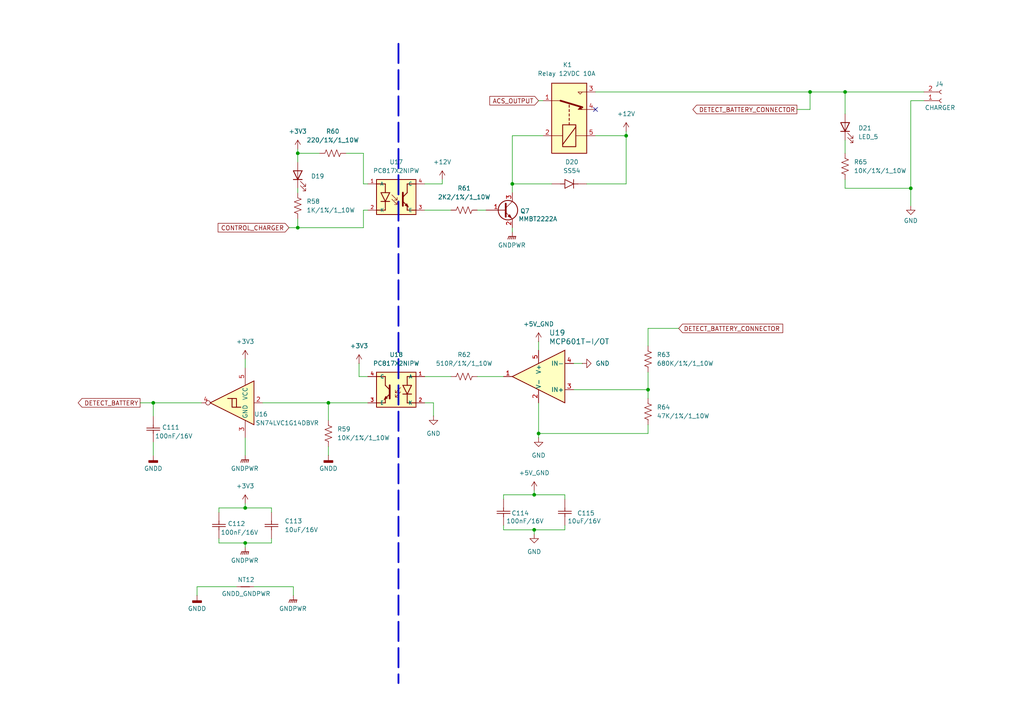
<source format=kicad_sch>
(kicad_sch
	(version 20250114)
	(generator "eeschema")
	(generator_version "9.0")
	(uuid "0f4122b1-0be0-4f4a-942e-44a7e2fce5af")
	(paper "A4")
	(title_block
		(title "DETECT BATTERY")
		(date "2024-11-06")
		(rev "Ver 2.0")
		(company "Ho Chi Minh City University of Technology - HCMUT")
		(comment 1 "Design: QUOC THANG - DONG KHOA")
		(comment 2 "PROJECT 2: PFC & LLC - 350W")
	)
	(lib_symbols
		(symbol "Ceramic_Cap_SMD_100nF_16V_1"
			(pin_numbers
				(hide yes)
			)
			(pin_names
				(hide yes)
			)
			(exclude_from_sim no)
			(in_bom yes)
			(on_board yes)
			(property "Reference" "C"
				(at 1.016 2.794 0)
				(effects
					(font
						(size 1.27 1.27)
					)
				)
			)
			(property "Value" "100nF/16V"
				(at 0.254 5.334 0)
				(effects
					(font
						(size 1.27 1.27)
					)
				)
			)
			(property "Footprint" "charge_battery_footprint_lib:Ceramic_Cap_0603"
				(at -0.254 5.08 0)
				(effects
					(font
						(size 1.27 1.27)
					)
					(hide yes)
				)
			)
			(property "Datasheet" "https://www.mouser.vn/datasheet/2/40/KYOCERA_AutoMLCCKAM-3106308.pdf"
				(at 0.254 5.08 0)
				(effects
					(font
						(size 1.27 1.27)
					)
					(hide yes)
				)
			)
			(property "Description" "10%, 0603 (1608 Metric)"
				(at 1.016 5.588 0)
				(effects
					(font
						(size 1.27 1.27)
					)
					(hide yes)
				)
			)
			(property "Supply name" "Thegioiic"
				(at 1.27 5.08 0)
				(effects
					(font
						(size 1.27 1.27)
					)
					(hide yes)
				)
			)
			(property "Supply part number" "Tụ Gốm 0603 100nF (0.1uF) 16V"
				(at 1.27 5.588 0)
				(effects
					(font
						(size 1.27 1.27)
					)
					(hide yes)
				)
			)
			(property "Supply URL" "https://www.thegioiic.com/tu-gom-0603-100nf-0-1uf-16v"
				(at 0 5.08 0)
				(effects
					(font
						(size 1.27 1.27)
					)
					(hide yes)
				)
			)
			(symbol "Ceramic_Cap_SMD_100nF_16V_1_1_1"
				(polyline
					(pts
						(xy 1.27 0) (xy 2.2098 0)
					)
					(stroke
						(width 0.2032)
						(type default)
					)
					(fill
						(type none)
					)
				)
				(polyline
					(pts
						(xy 2.2098 -1.905) (xy 2.2098 1.905)
					)
					(stroke
						(width 0.2032)
						(type default)
					)
					(fill
						(type none)
					)
				)
				(polyline
					(pts
						(xy 2.8448 0) (xy 3.81 0)
					)
					(stroke
						(width 0.2032)
						(type default)
					)
					(fill
						(type none)
					)
				)
				(polyline
					(pts
						(xy 2.8448 -1.905) (xy 2.8448 1.905)
					)
					(stroke
						(width 0.2032)
						(type default)
					)
					(fill
						(type none)
					)
				)
				(pin unspecified line
					(at -1.27 0 0)
					(length 2.54)
					(name ""
						(effects
							(font
								(size 1.27 1.27)
							)
						)
					)
					(number "1"
						(effects
							(font
								(size 1.27 1.27)
							)
						)
					)
				)
				(pin unspecified line
					(at 6.35 0 180)
					(length 2.54)
					(name ""
						(effects
							(font
								(size 1.27 1.27)
							)
						)
					)
					(number "2"
						(effects
							(font
								(size 1.27 1.27)
							)
						)
					)
				)
			)
			(embedded_fonts no)
		)
		(symbol "Connector:Conn_01x02_Socket"
			(pin_names
				(offset 1.016)
				(hide yes)
			)
			(exclude_from_sim no)
			(in_bom yes)
			(on_board yes)
			(property "Reference" "J"
				(at 0 2.54 0)
				(effects
					(font
						(size 1.27 1.27)
					)
				)
			)
			(property "Value" "Conn_01x02_Socket"
				(at 0 -5.08 0)
				(effects
					(font
						(size 1.27 1.27)
					)
				)
			)
			(property "Footprint" ""
				(at 0 0 0)
				(effects
					(font
						(size 1.27 1.27)
					)
					(hide yes)
				)
			)
			(property "Datasheet" "~"
				(at 0 0 0)
				(effects
					(font
						(size 1.27 1.27)
					)
					(hide yes)
				)
			)
			(property "Description" "Generic connector, single row, 01x02, script generated"
				(at 0 0 0)
				(effects
					(font
						(size 1.27 1.27)
					)
					(hide yes)
				)
			)
			(property "ki_locked" ""
				(at 0 0 0)
				(effects
					(font
						(size 1.27 1.27)
					)
				)
			)
			(property "ki_keywords" "connector"
				(at 0 0 0)
				(effects
					(font
						(size 1.27 1.27)
					)
					(hide yes)
				)
			)
			(property "ki_fp_filters" "Connector*:*_1x??_*"
				(at 0 0 0)
				(effects
					(font
						(size 1.27 1.27)
					)
					(hide yes)
				)
			)
			(symbol "Conn_01x02_Socket_1_1"
				(polyline
					(pts
						(xy -1.27 0) (xy -0.508 0)
					)
					(stroke
						(width 0.1524)
						(type default)
					)
					(fill
						(type none)
					)
				)
				(polyline
					(pts
						(xy -1.27 -2.54) (xy -0.508 -2.54)
					)
					(stroke
						(width 0.1524)
						(type default)
					)
					(fill
						(type none)
					)
				)
				(arc
					(start 0 -0.508)
					(mid -0.5058 0)
					(end 0 0.508)
					(stroke
						(width 0.1524)
						(type default)
					)
					(fill
						(type none)
					)
				)
				(arc
					(start 0 -3.048)
					(mid -0.5058 -2.54)
					(end 0 -2.032)
					(stroke
						(width 0.1524)
						(type default)
					)
					(fill
						(type none)
					)
				)
				(pin passive line
					(at -5.08 0 0)
					(length 3.81)
					(name "Pin_1"
						(effects
							(font
								(size 1.27 1.27)
							)
						)
					)
					(number "1"
						(effects
							(font
								(size 1.27 1.27)
							)
						)
					)
				)
				(pin passive line
					(at -5.08 -2.54 0)
					(length 3.81)
					(name "Pin_2"
						(effects
							(font
								(size 1.27 1.27)
							)
						)
					)
					(number "2"
						(effects
							(font
								(size 1.27 1.27)
							)
						)
					)
				)
			)
			(embedded_fonts no)
		)
		(symbol "Device:NetTie_2"
			(pin_numbers
				(hide yes)
			)
			(pin_names
				(offset 0)
				(hide yes)
			)
			(exclude_from_sim no)
			(in_bom no)
			(on_board yes)
			(property "Reference" "NT"
				(at 0 1.27 0)
				(effects
					(font
						(size 1.27 1.27)
					)
				)
			)
			(property "Value" "NetTie_2"
				(at 0 -1.27 0)
				(effects
					(font
						(size 1.27 1.27)
					)
				)
			)
			(property "Footprint" ""
				(at 0 0 0)
				(effects
					(font
						(size 1.27 1.27)
					)
					(hide yes)
				)
			)
			(property "Datasheet" "~"
				(at 0 0 0)
				(effects
					(font
						(size 1.27 1.27)
					)
					(hide yes)
				)
			)
			(property "Description" "Net tie, 2 pins"
				(at 0 0 0)
				(effects
					(font
						(size 1.27 1.27)
					)
					(hide yes)
				)
			)
			(property "ki_keywords" "net tie short"
				(at 0 0 0)
				(effects
					(font
						(size 1.27 1.27)
					)
					(hide yes)
				)
			)
			(property "ki_fp_filters" "Net*Tie*"
				(at 0 0 0)
				(effects
					(font
						(size 1.27 1.27)
					)
					(hide yes)
				)
			)
			(symbol "NetTie_2_0_1"
				(polyline
					(pts
						(xy -1.27 0) (xy 1.27 0)
					)
					(stroke
						(width 0.254)
						(type default)
					)
					(fill
						(type none)
					)
				)
			)
			(symbol "NetTie_2_1_1"
				(pin passive line
					(at -2.54 0 0)
					(length 2.54)
					(name "1"
						(effects
							(font
								(size 1.27 1.27)
							)
						)
					)
					(number "1"
						(effects
							(font
								(size 1.27 1.27)
							)
						)
					)
				)
				(pin passive line
					(at 2.54 0 180)
					(length 2.54)
					(name "2"
						(effects
							(font
								(size 1.27 1.27)
							)
						)
					)
					(number "2"
						(effects
							(font
								(size 1.27 1.27)
							)
						)
					)
				)
			)
			(embedded_fonts no)
		)
		(symbol "Res_1K_0603_1%_1"
			(pin_numbers
				(hide yes)
			)
			(pin_names
				(hide yes)
			)
			(exclude_from_sim no)
			(in_bom yes)
			(on_board yes)
			(property "Reference" "R"
				(at 3.556 2.54 0)
				(effects
					(font
						(size 1.27 1.27)
					)
				)
			)
			(property "Value" "1K/1%/1_10W"
				(at 4.064 -2.54 0)
				(effects
					(font
						(size 1.27 1.27)
					)
				)
			)
			(property "Footprint" "charge_battery_footprint_lib:Res_0603"
				(at 18.288 -15.494 0)
				(effects
					(font
						(size 1.27 1.27)
					)
					(hide yes)
				)
			)
			(property "Datasheet" "https://fscdn.rohm.com/en/products/databook/datasheet/passive/resistor/chip_resistor/esr-e.pdf"
				(at 7.62 -15.24 0)
				(effects
					(font
						(size 1.27 1.27)
					)
					(hide yes)
				)
			)
			(property "Description" "Res 1 KOhm 0603 1%"
				(at 13.716 -16.002 0)
				(effects
					(font
						(size 1.27 1.27)
					)
					(hide yes)
				)
			)
			(property "Supply name" "Thegioiic"
				(at 19.304 -15.748 0)
				(effects
					(font
						(size 1.27 1.27)
					)
					(hide yes)
				)
			)
			(property "Supply part number" "Điện Trở 1 KOhm 0603 1%"
				(at 20.32 -15.494 0)
				(effects
					(font
						(size 1.27 1.27)
					)
					(hide yes)
				)
			)
			(property "Supply URL" "https://www.thegioiic.com/dien-tro-1-kohm-0603-1-"
				(at 27.432 -16.764 0)
				(effects
					(font
						(size 1.27 1.27)
					)
					(hide yes)
				)
			)
			(property "ki_keywords" "Res_1K_0603_1%"
				(at 0 0 0)
				(effects
					(font
						(size 1.27 1.27)
					)
					(hide yes)
				)
			)
			(symbol "Res_1K_0603_1%_1_0_1"
				(polyline
					(pts
						(xy 1.524 0) (xy 1.27 0)
					)
					(stroke
						(width 0)
						(type default)
					)
					(fill
						(type none)
					)
				)
				(polyline
					(pts
						(xy 1.524 0) (xy 1.905 1.016) (xy 2.286 0) (xy 2.667 -1.016) (xy 3.048 0)
					)
					(stroke
						(width 0)
						(type default)
					)
					(fill
						(type none)
					)
				)
				(polyline
					(pts
						(xy 3.048 0) (xy 3.429 1.016) (xy 3.81 0) (xy 4.191 -1.016) (xy 4.572 0)
					)
					(stroke
						(width 0)
						(type default)
					)
					(fill
						(type none)
					)
				)
				(polyline
					(pts
						(xy 4.572 0) (xy 4.953 1.016) (xy 5.334 0) (xy 5.715 -1.016) (xy 6.096 0)
					)
					(stroke
						(width 0)
						(type default)
					)
					(fill
						(type none)
					)
				)
				(polyline
					(pts
						(xy 6.096 0) (xy 6.35 0)
					)
					(stroke
						(width 0)
						(type default)
					)
					(fill
						(type none)
					)
				)
			)
			(symbol "Res_1K_0603_1%_1_1_1"
				(pin passive line
					(at 0 0 0)
					(length 1.27)
					(name "~"
						(effects
							(font
								(size 1.27 1.27)
							)
						)
					)
					(number "1"
						(effects
							(font
								(size 1.27 1.27)
							)
						)
					)
				)
				(pin passive line
					(at 7.62 0 180)
					(length 1.27)
					(name "~"
						(effects
							(font
								(size 1.27 1.27)
							)
						)
					)
					(number "2"
						(effects
							(font
								(size 1.27 1.27)
							)
						)
					)
				)
			)
			(embedded_fonts no)
		)
		(symbol "charge_battery_sym_lib:Ceramic_Cap_SMD_100nF_16V"
			(pin_numbers
				(hide yes)
			)
			(pin_names
				(hide yes)
			)
			(exclude_from_sim no)
			(in_bom yes)
			(on_board yes)
			(property "Reference" "C"
				(at 1.016 2.794 0)
				(effects
					(font
						(size 1.27 1.27)
					)
				)
			)
			(property "Value" "100nF/16V"
				(at 0.254 5.334 0)
				(effects
					(font
						(size 1.27 1.27)
					)
				)
			)
			(property "Footprint" "charge_battery_footprint_lib:Ceramic_Cap_0603"
				(at -0.254 5.08 0)
				(effects
					(font
						(size 1.27 1.27)
					)
					(hide yes)
				)
			)
			(property "Datasheet" "https://www.mouser.vn/datasheet/2/40/KYOCERA_AutoMLCCKAM-3106308.pdf"
				(at 0.254 5.08 0)
				(effects
					(font
						(size 1.27 1.27)
					)
					(hide yes)
				)
			)
			(property "Description" "10%, 0603 (1608 Metric)"
				(at 1.016 5.588 0)
				(effects
					(font
						(size 1.27 1.27)
					)
					(hide yes)
				)
			)
			(property "Supply name" "Thegioiic"
				(at 1.27 5.08 0)
				(effects
					(font
						(size 1.27 1.27)
					)
					(hide yes)
				)
			)
			(property "Supply part number" "Tụ Gốm 0603 100nF (0.1uF) 16V"
				(at 1.27 5.588 0)
				(effects
					(font
						(size 1.27 1.27)
					)
					(hide yes)
				)
			)
			(property "Supply URL" "https://www.thegioiic.com/tu-gom-0603-100nf-0-1uf-16v"
				(at 0 5.08 0)
				(effects
					(font
						(size 1.27 1.27)
					)
					(hide yes)
				)
			)
			(symbol "Ceramic_Cap_SMD_100nF_16V_1_1"
				(polyline
					(pts
						(xy 1.27 0) (xy 2.2098 0)
					)
					(stroke
						(width 0.2032)
						(type default)
					)
					(fill
						(type none)
					)
				)
				(polyline
					(pts
						(xy 2.2098 -1.905) (xy 2.2098 1.905)
					)
					(stroke
						(width 0.2032)
						(type default)
					)
					(fill
						(type none)
					)
				)
				(polyline
					(pts
						(xy 2.8448 0) (xy 3.81 0)
					)
					(stroke
						(width 0.2032)
						(type default)
					)
					(fill
						(type none)
					)
				)
				(polyline
					(pts
						(xy 2.8448 -1.905) (xy 2.8448 1.905)
					)
					(stroke
						(width 0.2032)
						(type default)
					)
					(fill
						(type none)
					)
				)
				(pin unspecified line
					(at -1.27 0 0)
					(length 2.54)
					(name ""
						(effects
							(font
								(size 1.27 1.27)
							)
						)
					)
					(number "1"
						(effects
							(font
								(size 1.27 1.27)
							)
						)
					)
				)
				(pin unspecified line
					(at 6.35 0 180)
					(length 2.54)
					(name ""
						(effects
							(font
								(size 1.27 1.27)
							)
						)
					)
					(number "2"
						(effects
							(font
								(size 1.27 1.27)
							)
						)
					)
				)
			)
			(embedded_fonts no)
		)
		(symbol "charge_battery_sym_lib:Ceramic_Cap_SMD_10uF_16V"
			(pin_numbers
				(hide yes)
			)
			(pin_names
				(hide yes)
			)
			(exclude_from_sim no)
			(in_bom yes)
			(on_board yes)
			(property "Reference" "C"
				(at 2.286 2.794 0)
				(effects
					(font
						(size 1.27 1.27)
					)
				)
			)
			(property "Value" "10uF/16V"
				(at 0.254 5.334 0)
				(effects
					(font
						(size 1.27 1.27)
					)
				)
			)
			(property "Footprint" "charge_battery_footprint_lib:Ceramic_Cap_0603"
				(at -0.254 5.08 0)
				(effects
					(font
						(size 1.27 1.27)
					)
					(hide yes)
				)
			)
			(property "Datasheet" "https://www.mouser.vn/datasheet/2/40/KYOCERA_AutoMLCCKAM-3106308.pdf"
				(at 0.254 5.08 0)
				(effects
					(font
						(size 1.27 1.27)
					)
					(hide yes)
				)
			)
			(property "Description" "10%, 0603 (1608 Metric)"
				(at 1.016 5.588 0)
				(effects
					(font
						(size 1.27 1.27)
					)
					(hide yes)
				)
			)
			(property "Supply name" "Thegioiic"
				(at 1.27 5.08 0)
				(effects
					(font
						(size 1.27 1.27)
					)
					(hide yes)
				)
			)
			(property "Supply part number" "Tụ Gốm 0603 10uF 16V"
				(at 1.27 5.588 0)
				(effects
					(font
						(size 1.27 1.27)
					)
					(hide yes)
				)
			)
			(property "Supply URL" "https://www.thegioiic.com/tu-gom-0603-10uf-16v"
				(at 0 5.08 0)
				(effects
					(font
						(size 1.27 1.27)
					)
					(hide yes)
				)
			)
			(property "ki_keywords" "Ceramic_Cap_SMD_10uF_16V"
				(at 0 0 0)
				(effects
					(font
						(size 1.27 1.27)
					)
					(hide yes)
				)
			)
			(symbol "Ceramic_Cap_SMD_10uF_16V_1_1"
				(polyline
					(pts
						(xy 2.54 0) (xy 3.4798 0)
					)
					(stroke
						(width 0.2032)
						(type default)
					)
					(fill
						(type none)
					)
				)
				(polyline
					(pts
						(xy 3.4798 -1.905) (xy 3.4798 1.905)
					)
					(stroke
						(width 0.2032)
						(type default)
					)
					(fill
						(type none)
					)
				)
				(polyline
					(pts
						(xy 4.1148 0) (xy 5.08 0)
					)
					(stroke
						(width 0.2032)
						(type default)
					)
					(fill
						(type none)
					)
				)
				(polyline
					(pts
						(xy 4.1148 -1.905) (xy 4.1148 1.905)
					)
					(stroke
						(width 0.2032)
						(type default)
					)
					(fill
						(type none)
					)
				)
				(pin unspecified line
					(at 0 0 0)
					(length 2.54)
					(name ""
						(effects
							(font
								(size 1.27 1.27)
							)
						)
					)
					(number "1"
						(effects
							(font
								(size 1.27 1.27)
							)
						)
					)
				)
				(pin unspecified line
					(at 7.62 0 180)
					(length 2.54)
					(name ""
						(effects
							(font
								(size 1.27 1.27)
							)
						)
					)
					(number "2"
						(effects
							(font
								(size 1.27 1.27)
							)
						)
					)
				)
			)
			(embedded_fonts no)
		)
		(symbol "charge_battery_sym_lib:JS1-12V-F"
			(exclude_from_sim no)
			(in_bom yes)
			(on_board yes)
			(property "Reference" "K"
				(at 1.27 14.224 0)
				(effects
					(font
						(size 1.27 1.27)
					)
				)
			)
			(property "Value" "Relay 12VDC 10A"
				(at 3.81 26.162 0)
				(effects
					(font
						(size 1.27 1.27)
					)
				)
			)
			(property "Footprint" "charge_battery_footprint_lib:Relay_SPDT_Form_C"
				(at 0 0 0)
				(effects
					(font
						(size 1.27 1.27)
					)
					(hide yes)
				)
			)
			(property "Datasheet" "https://api.pim.na.industrial.panasonic.com/file_stream/main/fileversion/183105"
				(at 3.556 26.162 0)
				(effects
					(font
						(size 1.27 1.27)
					)
					(hide yes)
				)
			)
			(property "Description" "JS1-12V-F Rơ Le 12VDC 10A SPDT 5 Chân"
				(at 3.81 25.654 0)
				(effects
					(font
						(size 1.27 1.27)
					)
					(hide yes)
				)
			)
			(property "Supply name" "Thegioiic"
				(at 0 26.162 0)
				(effects
					(font
						(size 1.27 1.27)
					)
				)
			)
			(property "Supply part number" "JS1-12V-F"
				(at 3.556 26.162 0)
				(effects
					(font
						(size 1.27 1.27)
					)
				)
			)
			(property "Supply URL" "https://www.thegioiic.com/js1-12v-f-ro-le-12vdc-10a-spdt-5-chan"
				(at 3.556 26.162 0)
				(effects
					(font
						(size 1.27 1.27)
					)
				)
			)
			(symbol "JS1-12V-F_0_0"
				(polyline
					(pts
						(xy 17.78 10.16) (xy 17.78 7.62) (xy 17.145 8.255) (xy 17.78 8.89)
					)
					(stroke
						(width 0)
						(type default)
					)
					(fill
						(type none)
					)
				)
			)
			(symbol "JS1-12V-F_0_1"
				(rectangle
					(start 0 10.16)
					(end 20.32 0)
					(stroke
						(width 0.254)
						(type default)
					)
					(fill
						(type background)
					)
				)
				(rectangle
					(start 1.905 6.985)
					(end 8.255 3.175)
					(stroke
						(width 0.254)
						(type default)
					)
					(fill
						(type none)
					)
				)
				(polyline
					(pts
						(xy 2.54 3.175) (xy 7.62 6.985)
					)
					(stroke
						(width 0.254)
						(type default)
					)
					(fill
						(type none)
					)
				)
				(polyline
					(pts
						(xy 5.08 10.16) (xy 5.08 6.985)
					)
					(stroke
						(width 0)
						(type default)
					)
					(fill
						(type none)
					)
				)
				(polyline
					(pts
						(xy 5.08 0) (xy 5.08 3.175)
					)
					(stroke
						(width 0)
						(type default)
					)
					(fill
						(type none)
					)
				)
				(polyline
					(pts
						(xy 8.255 5.08) (xy 8.89 5.08)
					)
					(stroke
						(width 0.254)
						(type default)
					)
					(fill
						(type none)
					)
				)
				(polyline
					(pts
						(xy 9.525 5.08) (xy 10.16 5.08)
					)
					(stroke
						(width 0.254)
						(type default)
					)
					(fill
						(type none)
					)
				)
				(polyline
					(pts
						(xy 10.795 5.08) (xy 11.43 5.08)
					)
					(stroke
						(width 0.254)
						(type default)
					)
					(fill
						(type none)
					)
				)
				(polyline
					(pts
						(xy 12.065 5.08) (xy 12.7 5.08)
					)
					(stroke
						(width 0.254)
						(type default)
					)
					(fill
						(type none)
					)
				)
				(polyline
					(pts
						(xy 12.7 10.16) (xy 12.7 7.62) (xy 13.335 8.255) (xy 12.7 8.89)
					)
					(stroke
						(width 0)
						(type default)
					)
					(fill
						(type outline)
					)
				)
				(polyline
					(pts
						(xy 13.335 5.08) (xy 13.97 5.08)
					)
					(stroke
						(width 0.254)
						(type default)
					)
					(fill
						(type none)
					)
				)
				(polyline
					(pts
						(xy 15.24 2.54) (xy 13.335 8.89)
					)
					(stroke
						(width 0.508)
						(type default)
					)
					(fill
						(type none)
					)
				)
				(polyline
					(pts
						(xy 15.24 2.54) (xy 15.24 0)
					)
					(stroke
						(width 0)
						(type default)
					)
					(fill
						(type none)
					)
				)
			)
			(symbol "JS1-12V-F_1_1"
				(pin passive line
					(at 5.08 12.7 270)
					(length 2.54)
					(name "~"
						(effects
							(font
								(size 1.27 1.27)
							)
						)
					)
					(number "5"
						(effects
							(font
								(size 1.27 1.27)
							)
						)
					)
				)
				(pin passive line
					(at 5.08 -2.54 90)
					(length 2.54)
					(name "~"
						(effects
							(font
								(size 1.27 1.27)
							)
						)
					)
					(number "2"
						(effects
							(font
								(size 1.27 1.27)
							)
						)
					)
				)
				(pin passive line
					(at 12.7 12.7 270)
					(length 2.54)
					(name "~"
						(effects
							(font
								(size 1.27 1.27)
							)
						)
					)
					(number "4"
						(effects
							(font
								(size 1.27 1.27)
							)
						)
					)
				)
				(pin passive line
					(at 15.24 -2.54 90)
					(length 2.54)
					(name "~"
						(effects
							(font
								(size 1.27 1.27)
							)
						)
					)
					(number "1"
						(effects
							(font
								(size 1.27 1.27)
							)
						)
					)
				)
				(pin passive line
					(at 17.78 12.7 270)
					(length 2.54)
					(name "~"
						(effects
							(font
								(size 1.27 1.27)
							)
						)
					)
					(number "3"
						(effects
							(font
								(size 1.27 1.27)
							)
						)
					)
				)
			)
			(embedded_fonts no)
		)
		(symbol "charge_battery_sym_lib:LED_0805"
			(pin_numbers
				(hide yes)
			)
			(pin_names
				(offset 1.016)
				(hide yes)
			)
			(exclude_from_sim no)
			(in_bom yes)
			(on_board yes)
			(property "Reference" "D"
				(at 0 2.54 0)
				(effects
					(font
						(size 1.27 1.27)
					)
				)
			)
			(property "Value" "LED_0805"
				(at 0 -4.064 0)
				(effects
					(font
						(size 1.27 1.27)
					)
				)
			)
			(property "Footprint" "charge_battery_footprint_lib:LED_0805"
				(at -3.81 5.08 0)
				(effects
					(font
						(size 1.27 1.27)
					)
					(hide yes)
				)
			)
			(property "Datasheet" "~"
				(at -9.906 5.08 0)
				(effects
					(font
						(size 1.27 1.27)
					)
					(hide yes)
				)
			)
			(property "Description" "Light emitting diode"
				(at 0.254 4.826 0)
				(effects
					(font
						(size 1.27 1.27)
					)
					(hide yes)
				)
			)
			(property "Supply name" "Thegioiic"
				(at -0.762 5.334 0)
				(effects
					(font
						(size 1.27 1.27)
					)
					(hide yes)
				)
			)
			(property "Supply part number" "LED Xanh Lá 0805 Dán SMD Trong Suốt"
				(at 0.508 4.826 0)
				(effects
					(font
						(size 1.27 1.27)
					)
					(hide yes)
				)
			)
			(property "Supply URL" "https://www.thegioiic.com/led-xanh-la-0805-dan-smd-trong-suot"
				(at -0.762 5.334 0)
				(effects
					(font
						(size 1.27 1.27)
					)
					(hide yes)
				)
			)
			(property "ki_keywords" "LED diode"
				(at 0 0 0)
				(effects
					(font
						(size 1.27 1.27)
					)
					(hide yes)
				)
			)
			(property "ki_fp_filters" "LED* LED_SMD:* LED_THT:*"
				(at 0 0 0)
				(effects
					(font
						(size 1.27 1.27)
					)
					(hide yes)
				)
			)
			(symbol "LED_0805_0_1"
				(polyline
					(pts
						(xy -3.048 -0.762) (xy -4.572 -2.286) (xy -3.81 -2.286) (xy -4.572 -2.286) (xy -4.572 -1.524)
					)
					(stroke
						(width 0)
						(type default)
					)
					(fill
						(type none)
					)
				)
				(polyline
					(pts
						(xy -1.778 -0.762) (xy -3.302 -2.286) (xy -2.54 -2.286) (xy -3.302 -2.286) (xy -3.302 -1.524)
					)
					(stroke
						(width 0)
						(type default)
					)
					(fill
						(type none)
					)
				)
				(polyline
					(pts
						(xy -1.27 0) (xy 1.27 0)
					)
					(stroke
						(width 0)
						(type default)
					)
					(fill
						(type none)
					)
				)
				(polyline
					(pts
						(xy -1.27 -1.27) (xy -1.27 1.27)
					)
					(stroke
						(width 0.254)
						(type default)
					)
					(fill
						(type none)
					)
				)
				(polyline
					(pts
						(xy 1.27 -1.27) (xy 1.27 1.27) (xy -1.27 0) (xy 1.27 -1.27)
					)
					(stroke
						(width 0.254)
						(type default)
					)
					(fill
						(type none)
					)
				)
			)
			(symbol "LED_0805_1_1"
				(pin passive line
					(at -3.81 0 0)
					(length 2.54)
					(name "K"
						(effects
							(font
								(size 1.27 1.27)
							)
						)
					)
					(number "1"
						(effects
							(font
								(size 1.27 1.27)
							)
						)
					)
				)
				(pin passive line
					(at 3.81 0 180)
					(length 2.54)
					(name "A"
						(effects
							(font
								(size 1.27 1.27)
							)
						)
					)
					(number "2"
						(effects
							(font
								(size 1.27 1.27)
							)
						)
					)
				)
			)
			(embedded_fonts no)
		)
		(symbol "charge_battery_sym_lib:LED_5"
			(pin_numbers
				(hide yes)
			)
			(pin_names
				(offset 1.016)
				(hide yes)
			)
			(exclude_from_sim no)
			(in_bom yes)
			(on_board yes)
			(property "Reference" "D"
				(at 0 2.54 0)
				(effects
					(font
						(size 1.27 1.27)
					)
				)
			)
			(property "Value" "LED_5"
				(at 0 -4.064 0)
				(effects
					(font
						(size 1.27 1.27)
					)
				)
			)
			(property "Footprint" "charge_battery_footprint_lib:LED_D5.0mm"
				(at -3.81 5.08 0)
				(effects
					(font
						(size 1.27 1.27)
					)
					(hide yes)
				)
			)
			(property "Datasheet" "~"
				(at -9.906 5.08 0)
				(effects
					(font
						(size 1.27 1.27)
					)
					(hide yes)
				)
			)
			(property "Description" "Light emitting diode"
				(at 0.254 4.826 0)
				(effects
					(font
						(size 1.27 1.27)
					)
					(hide yes)
				)
			)
			(property "Supply name" "Thegioiic"
				(at -0.762 5.334 0)
				(effects
					(font
						(size 1.27 1.27)
					)
					(hide yes)
				)
			)
			(property "Supply part number" "LED Xanh Dương 5mm Đục Chân Dài"
				(at 0.508 4.826 0)
				(effects
					(font
						(size 1.27 1.27)
					)
					(hide yes)
				)
			)
			(property "Supply URL" "https://www.thegioiic.com/led-xanh-duong-5mm-duc-chan-dai"
				(at -0.762 5.334 0)
				(effects
					(font
						(size 1.27 1.27)
					)
					(hide yes)
				)
			)
			(property "ki_fp_filters" "LED* LED_SMD:* LED_THT:*"
				(at 0 0 0)
				(effects
					(font
						(size 1.27 1.27)
					)
					(hide yes)
				)
			)
			(symbol "LED_5_0_1"
				(polyline
					(pts
						(xy -3.048 -0.762) (xy -4.572 -2.286) (xy -3.81 -2.286) (xy -4.572 -2.286) (xy -4.572 -1.524)
					)
					(stroke
						(width 0)
						(type default)
					)
					(fill
						(type none)
					)
				)
				(polyline
					(pts
						(xy -1.778 -0.762) (xy -3.302 -2.286) (xy -2.54 -2.286) (xy -3.302 -2.286) (xy -3.302 -1.524)
					)
					(stroke
						(width 0)
						(type default)
					)
					(fill
						(type none)
					)
				)
				(polyline
					(pts
						(xy -1.27 0) (xy 1.27 0)
					)
					(stroke
						(width 0)
						(type default)
					)
					(fill
						(type none)
					)
				)
				(polyline
					(pts
						(xy -1.27 -1.27) (xy -1.27 1.27)
					)
					(stroke
						(width 0.254)
						(type default)
					)
					(fill
						(type none)
					)
				)
				(polyline
					(pts
						(xy 1.27 -1.27) (xy 1.27 1.27) (xy -1.27 0) (xy 1.27 -1.27)
					)
					(stroke
						(width 0.254)
						(type default)
					)
					(fill
						(type none)
					)
				)
			)
			(symbol "LED_5_1_1"
				(pin passive line
					(at -3.81 0 0)
					(length 2.54)
					(name "K"
						(effects
							(font
								(size 1.27 1.27)
							)
						)
					)
					(number "1"
						(effects
							(font
								(size 1.27 1.27)
							)
						)
					)
				)
				(pin passive line
					(at 3.81 0 180)
					(length 2.54)
					(name "A"
						(effects
							(font
								(size 1.27 1.27)
							)
						)
					)
					(number "2"
						(effects
							(font
								(size 1.27 1.27)
							)
						)
					)
				)
			)
			(embedded_fonts no)
		)
		(symbol "charge_battery_sym_lib:MCP601T-I_OT"
			(pin_names
				(offset 0.254)
			)
			(exclude_from_sim no)
			(in_bom yes)
			(on_board yes)
			(property "Reference" "U"
				(at 1.524 16.002 0)
				(effects
					(font
						(size 1.524 1.524)
					)
				)
			)
			(property "Value" "MCP601T-I/OT"
				(at 19.05 3.048 0)
				(effects
					(font
						(size 1.524 1.524)
					)
				)
			)
			(property "Footprint" "charge_battery_footprint_lib:SOT-23-5"
				(at 1.016 -14.478 0)
				(effects
					(font
						(size 1.27 1.27)
						(italic yes)
					)
					(hide yes)
				)
			)
			(property "Datasheet" "https://ww1.microchip.com/downloads/aemDocuments/documents/APID/ProductDocuments/DataSheets/MCP601-1R-2-3-4-2.7V-to-6.0V-Single-Supply-CMOS-Op-Amps-DS20001314.pdf"
				(at 0 -14.732 0)
				(effects
					(font
						(size 1.27 1.27)
						(italic yes)
					)
					(hide yes)
				)
			)
			(property "Description" "2.7V to 6.0V Single Supply CMOS Op Amps"
				(at 6.35 -14.478 0)
				(effects
					(font
						(size 1.27 1.27)
					)
					(hide yes)
				)
			)
			(property "Supply name" "Thegioiic"
				(at -1.016 -14.732 0)
				(effects
					(font
						(size 1.27 1.27)
					)
					(hide yes)
				)
			)
			(property "Supply part number" "MCP601T-I/OT IC OPAMP General Purpose Amplifier 1 Circuit 2.8MHz, 5-SOT-23"
				(at -2.54 -14.478 0)
				(effects
					(font
						(size 1.27 1.27)
					)
					(hide yes)
				)
			)
			(property "Supply URL" "https://www.thegioiic.com/mcp601t-i-ot-ic-opamp-general-purpose-amplifier-1-circuit-2-8mhz-5-sot-23"
				(at -2.54 -14.478 0)
				(effects
					(font
						(size 1.27 1.27)
					)
					(hide yes)
				)
			)
			(property "ki_keywords" "MCP601T-I/OT"
				(at 0 0 0)
				(effects
					(font
						(size 1.27 1.27)
					)
					(hide yes)
				)
			)
			(property "ki_fp_filters" "SOT-23-5_MC_MCH SOT-23-5_MC_MCH-M SOT-23-5_MC_MCH-L"
				(at 0 0 0)
				(effects
					(font
						(size 1.27 1.27)
					)
					(hide yes)
				)
			)
			(symbol "MCP601T-I_OT_1_1"
				(polyline
					(pts
						(xy 0 15.24) (xy 15.24 7.62) (xy 0 0) (xy 0 15.24)
					)
					(stroke
						(width 0.254)
						(type default)
					)
					(fill
						(type background)
					)
				)
				(pin unspecified line
					(at -2.54 11.43 0)
					(length 2.54)
					(name "IN-"
						(effects
							(font
								(size 1.27 1.27)
							)
						)
					)
					(number "4"
						(effects
							(font
								(size 1.27 1.27)
							)
						)
					)
				)
				(pin unspecified line
					(at -2.54 3.81 0)
					(length 2.54)
					(name "IN+"
						(effects
							(font
								(size 1.27 1.27)
							)
						)
					)
					(number "3"
						(effects
							(font
								(size 1.27 1.27)
							)
						)
					)
				)
				(pin unspecified line
					(at 7.62 15.24 270)
					(length 3.81)
					(name "V+"
						(effects
							(font
								(size 1.27 1.27)
							)
						)
					)
					(number "5"
						(effects
							(font
								(size 1.27 1.27)
							)
						)
					)
				)
				(pin unspecified line
					(at 7.62 0 90)
					(length 3.81)
					(name "V-"
						(effects
							(font
								(size 1.27 1.27)
							)
						)
					)
					(number "2"
						(effects
							(font
								(size 1.27 1.27)
							)
						)
					)
				)
				(pin unspecified line
					(at 17.78 7.62 180)
					(length 2.54)
					(name "~"
						(effects
							(font
								(size 1.27 1.27)
							)
						)
					)
					(number "1"
						(effects
							(font
								(size 1.27 1.27)
							)
						)
					)
				)
			)
			(embedded_fonts no)
		)
		(symbol "charge_battery_sym_lib:MMBT2222A"
			(pin_names
				(offset 0)
				(hide yes)
			)
			(exclude_from_sim no)
			(in_bom yes)
			(on_board yes)
			(property "Reference" "Q"
				(at 5.08 1.905 0)
				(effects
					(font
						(size 1.27 1.27)
					)
					(justify left)
				)
			)
			(property "Value" "MMBT2222A"
				(at 5.08 0 0)
				(effects
					(font
						(size 1.27 1.27)
					)
					(justify left)
				)
			)
			(property "Footprint" "charge_battery_footprint_lib:SOT23"
				(at -12.7 14.986 0)
				(effects
					(font
						(size 1.27 1.27)
						(italic yes)
					)
					(justify left)
					(hide yes)
				)
			)
			(property "Datasheet" "https://assets.nexperia.com/documents/data-sheet/MMBT2222A.pdf"
				(at -21.59 15.24 0)
				(effects
					(font
						(size 1.27 1.27)
					)
					(justify left)
					(hide yes)
				)
			)
			(property "Description" "600mA Ic, 40V Vce, NPN Transistor, SOT-23"
				(at 1.27 14.732 0)
				(effects
					(font
						(size 1.27 1.27)
					)
					(hide yes)
				)
			)
			(property "Supply name" "Thegioiic"
				(at -10.668 14.986 0)
				(effects
					(font
						(size 1.27 1.27)
					)
					(hide yes)
				)
			)
			(property "Supply part number" "MMBT2222A 1P Transistor NPN 40V 0.6A 3 Chân SOT-23"
				(at -3.556 15.24 0)
				(effects
					(font
						(size 1.27 1.27)
					)
					(hide yes)
				)
			)
			(property "Supply URL" "https://www.thegioiic.com/mmbt2222a-1p-transistor-npn-40v-0-6a-3-chan-sot-23"
				(at 3.81 15.494 0)
				(effects
					(font
						(size 1.27 1.27)
					)
					(hide yes)
				)
			)
			(property "ki_fp_filters" "SOT?23*"
				(at 0 0 0)
				(effects
					(font
						(size 1.27 1.27)
					)
					(hide yes)
				)
			)
			(symbol "MMBT2222A_0_1"
				(polyline
					(pts
						(xy 0.635 1.905) (xy 0.635 -1.905) (xy 0.635 -1.905)
					)
					(stroke
						(width 0.508)
						(type default)
					)
					(fill
						(type none)
					)
				)
				(polyline
					(pts
						(xy 0.635 0.635) (xy 2.54 2.54)
					)
					(stroke
						(width 0)
						(type default)
					)
					(fill
						(type none)
					)
				)
				(polyline
					(pts
						(xy 0.635 -0.635) (xy 2.54 -2.54) (xy 2.54 -2.54)
					)
					(stroke
						(width 0)
						(type default)
					)
					(fill
						(type none)
					)
				)
				(circle
					(center 1.27 0)
					(radius 2.8194)
					(stroke
						(width 0.254)
						(type default)
					)
					(fill
						(type none)
					)
				)
				(polyline
					(pts
						(xy 1.27 -1.778) (xy 1.778 -1.27) (xy 2.286 -2.286) (xy 1.27 -1.778) (xy 1.27 -1.778)
					)
					(stroke
						(width 0)
						(type default)
					)
					(fill
						(type outline)
					)
				)
			)
			(symbol "MMBT2222A_1_1"
				(pin input line
					(at -5.08 0 0)
					(length 5.715)
					(name "B"
						(effects
							(font
								(size 1.27 1.27)
							)
						)
					)
					(number "1"
						(effects
							(font
								(size 1.27 1.27)
							)
						)
					)
				)
				(pin passive line
					(at 2.54 5.08 270)
					(length 2.54)
					(name "C"
						(effects
							(font
								(size 1.27 1.27)
							)
						)
					)
					(number "3"
						(effects
							(font
								(size 1.27 1.27)
							)
						)
					)
				)
				(pin passive line
					(at 2.54 -5.08 90)
					(length 2.54)
					(name "E"
						(effects
							(font
								(size 1.27 1.27)
							)
						)
					)
					(number "2"
						(effects
							(font
								(size 1.27 1.27)
							)
						)
					)
				)
			)
			(embedded_fonts no)
		)
		(symbol "charge_battery_sym_lib:PC817X2NIPW"
			(pin_names
				(offset 1.016)
			)
			(exclude_from_sim no)
			(in_bom yes)
			(on_board yes)
			(property "Reference" "U"
				(at 0.254 11.43 0)
				(effects
					(font
						(size 1.27 1.27)
					)
				)
			)
			(property "Value" "PC817X2NIPW"
				(at 7.112 -3.302 0)
				(effects
					(font
						(size 1.27 1.27)
					)
				)
			)
			(property "Footprint" "charge_battery_footprint_lib:PC817X2NIPW"
				(at 6.096 19.558 0)
				(effects
					(font
						(size 1.27 1.27)
					)
					(hide yes)
				)
			)
			(property "Datasheet" "https://datasheet.lcsc.com/lcsc/2203210916_Sharp-Microelectronics-PC817X2NIPW_C2840443.pdf"
				(at 6.858 19.558 0)
				(effects
					(font
						(size 1.27 1.27)
					)
					(hide yes)
				)
			)
			(property "Description" "Output: Transistor"
				(at 5.588 19.558 0)
				(effects
					(font
						(size 1.27 1.27)
					)
					(hide yes)
				)
			)
			(property "Supply name " "Thegioiic"
				(at 1.27 19.558 0)
				(effects
					(font
						(size 1.27 1.27)
					)
					(hide yes)
				)
			)
			(property "Supply part number" "PC817X2NIPW Optoisolator Transistor Output 5000Vrms 1 Channel, SOP-4"
				(at -1.27 19.812 0)
				(effects
					(font
						(size 1.27 1.27)
					)
					(hide yes)
				)
			)
			(property "Supply URL" "https://www.thegioiic.com/pc817x2nipw-optoisolator-transistor-output-5000vrms-1-channel-sop-4"
				(at -1.27 19.812 0)
				(effects
					(font
						(size 1.27 1.27)
					)
					(hide yes)
				)
			)
			(symbol "PC817X2NIPW_0_0"
				(rectangle
					(start 0 10.16)
					(end 11.43 0)
					(stroke
						(width 0.254)
						(type default)
					)
					(fill
						(type background)
					)
				)
				(polyline
					(pts
						(xy 0 8.89) (xy 2.54 8.89)
					)
					(stroke
						(width 0.254)
						(type default)
					)
					(fill
						(type none)
					)
				)
				(polyline
					(pts
						(xy 2.54 8.89) (xy 2.54 6.35)
					)
					(stroke
						(width 0.254)
						(type default)
					)
					(fill
						(type none)
					)
				)
				(polyline
					(pts
						(xy 2.54 3.81) (xy 2.54 1.27)
					)
					(stroke
						(width 0.254)
						(type default)
					)
					(fill
						(type none)
					)
				)
				(polyline
					(pts
						(xy 2.54 1.27) (xy 0 1.27)
					)
					(stroke
						(width 0.254)
						(type default)
					)
					(fill
						(type none)
					)
				)
				(polyline
					(pts
						(xy 8.89 8.89) (xy 8.89 6.35)
					)
					(stroke
						(width 0.254)
						(type default)
					)
					(fill
						(type none)
					)
				)
				(polyline
					(pts
						(xy 8.89 2.54) (xy 8.89 1.27)
					)
					(stroke
						(width 0.254)
						(type default)
					)
					(fill
						(type none)
					)
				)
				(polyline
					(pts
						(xy 8.89 1.27) (xy 11.43 1.27)
					)
					(stroke
						(width 0.254)
						(type default)
					)
					(fill
						(type none)
					)
				)
				(polyline
					(pts
						(xy 11.43 8.89) (xy 8.89 8.89)
					)
					(stroke
						(width 0.254)
						(type default)
					)
					(fill
						(type none)
					)
				)
				(pin passive line
					(at -2.54 8.89 0)
					(length 2.54)
					(name "A"
						(effects
							(font
								(size 1.016 1.016)
							)
						)
					)
					(number "1"
						(effects
							(font
								(size 1.016 1.016)
							)
						)
					)
				)
				(pin passive line
					(at -2.54 1.27 0)
					(length 2.54)
					(name "K"
						(effects
							(font
								(size 1.016 1.016)
							)
						)
					)
					(number "2"
						(effects
							(font
								(size 1.016 1.016)
							)
						)
					)
				)
			)
			(symbol "PC817X2NIPW_0_1"
				(polyline
					(pts
						(xy 3.81 6.35) (xy 1.27 6.35) (xy 2.54 3.81) (xy 3.81 6.35)
					)
					(stroke
						(width 0.254)
						(type default)
					)
					(fill
						(type none)
					)
				)
				(polyline
					(pts
						(xy 3.81 3.81) (xy 1.27 3.81)
					)
					(stroke
						(width 0.254)
						(type default)
					)
					(fill
						(type none)
					)
				)
				(polyline
					(pts
						(xy 4.445 5.715) (xy 5.969 4.191) (xy 5.969 4.953) (xy 5.969 4.191) (xy 5.207 4.191)
					)
					(stroke
						(width 0)
						(type default)
					)
					(fill
						(type none)
					)
				)
				(polyline
					(pts
						(xy 4.445 4.445) (xy 5.969 2.921) (xy 5.969 3.683) (xy 5.969 2.921) (xy 5.207 2.921)
					)
					(stroke
						(width 0)
						(type default)
					)
					(fill
						(type none)
					)
				)
				(polyline
					(pts
						(xy 7.62 6.35) (xy 7.62 2.54) (xy 7.62 2.54)
					)
					(stroke
						(width 0.508)
						(type default)
					)
					(fill
						(type none)
					)
				)
				(polyline
					(pts
						(xy 8.255 2.667) (xy 8.763 3.175) (xy 9.271 2.159) (xy 8.255 2.667) (xy 8.255 2.667)
					)
					(stroke
						(width 0)
						(type default)
					)
					(fill
						(type outline)
					)
				)
			)
			(symbol "PC817X2NIPW_1_0"
				(pin passive line
					(at 13.97 8.89 180)
					(length 2.54)
					(name "C"
						(effects
							(font
								(size 1.016 1.016)
							)
						)
					)
					(number "4"
						(effects
							(font
								(size 1.016 1.016)
							)
						)
					)
				)
				(pin passive line
					(at 13.97 1.27 180)
					(length 2.54)
					(name "E"
						(effects
							(font
								(size 1.016 1.016)
							)
						)
					)
					(number "3"
						(effects
							(font
								(size 1.016 1.016)
							)
						)
					)
				)
			)
			(symbol "PC817X2NIPW_1_1"
				(polyline
					(pts
						(xy 7.62 5.08) (xy 8.89 6.35)
					)
					(stroke
						(width 0.254)
						(type default)
					)
					(fill
						(type none)
					)
				)
				(polyline
					(pts
						(xy 7.62 3.81) (xy 8.89 2.54) (xy 8.89 2.54)
					)
					(stroke
						(width 0.254)
						(type default)
					)
					(fill
						(type none)
					)
				)
			)
			(embedded_fonts no)
		)
		(symbol "charge_battery_sym_lib:Res_10K_0603_1%"
			(pin_numbers
				(hide yes)
			)
			(pin_names
				(hide yes)
			)
			(exclude_from_sim no)
			(in_bom yes)
			(on_board yes)
			(property "Reference" "R"
				(at 2.794 3.81 0)
				(effects
					(font
						(size 1.27 1.27)
					)
				)
			)
			(property "Value" "10K/1%/1_10W"
				(at 4.064 -2.54 0)
				(effects
					(font
						(size 1.27 1.27)
					)
				)
			)
			(property "Footprint" "charge_battery_footprint_lib:Res_0603"
				(at 39.878 11.43 90)
				(effects
					(font
						(size 1.27 1.27)
					)
					(hide yes)
				)
			)
			(property "Datasheet" "https://fscdn.rohm.com/en/products/databook/datasheet/passive/resistor/chip_resistor/esr-e.pdf"
				(at 39.624 0.762 90)
				(effects
					(font
						(size 1.27 1.27)
					)
					(hide yes)
				)
			)
			(property "Description" "Res 10 KOhm 0603 1%"
				(at 40.386 6.858 90)
				(effects
					(font
						(size 1.27 1.27)
					)
					(hide yes)
				)
			)
			(property "Supply name" "Thegioiic"
				(at 40.132 12.446 90)
				(effects
					(font
						(size 1.27 1.27)
					)
					(hide yes)
				)
			)
			(property "Supply part number" "Điện Trở 10 KOhm 0603 1%"
				(at 39.878 13.462 90)
				(effects
					(font
						(size 1.27 1.27)
					)
					(hide yes)
				)
			)
			(property "Supply URL" "https://www.thegioiic.com/dien-tro-10-kohm-0603-1-"
				(at 41.148 20.574 90)
				(effects
					(font
						(size 1.27 1.27)
					)
					(hide yes)
				)
			)
			(property "ki_keywords" "Res_10K_0603_1%"
				(at 0 0 0)
				(effects
					(font
						(size 1.27 1.27)
					)
					(hide yes)
				)
			)
			(symbol "Res_10K_0603_1%_0_1"
				(polyline
					(pts
						(xy 1.524 0) (xy 1.27 0)
					)
					(stroke
						(width 0)
						(type default)
					)
					(fill
						(type none)
					)
				)
				(polyline
					(pts
						(xy 1.524 0) (xy 1.905 1.016) (xy 2.286 0) (xy 2.667 -1.016) (xy 3.048 0)
					)
					(stroke
						(width 0)
						(type default)
					)
					(fill
						(type none)
					)
				)
				(polyline
					(pts
						(xy 3.048 0) (xy 3.429 1.016) (xy 3.81 0) (xy 4.191 -1.016) (xy 4.572 0)
					)
					(stroke
						(width 0)
						(type default)
					)
					(fill
						(type none)
					)
				)
				(polyline
					(pts
						(xy 4.572 0) (xy 4.953 1.016) (xy 5.334 0) (xy 5.715 -1.016) (xy 6.096 0)
					)
					(stroke
						(width 0)
						(type default)
					)
					(fill
						(type none)
					)
				)
				(polyline
					(pts
						(xy 6.096 0) (xy 6.35 0)
					)
					(stroke
						(width 0)
						(type default)
					)
					(fill
						(type none)
					)
				)
			)
			(symbol "Res_10K_0603_1%_1_1"
				(pin passive line
					(at 0 0 0)
					(length 1.27)
					(name "~"
						(effects
							(font
								(size 1.27 1.27)
							)
						)
					)
					(number "1"
						(effects
							(font
								(size 1.27 1.27)
							)
						)
					)
				)
				(pin passive line
					(at 7.62 0 180)
					(length 1.27)
					(name "~"
						(effects
							(font
								(size 1.27 1.27)
							)
						)
					)
					(number "2"
						(effects
							(font
								(size 1.27 1.27)
							)
						)
					)
				)
			)
			(embedded_fonts no)
		)
		(symbol "charge_battery_sym_lib:Res_220R_0603_1%"
			(pin_numbers
				(hide yes)
			)
			(pin_names
				(hide yes)
			)
			(exclude_from_sim no)
			(in_bom yes)
			(on_board yes)
			(property "Reference" "R"
				(at 3.556 2.54 0)
				(effects
					(font
						(size 1.27 1.27)
					)
				)
			)
			(property "Value" "220/1%/1_10W"
				(at 4.064 -2.54 0)
				(effects
					(font
						(size 1.27 1.27)
					)
				)
			)
			(property "Footprint" "charge_battery_footprint_lib:Res_0603"
				(at 18.288 -15.494 0)
				(effects
					(font
						(size 1.27 1.27)
					)
					(hide yes)
				)
			)
			(property "Datasheet" ""
				(at 7.62 -15.24 0)
				(effects
					(font
						(size 1.27 1.27)
					)
					(hide yes)
				)
			)
			(property "Description" "Res 220Ohm 0603 1%"
				(at 13.716 -16.002 0)
				(effects
					(font
						(size 1.27 1.27)
					)
					(hide yes)
				)
			)
			(property "Supply name" "Thegioiic"
				(at 19.304 -15.748 0)
				(effects
					(font
						(size 1.27 1.27)
					)
					(hide yes)
				)
			)
			(property "Supply part number" "Điện Trở 220 Ohm 0603 1%"
				(at 20.32 -15.494 0)
				(effects
					(font
						(size 1.27 1.27)
					)
					(hide yes)
				)
			)
			(property "Supply URL" "https://www.thegioiic.com/dien-tro-220-ohm-0603-1-"
				(at 27.432 -16.764 0)
				(effects
					(font
						(size 1.27 1.27)
					)
					(hide yes)
				)
			)
			(property "ki_keywords" "Res_220_0603_1%"
				(at 0 0 0)
				(effects
					(font
						(size 1.27 1.27)
					)
					(hide yes)
				)
			)
			(symbol "Res_220R_0603_1%_0_1"
				(polyline
					(pts
						(xy 1.524 0) (xy 1.27 0)
					)
					(stroke
						(width 0)
						(type default)
					)
					(fill
						(type none)
					)
				)
				(polyline
					(pts
						(xy 1.524 0) (xy 1.905 1.016) (xy 2.286 0) (xy 2.667 -1.016) (xy 3.048 0)
					)
					(stroke
						(width 0)
						(type default)
					)
					(fill
						(type none)
					)
				)
				(polyline
					(pts
						(xy 3.048 0) (xy 3.429 1.016) (xy 3.81 0) (xy 4.191 -1.016) (xy 4.572 0)
					)
					(stroke
						(width 0)
						(type default)
					)
					(fill
						(type none)
					)
				)
				(polyline
					(pts
						(xy 4.572 0) (xy 4.953 1.016) (xy 5.334 0) (xy 5.715 -1.016) (xy 6.096 0)
					)
					(stroke
						(width 0)
						(type default)
					)
					(fill
						(type none)
					)
				)
				(polyline
					(pts
						(xy 6.096 0) (xy 6.35 0)
					)
					(stroke
						(width 0)
						(type default)
					)
					(fill
						(type none)
					)
				)
			)
			(symbol "Res_220R_0603_1%_1_1"
				(pin passive line
					(at 0 0 0)
					(length 1.27)
					(name "~"
						(effects
							(font
								(size 1.27 1.27)
							)
						)
					)
					(number "1"
						(effects
							(font
								(size 1.27 1.27)
							)
						)
					)
				)
				(pin passive line
					(at 7.62 0 180)
					(length 1.27)
					(name "~"
						(effects
							(font
								(size 1.27 1.27)
							)
						)
					)
					(number "2"
						(effects
							(font
								(size 1.27 1.27)
							)
						)
					)
				)
			)
			(embedded_fonts no)
		)
		(symbol "charge_battery_sym_lib:Res_2K2_0603_1%"
			(pin_numbers
				(hide yes)
			)
			(pin_names
				(hide yes)
			)
			(exclude_from_sim no)
			(in_bom yes)
			(on_board yes)
			(property "Reference" "R"
				(at 3.556 2.54 0)
				(effects
					(font
						(size 1.27 1.27)
					)
				)
			)
			(property "Value" "2K2/1%/1_10W"
				(at 4.064 -2.54 0)
				(effects
					(font
						(size 1.27 1.27)
					)
				)
			)
			(property "Footprint" "charge_battery_footprint_lib:Res_0603"
				(at 18.288 -15.494 0)
				(effects
					(font
						(size 1.27 1.27)
					)
					(hide yes)
				)
			)
			(property "Datasheet" "https://fscdn.rohm.com/en/products/databook/datasheet/passive/resistor/chip_resistor/esr-e.pdf"
				(at 7.62 -15.24 0)
				(effects
					(font
						(size 1.27 1.27)
					)
					(hide yes)
				)
			)
			(property "Description" "Res 2.2 KOhm 0603 1%"
				(at 13.716 -16.002 0)
				(effects
					(font
						(size 1.27 1.27)
					)
					(hide yes)
				)
			)
			(property "Supply name" "Thegioiic"
				(at 19.304 -15.748 0)
				(effects
					(font
						(size 1.27 1.27)
					)
					(hide yes)
				)
			)
			(property "Supply part number" "Điện Trở 2.2 KOhm 0603 1%"
				(at 20.32 -15.494 0)
				(effects
					(font
						(size 1.27 1.27)
					)
					(hide yes)
				)
			)
			(property "Supply URL" "https://www.thegioiic.com/dien-tro-2-2-kohm-0603-1-"
				(at 27.432 -16.764 0)
				(effects
					(font
						(size 1.27 1.27)
					)
					(hide yes)
				)
			)
			(property "ki_keywords" "Res_1K_0603_1%"
				(at 0 0 0)
				(effects
					(font
						(size 1.27 1.27)
					)
					(hide yes)
				)
			)
			(symbol "Res_2K2_0603_1%_0_1"
				(polyline
					(pts
						(xy 1.524 0) (xy 1.27 0)
					)
					(stroke
						(width 0)
						(type default)
					)
					(fill
						(type none)
					)
				)
				(polyline
					(pts
						(xy 1.524 0) (xy 1.905 1.016) (xy 2.286 0) (xy 2.667 -1.016) (xy 3.048 0)
					)
					(stroke
						(width 0)
						(type default)
					)
					(fill
						(type none)
					)
				)
				(polyline
					(pts
						(xy 3.048 0) (xy 3.429 1.016) (xy 3.81 0) (xy 4.191 -1.016) (xy 4.572 0)
					)
					(stroke
						(width 0)
						(type default)
					)
					(fill
						(type none)
					)
				)
				(polyline
					(pts
						(xy 4.572 0) (xy 4.953 1.016) (xy 5.334 0) (xy 5.715 -1.016) (xy 6.096 0)
					)
					(stroke
						(width 0)
						(type default)
					)
					(fill
						(type none)
					)
				)
				(polyline
					(pts
						(xy 6.096 0) (xy 6.35 0)
					)
					(stroke
						(width 0)
						(type default)
					)
					(fill
						(type none)
					)
				)
			)
			(symbol "Res_2K2_0603_1%_1_1"
				(pin passive line
					(at 0 0 0)
					(length 1.27)
					(name "~"
						(effects
							(font
								(size 1.27 1.27)
							)
						)
					)
					(number "1"
						(effects
							(font
								(size 1.27 1.27)
							)
						)
					)
				)
				(pin passive line
					(at 7.62 0 180)
					(length 1.27)
					(name "~"
						(effects
							(font
								(size 1.27 1.27)
							)
						)
					)
					(number "2"
						(effects
							(font
								(size 1.27 1.27)
							)
						)
					)
				)
			)
			(embedded_fonts no)
		)
		(symbol "charge_battery_sym_lib:Res_47K_0603_1%"
			(pin_numbers
				(hide yes)
			)
			(pin_names
				(hide yes)
			)
			(exclude_from_sim no)
			(in_bom yes)
			(on_board yes)
			(property "Reference" "R"
				(at 2.794 3.81 0)
				(effects
					(font
						(size 1.27 1.27)
					)
				)
			)
			(property "Value" "47K/1%/1_10W"
				(at 4.064 -2.54 0)
				(effects
					(font
						(size 1.27 1.27)
					)
				)
			)
			(property "Footprint" "charge_battery_footprint_lib:Res_0603"
				(at 39.878 11.43 90)
				(effects
					(font
						(size 1.27 1.27)
					)
					(hide yes)
				)
			)
			(property "Datasheet" "https://fscdn.rohm.com/en/products/databook/datasheet/passive/resistor/chip_resistor/esr-e.pdf"
				(at 39.624 0.762 90)
				(effects
					(font
						(size 1.27 1.27)
					)
					(hide yes)
				)
			)
			(property "Description" "Res 47 KOhm 0603 1%"
				(at 40.386 6.858 90)
				(effects
					(font
						(size 1.27 1.27)
					)
					(hide yes)
				)
			)
			(property "Supply name" "Thegioiic"
				(at 40.132 12.446 90)
				(effects
					(font
						(size 1.27 1.27)
					)
					(hide yes)
				)
			)
			(property "Supply part number" "Điện Trở 47 KOhm 0603 1%"
				(at 39.878 13.462 90)
				(effects
					(font
						(size 1.27 1.27)
					)
					(hide yes)
				)
			)
			(property "Supply URL" "https://www.thegioiic.com/dien-tro-47-kohm-0603-1-"
				(at 41.148 20.574 90)
				(effects
					(font
						(size 1.27 1.27)
					)
					(hide yes)
				)
			)
			(property "ki_keywords" "Res_47K_0603_1%"
				(at 0 0 0)
				(effects
					(font
						(size 1.27 1.27)
					)
					(hide yes)
				)
			)
			(symbol "Res_47K_0603_1%_0_1"
				(polyline
					(pts
						(xy 1.524 0) (xy 1.27 0)
					)
					(stroke
						(width 0)
						(type default)
					)
					(fill
						(type none)
					)
				)
				(polyline
					(pts
						(xy 1.524 0) (xy 1.905 1.016) (xy 2.286 0) (xy 2.667 -1.016) (xy 3.048 0)
					)
					(stroke
						(width 0)
						(type default)
					)
					(fill
						(type none)
					)
				)
				(polyline
					(pts
						(xy 3.048 0) (xy 3.429 1.016) (xy 3.81 0) (xy 4.191 -1.016) (xy 4.572 0)
					)
					(stroke
						(width 0)
						(type default)
					)
					(fill
						(type none)
					)
				)
				(polyline
					(pts
						(xy 4.572 0) (xy 4.953 1.016) (xy 5.334 0) (xy 5.715 -1.016) (xy 6.096 0)
					)
					(stroke
						(width 0)
						(type default)
					)
					(fill
						(type none)
					)
				)
				(polyline
					(pts
						(xy 6.096 0) (xy 6.35 0)
					)
					(stroke
						(width 0)
						(type default)
					)
					(fill
						(type none)
					)
				)
			)
			(symbol "Res_47K_0603_1%_1_1"
				(pin passive line
					(at 0 0 0)
					(length 1.27)
					(name "~"
						(effects
							(font
								(size 1.27 1.27)
							)
						)
					)
					(number "1"
						(effects
							(font
								(size 1.27 1.27)
							)
						)
					)
				)
				(pin passive line
					(at 7.62 0 180)
					(length 1.27)
					(name "~"
						(effects
							(font
								(size 1.27 1.27)
							)
						)
					)
					(number "2"
						(effects
							(font
								(size 1.27 1.27)
							)
						)
					)
				)
			)
			(embedded_fonts no)
		)
		(symbol "charge_battery_sym_lib:Res_510R_0603_1%"
			(pin_numbers
				(hide yes)
			)
			(pin_names
				(hide yes)
			)
			(exclude_from_sim no)
			(in_bom yes)
			(on_board yes)
			(property "Reference" "R"
				(at 3.556 2.54 0)
				(effects
					(font
						(size 1.27 1.27)
					)
				)
			)
			(property "Value" "510R/1%/1_10W"
				(at 4.064 -2.54 0)
				(effects
					(font
						(size 1.27 1.27)
					)
				)
			)
			(property "Footprint" "charge_battery_footprint_lib:Res_0603"
				(at 39.878 11.43 90)
				(effects
					(font
						(size 1.27 1.27)
					)
					(hide yes)
				)
			)
			(property "Datasheet" ""
				(at 39.624 0.762 90)
				(effects
					(font
						(size 1.27 1.27)
					)
					(hide yes)
				)
			)
			(property "Description" "Res 510R Ohm 0603 1%"
				(at 40.386 6.858 90)
				(effects
					(font
						(size 1.27 1.27)
					)
					(hide yes)
				)
			)
			(property "Supply name" "Thegioiic"
				(at 40.132 12.446 90)
				(effects
					(font
						(size 1.27 1.27)
					)
					(hide yes)
				)
			)
			(property "Supply part number" "Điện Trở 510Ohm 0603 1%"
				(at 39.878 13.462 90)
				(effects
					(font
						(size 1.27 1.27)
					)
					(hide yes)
				)
			)
			(property "Supply URL" "https://www.thegioiic.com/dien-tro-510-ohm-0603-1-"
				(at 41.148 20.574 90)
				(effects
					(font
						(size 1.27 1.27)
					)
					(hide yes)
				)
			)
			(property "ki_keywords" "Res_500R_0603_1%"
				(at 0 0 0)
				(effects
					(font
						(size 1.27 1.27)
					)
					(hide yes)
				)
			)
			(symbol "Res_510R_0603_1%_0_1"
				(polyline
					(pts
						(xy 1.524 0) (xy 1.27 0)
					)
					(stroke
						(width 0)
						(type default)
					)
					(fill
						(type none)
					)
				)
				(polyline
					(pts
						(xy 1.524 0) (xy 1.905 1.016) (xy 2.286 0) (xy 2.667 -1.016) (xy 3.048 0)
					)
					(stroke
						(width 0)
						(type default)
					)
					(fill
						(type none)
					)
				)
				(polyline
					(pts
						(xy 3.048 0) (xy 3.429 1.016) (xy 3.81 0) (xy 4.191 -1.016) (xy 4.572 0)
					)
					(stroke
						(width 0)
						(type default)
					)
					(fill
						(type none)
					)
				)
				(polyline
					(pts
						(xy 4.572 0) (xy 4.953 1.016) (xy 5.334 0) (xy 5.715 -1.016) (xy 6.096 0)
					)
					(stroke
						(width 0)
						(type default)
					)
					(fill
						(type none)
					)
				)
				(polyline
					(pts
						(xy 6.096 0) (xy 6.35 0)
					)
					(stroke
						(width 0)
						(type default)
					)
					(fill
						(type none)
					)
				)
			)
			(symbol "Res_510R_0603_1%_1_1"
				(pin passive line
					(at 0 0 0)
					(length 1.27)
					(name "~"
						(effects
							(font
								(size 1.27 1.27)
							)
						)
					)
					(number "1"
						(effects
							(font
								(size 1.27 1.27)
							)
						)
					)
				)
				(pin passive line
					(at 7.62 0 180)
					(length 1.27)
					(name "~"
						(effects
							(font
								(size 1.27 1.27)
							)
						)
					)
					(number "2"
						(effects
							(font
								(size 1.27 1.27)
							)
						)
					)
				)
			)
			(embedded_fonts no)
		)
		(symbol "charge_battery_sym_lib:Res_680K_0603_1%"
			(pin_numbers
				(hide yes)
			)
			(pin_names
				(hide yes)
			)
			(exclude_from_sim no)
			(in_bom yes)
			(on_board yes)
			(property "Reference" "R"
				(at 2.794 3.81 0)
				(effects
					(font
						(size 1.27 1.27)
					)
				)
			)
			(property "Value" "680K/1%/1_10W"
				(at 4.064 -2.54 0)
				(effects
					(font
						(size 1.27 1.27)
					)
				)
			)
			(property "Footprint" "charge_battery_footprint_lib:Res_0603"
				(at 39.878 11.43 90)
				(effects
					(font
						(size 1.27 1.27)
					)
					(hide yes)
				)
			)
			(property "Datasheet" ""
				(at 39.624 0.762 90)
				(effects
					(font
						(size 1.27 1.27)
					)
					(hide yes)
				)
			)
			(property "Description" "Res 680 KOhm 0603 1%"
				(at 40.386 6.858 90)
				(effects
					(font
						(size 1.27 1.27)
					)
					(hide yes)
				)
			)
			(property "Supply name" "Thegioiic"
				(at 40.132 12.446 90)
				(effects
					(font
						(size 1.27 1.27)
					)
					(hide yes)
				)
			)
			(property "Supply part number" "Điện Trở 680 KOhm 0603 1%"
				(at 39.878 13.462 90)
				(effects
					(font
						(size 1.27 1.27)
					)
					(hide yes)
				)
			)
			(property "Supply URL" "https://www.thegioiic.com/dien-tro-680-kohm-0603-1-"
				(at 41.148 20.574 90)
				(effects
					(font
						(size 1.27 1.27)
					)
					(hide yes)
				)
			)
			(symbol "Res_680K_0603_1%_0_1"
				(polyline
					(pts
						(xy 1.524 0) (xy 1.27 0)
					)
					(stroke
						(width 0)
						(type default)
					)
					(fill
						(type none)
					)
				)
				(polyline
					(pts
						(xy 1.524 0) (xy 1.905 1.016) (xy 2.286 0) (xy 2.667 -1.016) (xy 3.048 0)
					)
					(stroke
						(width 0)
						(type default)
					)
					(fill
						(type none)
					)
				)
				(polyline
					(pts
						(xy 3.048 0) (xy 3.429 1.016) (xy 3.81 0) (xy 4.191 -1.016) (xy 4.572 0)
					)
					(stroke
						(width 0)
						(type default)
					)
					(fill
						(type none)
					)
				)
				(polyline
					(pts
						(xy 4.572 0) (xy 4.953 1.016) (xy 5.334 0) (xy 5.715 -1.016) (xy 6.096 0)
					)
					(stroke
						(width 0)
						(type default)
					)
					(fill
						(type none)
					)
				)
				(polyline
					(pts
						(xy 6.096 0) (xy 6.35 0)
					)
					(stroke
						(width 0)
						(type default)
					)
					(fill
						(type none)
					)
				)
			)
			(symbol "Res_680K_0603_1%_1_1"
				(pin passive line
					(at 0 0 0)
					(length 1.27)
					(name "~"
						(effects
							(font
								(size 1.27 1.27)
							)
						)
					)
					(number "1"
						(effects
							(font
								(size 1.27 1.27)
							)
						)
					)
				)
				(pin passive line
					(at 7.62 0 180)
					(length 1.27)
					(name "~"
						(effects
							(font
								(size 1.27 1.27)
							)
						)
					)
					(number "2"
						(effects
							(font
								(size 1.27 1.27)
							)
						)
					)
				)
			)
			(embedded_fonts no)
		)
		(symbol "charge_battery_sym_lib:SN74LVC1G14DBVR"
			(exclude_from_sim no)
			(in_bom yes)
			(on_board yes)
			(property "Reference" "U"
				(at 4.064 9.398 0)
				(effects
					(font
						(size 1.27 1.27)
					)
					(justify left)
				)
			)
			(property "Value" "SN74LVC1G14DBVR"
				(at 3.81 7.112 0)
				(effects
					(font
						(size 1.27 1.27)
					)
					(justify left)
				)
			)
			(property "Footprint" "charge_battery_footprint_lib:SOT-23-5"
				(at -9.906 22.606 0)
				(effects
					(font
						(size 1.27 1.27)
					)
					(justify left)
					(hide yes)
				)
			)
			(property "Datasheet" "https://www.ti.com/lit/ds/symlink/sn74lvc1g14.pdf"
				(at -12.7 22.86 0)
				(effects
					(font
						(size 1.27 1.27)
					)
					(justify left)
					(hide yes)
				)
			)
			(property "Description" "Single Schmitt NOT Gate, Low-Voltage CMOS, SOT-23"
				(at 0.508 22.606 0)
				(effects
					(font
						(size 1.27 1.27)
					)
					(hide yes)
				)
			)
			(property "Supply name" "Thien Minh Electronic"
				(at 0.508 22.606 0)
				(effects
					(font
						(size 1.27 1.27)
					)
					(hide yes)
				)
			)
			(property "Supply part number" "Single Schmitt-Trigger Inverter SOT-23-5"
				(at 0.254 22.606 0)
				(effects
					(font
						(size 1.27 1.27)
					)
					(hide yes)
				)
			)
			(property "Supply URL" "http://www.tme.vn/Product.aspx?id=1845#page=pro_info"
				(at 1.524 22.606 0)
				(effects
					(font
						(size 1.27 1.27)
					)
					(hide yes)
				)
			)
			(symbol "SN74LVC1G14DBVR_0_1"
				(polyline
					(pts
						(xy 0 6.35) (xy 0 -6.35) (xy 12.7 0) (xy 0 6.35)
					)
					(stroke
						(width 0.254)
						(type default)
					)
					(fill
						(type background)
					)
				)
			)
			(symbol "SN74LVC1G14DBVR_1_1"
				(polyline
					(pts
						(xy 3.81 -1.27) (xy 6.35 -1.27) (xy 6.35 1.27)
					)
					(stroke
						(width 0.254)
						(type default)
					)
					(fill
						(type none)
					)
				)
				(polyline
					(pts
						(xy 5.08 -1.27) (xy 5.08 1.27) (xy 7.62 1.27)
					)
					(stroke
						(width 0.254)
						(type default)
					)
					(fill
						(type none)
					)
				)
				(pin input line
					(at -2.54 0 0)
					(length 2.54)
					(name "~"
						(effects
							(font
								(size 1.27 1.27)
							)
						)
					)
					(number "2"
						(effects
							(font
								(size 1.27 1.27)
							)
						)
					)
				)
				(pin no_connect line
					(at 0 5.08 180)
					(length 5.08)
					(hide yes)
					(name "NC"
						(effects
							(font
								(size 1.27 1.27)
							)
						)
					)
					(number "1"
						(effects
							(font
								(size 1.27 1.27)
							)
						)
					)
				)
				(pin power_in line
					(at 2.54 10.16 270)
					(length 5.08)
					(name "VCC"
						(effects
							(font
								(size 1.27 1.27)
							)
						)
					)
					(number "5"
						(effects
							(font
								(size 1.27 1.27)
							)
						)
					)
				)
				(pin power_in line
					(at 2.54 -10.16 90)
					(length 5.08)
					(name "GND"
						(effects
							(font
								(size 1.27 1.27)
							)
						)
					)
					(number "3"
						(effects
							(font
								(size 1.27 1.27)
							)
						)
					)
				)
				(pin output inverted
					(at 15.24 0 180)
					(length 2.54)
					(name "~"
						(effects
							(font
								(size 1.27 1.27)
							)
						)
					)
					(number "4"
						(effects
							(font
								(size 1.27 1.27)
							)
						)
					)
				)
			)
			(embedded_fonts no)
		)
		(symbol "charge_battery_sym_lib:SS54"
			(pin_numbers
				(hide yes)
			)
			(pin_names
				(hide yes)
			)
			(exclude_from_sim no)
			(in_bom yes)
			(on_board yes)
			(property "Reference" "D"
				(at -1.016 2.286 0)
				(effects
					(font
						(size 1.27 1.27)
					)
				)
			)
			(property "Value" "SS54"
				(at 2.54 -2.794 0)
				(effects
					(font
						(size 1.27 1.27)
					)
				)
			)
			(property "Footprint" "charge_battery_footprint_lib:D_SMA"
				(at 3.048 7.366 0)
				(effects
					(font
						(size 1.27 1.27)
					)
					(hide yes)
				)
			)
			(property "Datasheet" "https://www.thegioiic.com/upload/documents/dc8a63b3eda4738bc390d9dc570a4e18.pdf"
				(at -7.874 7.112 0)
				(effects
					(font
						(size 1.27 1.27)
					)
					(hide yes)
				)
			)
			(property "Description" "Diode Shotky SS54 1N5824 5A 40V"
				(at -3.048 7.112 0)
				(effects
					(font
						(size 1.27 1.27)
					)
					(hide yes)
				)
			)
			(property "Supply name" "Thegioiic"
				(at 1.016 7.112 0)
				(effects
					(font
						(size 1.27 1.27)
					)
					(hide yes)
				)
			)
			(property "Supply part number" "SS54 SMA Diode Shotky 5A 40V"
				(at -1.016 6.858 0)
				(effects
					(font
						(size 1.27 1.27)
					)
					(hide yes)
				)
			)
			(property "Supply URL" "https://www.thegioiic.com/ss54-sma-diode-shotky-5a-40v"
				(at -7.874 7.112 0)
				(effects
					(font
						(size 1.27 1.27)
					)
					(hide yes)
				)
			)
			(symbol "SS54_0_1"
				(polyline
					(pts
						(xy -1.27 0) (xy -0.127 0)
					)
					(stroke
						(width 0.2032)
						(type default)
					)
					(fill
						(type none)
					)
				)
				(polyline
					(pts
						(xy 0 1.27) (xy 0 -1.27)
					)
					(stroke
						(width 0.2032)
						(type default)
					)
					(fill
						(type none)
					)
				)
				(polyline
					(pts
						(xy 0 -1.27) (xy 2.54 0)
					)
					(stroke
						(width 0.2032)
						(type default)
					)
					(fill
						(type none)
					)
				)
				(polyline
					(pts
						(xy 2.54 0) (xy 0 1.27)
					)
					(stroke
						(width 0.2032)
						(type default)
					)
					(fill
						(type none)
					)
				)
				(polyline
					(pts
						(xy 2.54 0) (xy 3.81 0)
					)
					(stroke
						(width 0.2032)
						(type default)
					)
					(fill
						(type none)
					)
				)
				(polyline
					(pts
						(xy 2.54 -1.27) (xy 2.54 1.27)
					)
					(stroke
						(width 0.2032)
						(type default)
					)
					(fill
						(type none)
					)
				)
			)
			(symbol "SS54_1_1"
				(pin unspecified line
					(at -3.81 0 0)
					(length 2.54)
					(name "A"
						(effects
							(font
								(size 1.27 1.27)
							)
						)
					)
					(number "1"
						(effects
							(font
								(size 1.27 1.27)
							)
						)
					)
				)
				(pin unspecified line
					(at 6.35 0 180)
					(length 2.54)
					(name "K"
						(effects
							(font
								(size 1.27 1.27)
							)
						)
					)
					(number "2"
						(effects
							(font
								(size 1.27 1.27)
							)
						)
					)
				)
			)
			(embedded_fonts no)
		)
		(symbol "power:+12V"
			(power)
			(pin_numbers
				(hide yes)
			)
			(pin_names
				(offset 0)
				(hide yes)
			)
			(exclude_from_sim no)
			(in_bom yes)
			(on_board yes)
			(property "Reference" "#PWR"
				(at 0 -3.81 0)
				(effects
					(font
						(size 1.27 1.27)
					)
					(hide yes)
				)
			)
			(property "Value" "+12V"
				(at 0 3.556 0)
				(effects
					(font
						(size 1.27 1.27)
					)
				)
			)
			(property "Footprint" ""
				(at 0 0 0)
				(effects
					(font
						(size 1.27 1.27)
					)
					(hide yes)
				)
			)
			(property "Datasheet" ""
				(at 0 0 0)
				(effects
					(font
						(size 1.27 1.27)
					)
					(hide yes)
				)
			)
			(property "Description" "Power symbol creates a global label with name \"+12V\""
				(at 0 0 0)
				(effects
					(font
						(size 1.27 1.27)
					)
					(hide yes)
				)
			)
			(property "ki_keywords" "global power"
				(at 0 0 0)
				(effects
					(font
						(size 1.27 1.27)
					)
					(hide yes)
				)
			)
			(symbol "+12V_0_1"
				(polyline
					(pts
						(xy -0.762 1.27) (xy 0 2.54)
					)
					(stroke
						(width 0)
						(type default)
					)
					(fill
						(type none)
					)
				)
				(polyline
					(pts
						(xy 0 2.54) (xy 0.762 1.27)
					)
					(stroke
						(width 0)
						(type default)
					)
					(fill
						(type none)
					)
				)
				(polyline
					(pts
						(xy 0 0) (xy 0 2.54)
					)
					(stroke
						(width 0)
						(type default)
					)
					(fill
						(type none)
					)
				)
			)
			(symbol "+12V_1_1"
				(pin power_in line
					(at 0 0 90)
					(length 0)
					(name "~"
						(effects
							(font
								(size 1.27 1.27)
							)
						)
					)
					(number "1"
						(effects
							(font
								(size 1.27 1.27)
							)
						)
					)
				)
			)
			(embedded_fonts no)
		)
		(symbol "power:+3V3"
			(power)
			(pin_numbers
				(hide yes)
			)
			(pin_names
				(offset 0)
				(hide yes)
			)
			(exclude_from_sim no)
			(in_bom yes)
			(on_board yes)
			(property "Reference" "#PWR"
				(at 0 -3.81 0)
				(effects
					(font
						(size 1.27 1.27)
					)
					(hide yes)
				)
			)
			(property "Value" "+3V3"
				(at 0 3.556 0)
				(effects
					(font
						(size 1.27 1.27)
					)
				)
			)
			(property "Footprint" ""
				(at 0 0 0)
				(effects
					(font
						(size 1.27 1.27)
					)
					(hide yes)
				)
			)
			(property "Datasheet" ""
				(at 0 0 0)
				(effects
					(font
						(size 1.27 1.27)
					)
					(hide yes)
				)
			)
			(property "Description" "Power symbol creates a global label with name \"+3V3\""
				(at 0 0 0)
				(effects
					(font
						(size 1.27 1.27)
					)
					(hide yes)
				)
			)
			(property "ki_keywords" "global power"
				(at 0 0 0)
				(effects
					(font
						(size 1.27 1.27)
					)
					(hide yes)
				)
			)
			(symbol "+3V3_0_1"
				(polyline
					(pts
						(xy -0.762 1.27) (xy 0 2.54)
					)
					(stroke
						(width 0)
						(type default)
					)
					(fill
						(type none)
					)
				)
				(polyline
					(pts
						(xy 0 2.54) (xy 0.762 1.27)
					)
					(stroke
						(width 0)
						(type default)
					)
					(fill
						(type none)
					)
				)
				(polyline
					(pts
						(xy 0 0) (xy 0 2.54)
					)
					(stroke
						(width 0)
						(type default)
					)
					(fill
						(type none)
					)
				)
			)
			(symbol "+3V3_1_1"
				(pin power_in line
					(at 0 0 90)
					(length 0)
					(name "~"
						(effects
							(font
								(size 1.27 1.27)
							)
						)
					)
					(number "1"
						(effects
							(font
								(size 1.27 1.27)
							)
						)
					)
				)
			)
			(embedded_fonts no)
		)
		(symbol "power:+5V"
			(power)
			(pin_numbers
				(hide yes)
			)
			(pin_names
				(offset 0)
				(hide yes)
			)
			(exclude_from_sim no)
			(in_bom yes)
			(on_board yes)
			(property "Reference" "#PWR"
				(at 0 -3.81 0)
				(effects
					(font
						(size 1.27 1.27)
					)
					(hide yes)
				)
			)
			(property "Value" "+5V"
				(at 0 3.556 0)
				(effects
					(font
						(size 1.27 1.27)
					)
				)
			)
			(property "Footprint" ""
				(at 0 0 0)
				(effects
					(font
						(size 1.27 1.27)
					)
					(hide yes)
				)
			)
			(property "Datasheet" ""
				(at 0 0 0)
				(effects
					(font
						(size 1.27 1.27)
					)
					(hide yes)
				)
			)
			(property "Description" "Power symbol creates a global label with name \"+5V\""
				(at 0 0 0)
				(effects
					(font
						(size 1.27 1.27)
					)
					(hide yes)
				)
			)
			(property "ki_keywords" "global power"
				(at 0 0 0)
				(effects
					(font
						(size 1.27 1.27)
					)
					(hide yes)
				)
			)
			(symbol "+5V_0_1"
				(polyline
					(pts
						(xy -0.762 1.27) (xy 0 2.54)
					)
					(stroke
						(width 0)
						(type default)
					)
					(fill
						(type none)
					)
				)
				(polyline
					(pts
						(xy 0 2.54) (xy 0.762 1.27)
					)
					(stroke
						(width 0)
						(type default)
					)
					(fill
						(type none)
					)
				)
				(polyline
					(pts
						(xy 0 0) (xy 0 2.54)
					)
					(stroke
						(width 0)
						(type default)
					)
					(fill
						(type none)
					)
				)
			)
			(symbol "+5V_1_1"
				(pin power_in line
					(at 0 0 90)
					(length 0)
					(name "~"
						(effects
							(font
								(size 1.27 1.27)
							)
						)
					)
					(number "1"
						(effects
							(font
								(size 1.27 1.27)
							)
						)
					)
				)
			)
			(embedded_fonts no)
		)
		(symbol "power:GND"
			(power)
			(pin_numbers
				(hide yes)
			)
			(pin_names
				(offset 0)
				(hide yes)
			)
			(exclude_from_sim no)
			(in_bom yes)
			(on_board yes)
			(property "Reference" "#PWR"
				(at 0 -6.35 0)
				(effects
					(font
						(size 1.27 1.27)
					)
					(hide yes)
				)
			)
			(property "Value" "GND"
				(at 0 -3.81 0)
				(effects
					(font
						(size 1.27 1.27)
					)
				)
			)
			(property "Footprint" ""
				(at 0 0 0)
				(effects
					(font
						(size 1.27 1.27)
					)
					(hide yes)
				)
			)
			(property "Datasheet" ""
				(at 0 0 0)
				(effects
					(font
						(size 1.27 1.27)
					)
					(hide yes)
				)
			)
			(property "Description" "Power symbol creates a global label with name \"GND\" , ground"
				(at 0 0 0)
				(effects
					(font
						(size 1.27 1.27)
					)
					(hide yes)
				)
			)
			(property "ki_keywords" "global power"
				(at 0 0 0)
				(effects
					(font
						(size 1.27 1.27)
					)
					(hide yes)
				)
			)
			(symbol "GND_0_1"
				(polyline
					(pts
						(xy 0 0) (xy 0 -1.27) (xy 1.27 -1.27) (xy 0 -2.54) (xy -1.27 -1.27) (xy 0 -1.27)
					)
					(stroke
						(width 0)
						(type default)
					)
					(fill
						(type none)
					)
				)
			)
			(symbol "GND_1_1"
				(pin power_in line
					(at 0 0 270)
					(length 0)
					(name "~"
						(effects
							(font
								(size 1.27 1.27)
							)
						)
					)
					(number "1"
						(effects
							(font
								(size 1.27 1.27)
							)
						)
					)
				)
			)
			(embedded_fonts no)
		)
		(symbol "power:GNDD"
			(power)
			(pin_numbers
				(hide yes)
			)
			(pin_names
				(offset 0)
				(hide yes)
			)
			(exclude_from_sim no)
			(in_bom yes)
			(on_board yes)
			(property "Reference" "#PWR"
				(at 0 -6.35 0)
				(effects
					(font
						(size 1.27 1.27)
					)
					(hide yes)
				)
			)
			(property "Value" "GNDD"
				(at 0 -3.175 0)
				(effects
					(font
						(size 1.27 1.27)
					)
				)
			)
			(property "Footprint" ""
				(at 0 0 0)
				(effects
					(font
						(size 1.27 1.27)
					)
					(hide yes)
				)
			)
			(property "Datasheet" ""
				(at 0 0 0)
				(effects
					(font
						(size 1.27 1.27)
					)
					(hide yes)
				)
			)
			(property "Description" "Power symbol creates a global label with name \"GNDD\" , digital ground"
				(at 0 0 0)
				(effects
					(font
						(size 1.27 1.27)
					)
					(hide yes)
				)
			)
			(property "ki_keywords" "global power"
				(at 0 0 0)
				(effects
					(font
						(size 1.27 1.27)
					)
					(hide yes)
				)
			)
			(symbol "GNDD_0_1"
				(rectangle
					(start -1.27 -1.524)
					(end 1.27 -2.032)
					(stroke
						(width 0.254)
						(type default)
					)
					(fill
						(type outline)
					)
				)
				(polyline
					(pts
						(xy 0 0) (xy 0 -1.524)
					)
					(stroke
						(width 0)
						(type default)
					)
					(fill
						(type none)
					)
				)
			)
			(symbol "GNDD_1_1"
				(pin power_in line
					(at 0 0 270)
					(length 0)
					(name "~"
						(effects
							(font
								(size 1.27 1.27)
							)
						)
					)
					(number "1"
						(effects
							(font
								(size 1.27 1.27)
							)
						)
					)
				)
			)
			(embedded_fonts no)
		)
		(symbol "power:GNDPWR"
			(power)
			(pin_numbers
				(hide yes)
			)
			(pin_names
				(offset 0)
				(hide yes)
			)
			(exclude_from_sim no)
			(in_bom yes)
			(on_board yes)
			(property "Reference" "#PWR"
				(at 0 -5.08 0)
				(effects
					(font
						(size 1.27 1.27)
					)
					(hide yes)
				)
			)
			(property "Value" "GNDPWR"
				(at 0 -3.302 0)
				(effects
					(font
						(size 1.27 1.27)
					)
				)
			)
			(property "Footprint" ""
				(at 0 -1.27 0)
				(effects
					(font
						(size 1.27 1.27)
					)
					(hide yes)
				)
			)
			(property "Datasheet" ""
				(at 0 -1.27 0)
				(effects
					(font
						(size 1.27 1.27)
					)
					(hide yes)
				)
			)
			(property "Description" "Power symbol creates a global label with name \"GNDPWR\" , global ground"
				(at 0 0 0)
				(effects
					(font
						(size 1.27 1.27)
					)
					(hide yes)
				)
			)
			(property "ki_keywords" "global ground"
				(at 0 0 0)
				(effects
					(font
						(size 1.27 1.27)
					)
					(hide yes)
				)
			)
			(symbol "GNDPWR_0_1"
				(polyline
					(pts
						(xy -1.016 -1.27) (xy -1.27 -2.032) (xy -1.27 -2.032)
					)
					(stroke
						(width 0.2032)
						(type default)
					)
					(fill
						(type none)
					)
				)
				(polyline
					(pts
						(xy -0.508 -1.27) (xy -0.762 -2.032) (xy -0.762 -2.032)
					)
					(stroke
						(width 0.2032)
						(type default)
					)
					(fill
						(type none)
					)
				)
				(polyline
					(pts
						(xy 0 -1.27) (xy 0 0)
					)
					(stroke
						(width 0)
						(type default)
					)
					(fill
						(type none)
					)
				)
				(polyline
					(pts
						(xy 0 -1.27) (xy -0.254 -2.032) (xy -0.254 -2.032)
					)
					(stroke
						(width 0.2032)
						(type default)
					)
					(fill
						(type none)
					)
				)
				(polyline
					(pts
						(xy 0.508 -1.27) (xy 0.254 -2.032) (xy 0.254 -2.032)
					)
					(stroke
						(width 0.2032)
						(type default)
					)
					(fill
						(type none)
					)
				)
				(polyline
					(pts
						(xy 1.016 -1.27) (xy -1.016 -1.27) (xy -1.016 -1.27)
					)
					(stroke
						(width 0.2032)
						(type default)
					)
					(fill
						(type none)
					)
				)
				(polyline
					(pts
						(xy 1.016 -1.27) (xy 0.762 -2.032) (xy 0.762 -2.032) (xy 0.762 -2.032)
					)
					(stroke
						(width 0.2032)
						(type default)
					)
					(fill
						(type none)
					)
				)
			)
			(symbol "GNDPWR_1_1"
				(pin power_in line
					(at 0 0 270)
					(length 0)
					(name "~"
						(effects
							(font
								(size 1.27 1.27)
							)
						)
					)
					(number "1"
						(effects
							(font
								(size 1.27 1.27)
							)
						)
					)
				)
			)
			(embedded_fonts no)
		)
	)
	(junction
		(at 95.25 116.84)
		(diameter 0)
		(color 0 0 0 0)
		(uuid "1b471ec5-06ea-4f5b-ad2e-2b8efc1303ac")
	)
	(junction
		(at 156.21 125.73)
		(diameter 0)
		(color 0 0 0 0)
		(uuid "20693665-362d-4a9a-ae23-6798eaf5fad7")
	)
	(junction
		(at 86.36 44.45)
		(diameter 0)
		(color 0 0 0 0)
		(uuid "300b5792-23fb-4ebc-8351-d5983c8b3c0b")
	)
	(junction
		(at 264.16 54.61)
		(diameter 0)
		(color 0 0 0 0)
		(uuid "3a0bb3e2-7d1b-4454-949d-b495c30ca5b6")
	)
	(junction
		(at 71.12 157.48)
		(diameter 0)
		(color 0 0 0 0)
		(uuid "53a5cc68-ffbf-468b-a937-86b62feef0fb")
	)
	(junction
		(at 154.94 143.51)
		(diameter 0)
		(color 0 0 0 0)
		(uuid "655a41c4-791a-4440-a0e2-9cda0ca4f46e")
	)
	(junction
		(at 234.95 26.67)
		(diameter 0)
		(color 0 0 0 0)
		(uuid "6b24737c-0254-45c2-9c30-cd699bd873e8")
	)
	(junction
		(at 187.96 113.03)
		(diameter 0)
		(color 0 0 0 0)
		(uuid "6bd3acdc-6f5a-4609-b3a9-8bed7a96728d")
	)
	(junction
		(at 148.59 53.34)
		(diameter 0)
		(color 0 0 0 0)
		(uuid "80cb04f4-d06b-4a8a-b51c-3fd9b11c95b9")
	)
	(junction
		(at 71.12 147.32)
		(diameter 0)
		(color 0 0 0 0)
		(uuid "87e2c9fb-7d14-439f-96c7-24a00fbd6053")
	)
	(junction
		(at 154.94 153.67)
		(diameter 0)
		(color 0 0 0 0)
		(uuid "938aa8de-fcd1-403c-915b-831f7dd7981b")
	)
	(junction
		(at 181.61 39.37)
		(diameter 0)
		(color 0 0 0 0)
		(uuid "ce3c397f-51b0-48ea-8491-581c0bbdc61c")
	)
	(junction
		(at 44.45 116.84)
		(diameter 0)
		(color 0 0 0 0)
		(uuid "da7af329-6195-4c79-ba66-28ebf4e50146")
	)
	(junction
		(at 86.36 66.04)
		(diameter 0)
		(color 0 0 0 0)
		(uuid "f58e2fa0-3732-4051-a881-fd3faa8901c6")
	)
	(junction
		(at 245.11 26.67)
		(diameter 0)
		(color 0 0 0 0)
		(uuid "f92a6cf6-8230-40c4-a4ea-eeae00156a9c")
	)
	(no_connect
		(at 172.72 31.75)
		(uuid "b123d644-435c-4244-8c00-c85c87772e5d")
	)
	(wire
		(pts
			(xy 128.27 52.07) (xy 128.27 53.34)
		)
		(stroke
			(width 0)
			(type default)
		)
		(uuid "00a8979d-8822-4af5-b912-c5098c61ef1a")
	)
	(wire
		(pts
			(xy 104.14 105.41) (xy 104.14 109.22)
		)
		(stroke
			(width 0)
			(type default)
		)
		(uuid "028eced7-dd4c-447c-8628-5beee9e422a3")
	)
	(wire
		(pts
			(xy 78.74 157.48) (xy 78.74 156.21)
		)
		(stroke
			(width 0)
			(type default)
		)
		(uuid "06ef6b93-1ee2-41c5-b57b-3060653decf8")
	)
	(wire
		(pts
			(xy 123.19 53.34) (xy 128.27 53.34)
		)
		(stroke
			(width 0)
			(type default)
		)
		(uuid "0be6c8c6-6704-47cb-8461-b097746a38a6")
	)
	(wire
		(pts
			(xy 95.25 116.84) (xy 95.25 121.92)
		)
		(stroke
			(width 0)
			(type default)
		)
		(uuid "0ddb8b03-3879-4315-a02e-1d59e1e2e442")
	)
	(wire
		(pts
			(xy 95.25 129.54) (xy 95.25 132.08)
		)
		(stroke
			(width 0)
			(type default)
		)
		(uuid "0e9c1b42-779b-44a1-9d64-2f07a961ccfe")
	)
	(wire
		(pts
			(xy 105.41 66.04) (xy 105.41 60.96)
		)
		(stroke
			(width 0)
			(type default)
		)
		(uuid "0f531257-5731-4e24-bee1-05efd349db17")
	)
	(wire
		(pts
			(xy 86.36 63.5) (xy 86.36 66.04)
		)
		(stroke
			(width 0)
			(type default)
		)
		(uuid "1382d4ad-d7c7-4d9f-a1c3-8da68cdee72c")
	)
	(wire
		(pts
			(xy 156.21 125.73) (xy 187.96 125.73)
		)
		(stroke
			(width 0)
			(type default)
		)
		(uuid "14d51ace-a924-4202-be7b-762e091b78e0")
	)
	(wire
		(pts
			(xy 138.43 109.22) (xy 146.05 109.22)
		)
		(stroke
			(width 0)
			(type default)
		)
		(uuid "15de0ce4-0853-41bd-acdb-975034c4ae8a")
	)
	(wire
		(pts
			(xy 63.5 147.32) (xy 63.5 148.59)
		)
		(stroke
			(width 0)
			(type default)
		)
		(uuid "200a5b6b-c72b-472b-8998-418a00064942")
	)
	(wire
		(pts
			(xy 71.12 158.75) (xy 71.12 157.48)
		)
		(stroke
			(width 0)
			(type default)
		)
		(uuid "20e1d65e-004f-4e77-908f-d34a399ec523")
	)
	(wire
		(pts
			(xy 44.45 116.84) (xy 58.42 116.84)
		)
		(stroke
			(width 0)
			(type default)
		)
		(uuid "22575e72-b96b-4db7-8b78-99eddecc919e")
	)
	(wire
		(pts
			(xy 156.21 29.21) (xy 157.48 29.21)
		)
		(stroke
			(width 0)
			(type default)
		)
		(uuid "243b1053-482f-4fdd-bdec-46b24aa312ef")
	)
	(wire
		(pts
			(xy 85.09 170.18) (xy 73.66 170.18)
		)
		(stroke
			(width 0)
			(type default)
		)
		(uuid "2659e527-b724-4bb0-9efb-97352e44566e")
	)
	(wire
		(pts
			(xy 156.21 116.84) (xy 156.21 125.73)
		)
		(stroke
			(width 0)
			(type default)
		)
		(uuid "2983b7aa-b8ce-4def-ab29-2fef5315b423")
	)
	(wire
		(pts
			(xy 83.82 66.04) (xy 86.36 66.04)
		)
		(stroke
			(width 0)
			(type default)
		)
		(uuid "2a25e924-f983-4f0d-a9bb-931bcefdbf0b")
	)
	(wire
		(pts
			(xy 123.19 60.96) (xy 130.81 60.96)
		)
		(stroke
			(width 0)
			(type default)
		)
		(uuid "3116f2ad-e6f8-4c13-8524-301cd0626e91")
	)
	(wire
		(pts
			(xy 245.11 52.07) (xy 245.11 54.61)
		)
		(stroke
			(width 0)
			(type default)
		)
		(uuid "32c2561d-f16a-4812-855c-e55a8d3598b7")
	)
	(wire
		(pts
			(xy 245.11 54.61) (xy 264.16 54.61)
		)
		(stroke
			(width 0)
			(type default)
		)
		(uuid "40744158-d134-463d-9bfd-3e1fa5c3ac97")
	)
	(wire
		(pts
			(xy 170.18 53.34) (xy 181.61 53.34)
		)
		(stroke
			(width 0)
			(type default)
		)
		(uuid "41bd3bcc-1050-4c74-9c6c-7f2247631942")
	)
	(wire
		(pts
			(xy 57.15 170.18) (xy 57.15 172.72)
		)
		(stroke
			(width 0)
			(type default)
		)
		(uuid "475954ad-2a2d-468f-af00-8ba8a103e27f")
	)
	(wire
		(pts
			(xy 71.12 157.48) (xy 78.74 157.48)
		)
		(stroke
			(width 0)
			(type default)
		)
		(uuid "4c051c29-f485-4831-9580-589922e30b9f")
	)
	(wire
		(pts
			(xy 148.59 55.88) (xy 148.59 53.34)
		)
		(stroke
			(width 0)
			(type default)
		)
		(uuid "4e5d220f-913c-4806-9579-7a2cdff8bf1e")
	)
	(wire
		(pts
			(xy 71.12 147.32) (xy 78.74 147.32)
		)
		(stroke
			(width 0)
			(type default)
		)
		(uuid "5335f03e-7388-4782-8e9f-c1c905e8785d")
	)
	(wire
		(pts
			(xy 95.25 116.84) (xy 106.68 116.84)
		)
		(stroke
			(width 0)
			(type default)
		)
		(uuid "55aa4cf0-2a4f-4001-970a-98e4c889e2f7")
	)
	(wire
		(pts
			(xy 181.61 39.37) (xy 181.61 38.1)
		)
		(stroke
			(width 0)
			(type default)
		)
		(uuid "5898fc0e-eb4b-4767-a887-f71d65a277f5")
	)
	(wire
		(pts
			(xy 71.12 146.05) (xy 71.12 147.32)
		)
		(stroke
			(width 0)
			(type default)
		)
		(uuid "5a7d936d-b7f0-473e-a352-09aa2bd268ff")
	)
	(wire
		(pts
			(xy 187.96 95.25) (xy 187.96 100.33)
		)
		(stroke
			(width 0)
			(type default)
		)
		(uuid "6041c8c9-f56a-49f6-bc93-805473ba7b17")
	)
	(wire
		(pts
			(xy 86.36 43.18) (xy 86.36 44.45)
		)
		(stroke
			(width 0)
			(type default)
		)
		(uuid "6352524b-9cca-415f-ab98-4563e94e0ef2")
	)
	(wire
		(pts
			(xy 44.45 132.08) (xy 44.45 128.27)
		)
		(stroke
			(width 0)
			(type default)
		)
		(uuid "638b2e1c-2e8b-47ca-acf4-75de803bea52")
	)
	(wire
		(pts
			(xy 104.14 109.22) (xy 106.68 109.22)
		)
		(stroke
			(width 0)
			(type default)
		)
		(uuid "653895a5-77c9-4d8f-a8ee-99b7a4df531d")
	)
	(wire
		(pts
			(xy 172.72 39.37) (xy 181.61 39.37)
		)
		(stroke
			(width 0)
			(type default)
		)
		(uuid "664b6f07-95b3-468c-8fa1-a69ca5bb755a")
	)
	(wire
		(pts
			(xy 234.95 31.75) (xy 234.95 26.67)
		)
		(stroke
			(width 0)
			(type default)
		)
		(uuid "693610d5-17e4-4de1-8d44-f4703ae13530")
	)
	(wire
		(pts
			(xy 148.59 39.37) (xy 157.48 39.37)
		)
		(stroke
			(width 0)
			(type default)
		)
		(uuid "72d3a3c9-b2ca-486d-a9a5-541cc89a8a2f")
	)
	(wire
		(pts
			(xy 105.41 53.34) (xy 106.68 53.34)
		)
		(stroke
			(width 0)
			(type default)
		)
		(uuid "730f43aa-d735-4597-ae3e-a268ae8dd81e")
	)
	(wire
		(pts
			(xy 63.5 157.48) (xy 63.5 156.21)
		)
		(stroke
			(width 0)
			(type default)
		)
		(uuid "73a6228f-c1e9-4b5e-b34e-154c0d674b78")
	)
	(wire
		(pts
			(xy 231.14 31.75) (xy 234.95 31.75)
		)
		(stroke
			(width 0)
			(type default)
		)
		(uuid "75737a6e-486a-4dbe-842f-e43faa10a29c")
	)
	(wire
		(pts
			(xy 154.94 142.24) (xy 154.94 143.51)
		)
		(stroke
			(width 0)
			(type default)
		)
		(uuid "78eecf38-a014-4436-a895-8d2bb36feaf1")
	)
	(wire
		(pts
			(xy 163.83 143.51) (xy 163.83 144.78)
		)
		(stroke
			(width 0)
			(type default)
		)
		(uuid "799db718-9b37-4e10-a11a-3f480c69b9b8")
	)
	(wire
		(pts
			(xy 154.94 153.67) (xy 163.83 153.67)
		)
		(stroke
			(width 0)
			(type default)
		)
		(uuid "7d591ef4-5f34-4412-a598-e762743c3788")
	)
	(wire
		(pts
			(xy 245.11 26.67) (xy 267.97 26.67)
		)
		(stroke
			(width 0)
			(type default)
		)
		(uuid "7fd47412-aba1-4264-bf70-cce761cbb358")
	)
	(wire
		(pts
			(xy 234.95 26.67) (xy 245.11 26.67)
		)
		(stroke
			(width 0)
			(type default)
		)
		(uuid "81b25543-b127-4b14-8307-f329bb49a1a4")
	)
	(wire
		(pts
			(xy 264.16 29.21) (xy 267.97 29.21)
		)
		(stroke
			(width 0)
			(type default)
		)
		(uuid "8534b91c-91be-414d-9ef4-6b847597add5")
	)
	(wire
		(pts
			(xy 146.05 153.67) (xy 154.94 153.67)
		)
		(stroke
			(width 0)
			(type default)
		)
		(uuid "85bb9b37-3c4e-49e2-a264-b0aa1b97b66a")
	)
	(polyline
		(pts
			(xy 115.57 12.7) (xy 115.57 198.12)
		)
		(stroke
			(width 0.508)
			(type dash)
		)
		(uuid "865084c4-7046-4b1c-a02e-4ed69302be11")
	)
	(wire
		(pts
			(xy 168.91 105.41) (xy 166.37 105.41)
		)
		(stroke
			(width 0)
			(type default)
		)
		(uuid "87de025c-3f36-484b-b366-b487c8aaef8b")
	)
	(wire
		(pts
			(xy 105.41 44.45) (xy 105.41 53.34)
		)
		(stroke
			(width 0)
			(type default)
		)
		(uuid "889e1d3a-1cd8-45a4-8721-ee6c7b50e696")
	)
	(wire
		(pts
			(xy 166.37 113.03) (xy 187.96 113.03)
		)
		(stroke
			(width 0)
			(type default)
		)
		(uuid "89237e61-d007-4547-91e6-7de59bdd8ece")
	)
	(wire
		(pts
			(xy 105.41 60.96) (xy 106.68 60.96)
		)
		(stroke
			(width 0)
			(type default)
		)
		(uuid "8bc4cdd8-5851-47a8-9c8a-19921e7da985")
	)
	(wire
		(pts
			(xy 245.11 40.64) (xy 245.11 44.45)
		)
		(stroke
			(width 0)
			(type default)
		)
		(uuid "8be12ad2-57ba-4ae3-9168-2ccd846ec805")
	)
	(wire
		(pts
			(xy 187.96 123.19) (xy 187.96 125.73)
		)
		(stroke
			(width 0)
			(type default)
		)
		(uuid "8ddf08b2-f445-4710-8126-7a944e198003")
	)
	(wire
		(pts
			(xy 156.21 127) (xy 156.21 125.73)
		)
		(stroke
			(width 0)
			(type default)
		)
		(uuid "9015592c-ca79-4a86-8149-10b13201ea5b")
	)
	(wire
		(pts
			(xy 44.45 120.65) (xy 44.45 116.84)
		)
		(stroke
			(width 0)
			(type default)
		)
		(uuid "91b6071f-e0a3-47c9-83c1-21e035323f56")
	)
	(wire
		(pts
			(xy 172.72 26.67) (xy 234.95 26.67)
		)
		(stroke
			(width 0)
			(type default)
		)
		(uuid "92685a28-87d4-4ebb-af23-27bce19c44e6")
	)
	(wire
		(pts
			(xy 148.59 53.34) (xy 160.02 53.34)
		)
		(stroke
			(width 0)
			(type default)
		)
		(uuid "92816af4-c8bc-47a3-9b28-43bfd371d2b1")
	)
	(wire
		(pts
			(xy 57.15 170.18) (xy 68.58 170.18)
		)
		(stroke
			(width 0)
			(type default)
		)
		(uuid "996dc17c-a8cf-4404-ad34-31ea07a9670e")
	)
	(wire
		(pts
			(xy 154.94 143.51) (xy 163.83 143.51)
		)
		(stroke
			(width 0)
			(type default)
		)
		(uuid "9d4d04e0-d575-40d7-afbf-7a3666225d29")
	)
	(wire
		(pts
			(xy 71.12 104.14) (xy 71.12 106.68)
		)
		(stroke
			(width 0)
			(type default)
		)
		(uuid "a4597e32-7b70-4ee3-b3b6-981731d04f53")
	)
	(wire
		(pts
			(xy 86.36 44.45) (xy 92.71 44.45)
		)
		(stroke
			(width 0)
			(type default)
		)
		(uuid "a5d76b18-e1c3-47a2-a395-30aa6d8f70ed")
	)
	(wire
		(pts
			(xy 40.64 116.84) (xy 44.45 116.84)
		)
		(stroke
			(width 0)
			(type default)
		)
		(uuid "a866635b-38c2-482e-baaf-907de56b4d55")
	)
	(wire
		(pts
			(xy 63.5 157.48) (xy 71.12 157.48)
		)
		(stroke
			(width 0)
			(type default)
		)
		(uuid "ac58507b-4d05-47a7-b2e4-19bf52ac3782")
	)
	(wire
		(pts
			(xy 148.59 53.34) (xy 148.59 39.37)
		)
		(stroke
			(width 0)
			(type default)
		)
		(uuid "ae13854d-033d-4338-a50f-d1e867cf74bc")
	)
	(wire
		(pts
			(xy 86.36 66.04) (xy 105.41 66.04)
		)
		(stroke
			(width 0)
			(type default)
		)
		(uuid "b389dcbd-cbcb-47fe-bd23-29e451f5bad8")
	)
	(wire
		(pts
			(xy 146.05 152.4) (xy 146.05 153.67)
		)
		(stroke
			(width 0)
			(type default)
		)
		(uuid "b5ab2c1b-c18e-4431-b3a8-3927e52e58fb")
	)
	(wire
		(pts
			(xy 146.05 144.78) (xy 146.05 143.51)
		)
		(stroke
			(width 0)
			(type default)
		)
		(uuid "b6f65905-459c-4e9d-9656-3b7b6ce365ce")
	)
	(wire
		(pts
			(xy 264.16 59.69) (xy 264.16 54.61)
		)
		(stroke
			(width 0)
			(type default)
		)
		(uuid "b8cb3e39-1add-4d89-b8a4-d7c6e94034d3")
	)
	(wire
		(pts
			(xy 85.09 172.72) (xy 85.09 170.18)
		)
		(stroke
			(width 0)
			(type default)
		)
		(uuid "b9c51d8a-ace5-4036-a147-5e90b9914b77")
	)
	(wire
		(pts
			(xy 187.96 115.57) (xy 187.96 113.03)
		)
		(stroke
			(width 0)
			(type default)
		)
		(uuid "bb5b9137-8747-437c-983c-6fa34cb1b7d8")
	)
	(wire
		(pts
			(xy 125.73 116.84) (xy 125.73 120.65)
		)
		(stroke
			(width 0)
			(type default)
		)
		(uuid "be5e5c1a-dc08-4d32-bba6-1a3f8ed23437")
	)
	(wire
		(pts
			(xy 156.21 99.06) (xy 156.21 101.6)
		)
		(stroke
			(width 0)
			(type default)
		)
		(uuid "beb4d024-17c8-4ef5-a03e-cc4fa7a6af9d")
	)
	(wire
		(pts
			(xy 78.74 147.32) (xy 78.74 148.59)
		)
		(stroke
			(width 0)
			(type default)
		)
		(uuid "c0fcf05a-c9a6-4ccd-978f-f5d82c43aa28")
	)
	(wire
		(pts
			(xy 138.43 60.96) (xy 140.97 60.96)
		)
		(stroke
			(width 0)
			(type default)
		)
		(uuid "c3538eb5-2f7e-4dee-9b65-65d6da3a4fc6")
	)
	(wire
		(pts
			(xy 86.36 44.45) (xy 86.36 46.99)
		)
		(stroke
			(width 0)
			(type default)
		)
		(uuid "c6b67f59-8eca-4b61-a095-6caf16417519")
	)
	(wire
		(pts
			(xy 123.19 116.84) (xy 125.73 116.84)
		)
		(stroke
			(width 0)
			(type default)
		)
		(uuid "caa99248-9c23-4d1b-ad38-f9464a2e1bae")
	)
	(wire
		(pts
			(xy 196.85 95.25) (xy 187.96 95.25)
		)
		(stroke
			(width 0)
			(type default)
		)
		(uuid "d525a51f-0039-4639-81e8-62319d06545f")
	)
	(wire
		(pts
			(xy 148.59 67.31) (xy 148.59 66.04)
		)
		(stroke
			(width 0)
			(type default)
		)
		(uuid "d79ce502-95c0-447c-a99a-8a90c134f30f")
	)
	(wire
		(pts
			(xy 71.12 127) (xy 71.12 132.08)
		)
		(stroke
			(width 0)
			(type default)
		)
		(uuid "da5be9e8-ac43-4173-b768-a35872e185ce")
	)
	(wire
		(pts
			(xy 264.16 54.61) (xy 264.16 29.21)
		)
		(stroke
			(width 0)
			(type default)
		)
		(uuid "dc08a860-c01f-4362-b904-c6b51b01ddf2")
	)
	(wire
		(pts
			(xy 187.96 107.95) (xy 187.96 113.03)
		)
		(stroke
			(width 0)
			(type default)
		)
		(uuid "dcb8a87c-ff53-416d-81b9-7ae925683a6a")
	)
	(wire
		(pts
			(xy 163.83 152.4) (xy 163.83 153.67)
		)
		(stroke
			(width 0)
			(type default)
		)
		(uuid "dd770187-7468-41c2-b19d-2cdb848cc4a1")
	)
	(wire
		(pts
			(xy 86.36 54.61) (xy 86.36 55.88)
		)
		(stroke
			(width 0)
			(type default)
		)
		(uuid "eca4388e-0f1a-4de4-8ed1-6a00ce739fae")
	)
	(wire
		(pts
			(xy 245.11 26.67) (xy 245.11 33.02)
		)
		(stroke
			(width 0)
			(type default)
		)
		(uuid "edeb1048-8921-46bf-a30d-32690d17286d")
	)
	(wire
		(pts
			(xy 181.61 53.34) (xy 181.61 39.37)
		)
		(stroke
			(width 0)
			(type default)
		)
		(uuid "efd5f560-060a-4ede-b6a1-df0ad1b34537")
	)
	(wire
		(pts
			(xy 76.2 116.84) (xy 95.25 116.84)
		)
		(stroke
			(width 0)
			(type default)
		)
		(uuid "f5a88eb2-e0f5-4c01-9b26-76dc6ff9aa20")
	)
	(wire
		(pts
			(xy 123.19 109.22) (xy 130.81 109.22)
		)
		(stroke
			(width 0)
			(type default)
		)
		(uuid "f5fc4fb3-7972-425d-8f81-e6f56663d348")
	)
	(wire
		(pts
			(xy 154.94 154.94) (xy 154.94 153.67)
		)
		(stroke
			(width 0)
			(type default)
		)
		(uuid "fba362b1-9f1c-4250-b2fe-771004d37ec2")
	)
	(wire
		(pts
			(xy 100.33 44.45) (xy 105.41 44.45)
		)
		(stroke
			(width 0)
			(type default)
		)
		(uuid "fc40f7f1-ef4a-4ef6-8fc1-c7b3c10f82de")
	)
	(wire
		(pts
			(xy 63.5 147.32) (xy 71.12 147.32)
		)
		(stroke
			(width 0)
			(type default)
		)
		(uuid "fcf20ad0-2d69-474f-a666-76e317ff72ea")
	)
	(wire
		(pts
			(xy 146.05 143.51) (xy 154.94 143.51)
		)
		(stroke
			(width 0)
			(type default)
		)
		(uuid "ff323fd0-35be-4ee9-a756-e504d6df6a2b")
	)
	(global_label "DETECT_BATTERY_CONNECTOR"
		(shape output)
		(at 231.14 31.75 180)
		(fields_autoplaced yes)
		(effects
			(font
				(size 1.27 1.27)
			)
			(justify right)
		)
		(uuid "3c57047b-6f78-4ace-9c2b-2720a9403f9c")
		(property "Intersheetrefs" "${INTERSHEET_REFS}"
			(at 200.3964 31.75 0)
			(effects
				(font
					(size 1.27 1.27)
				)
				(justify right)
				(hide yes)
			)
		)
	)
	(global_label "CONTROL_CHARGER"
		(shape input)
		(at 83.82 66.04 180)
		(fields_autoplaced yes)
		(effects
			(font
				(size 1.27 1.27)
			)
			(justify right)
		)
		(uuid "53faff14-07e5-45d1-812c-e673057e3dc5")
		(property "Intersheetrefs" "${INTERSHEET_REFS}"
			(at 62.6919 66.04 0)
			(effects
				(font
					(size 1.27 1.27)
				)
				(justify right)
				(hide yes)
			)
		)
	)
	(global_label "DETECT_BATTERY"
		(shape output)
		(at 40.64 116.84 180)
		(fields_autoplaced yes)
		(effects
			(font
				(size 1.27 1.27)
			)
			(justify right)
		)
		(uuid "a6b6fda1-ef3b-44c7-8aef-811b596924ee")
		(property "Intersheetrefs" "${INTERSHEET_REFS}"
			(at 22.1126 116.84 0)
			(effects
				(font
					(size 1.27 1.27)
				)
				(justify right)
				(hide yes)
			)
		)
	)
	(global_label "ACS_OUTPUT"
		(shape input)
		(at 156.21 29.21 180)
		(fields_autoplaced yes)
		(effects
			(font
				(size 1.27 1.27)
			)
			(justify right)
		)
		(uuid "cc9b0031-5d8c-472a-a09f-54ab4c7a5b62")
		(property "Intersheetrefs" "${INTERSHEET_REFS}"
			(at 141.4924 29.21 0)
			(effects
				(font
					(size 1.27 1.27)
				)
				(justify right)
				(hide yes)
			)
		)
	)
	(global_label "DETECT_BATTERY_CONNECTOR"
		(shape input)
		(at 196.85 95.25 0)
		(fields_autoplaced yes)
		(effects
			(font
				(size 1.27 1.27)
			)
			(justify left)
		)
		(uuid "ff3b2195-82d8-476f-a1a8-9124a235013c")
		(property "Intersheetrefs" "${INTERSHEET_REFS}"
			(at 227.5936 95.25 0)
			(effects
				(font
					(size 1.27 1.27)
				)
				(justify left)
				(hide yes)
			)
		)
	)
	(symbol
		(lib_id "power:GNDPWR")
		(at 71.12 158.75 0)
		(unit 1)
		(exclude_from_sim no)
		(in_bom yes)
		(on_board yes)
		(dnp no)
		(fields_autoplaced yes)
		(uuid "01ab29ca-d60e-4b18-bbc5-15b4bc204c42")
		(property "Reference" "#PWR0152"
			(at 71.12 163.83 0)
			(effects
				(font
					(size 1.27 1.27)
				)
				(hide yes)
			)
		)
		(property "Value" "GNDPWR"
			(at 70.993 162.56 0)
			(effects
				(font
					(size 1.27 1.27)
				)
			)
		)
		(property "Footprint" ""
			(at 71.12 160.02 0)
			(effects
				(font
					(size 1.27 1.27)
				)
				(hide yes)
			)
		)
		(property "Datasheet" ""
			(at 71.12 160.02 0)
			(effects
				(font
					(size 1.27 1.27)
				)
				(hide yes)
			)
		)
		(property "Description" "Power symbol creates a global label with name \"GNDPWR\" , global ground"
			(at 71.12 158.75 0)
			(effects
				(font
					(size 1.27 1.27)
				)
				(hide yes)
			)
		)
		(pin "1"
			(uuid "57a87d4b-f7cf-4b66-b787-f0ad2c3b8deb")
		)
		(instances
			(project "PFC & LLC"
				(path "/97d1a1fe-d5a5-4da8-b78a-88a9132d14ad/2349e0c7-b582-483a-94f2-6f8f6e1b3079"
					(reference "#PWR0152")
					(unit 1)
				)
			)
		)
	)
	(symbol
		(lib_id "charge_battery_sym_lib:Res_2K2_0603_1%")
		(at 130.81 60.96 0)
		(unit 1)
		(exclude_from_sim no)
		(in_bom yes)
		(on_board yes)
		(dnp no)
		(fields_autoplaced yes)
		(uuid "0cf3c1b9-dc5b-4229-b688-63bef0f5f8f9")
		(property "Reference" "R61"
			(at 134.62 54.61 0)
			(effects
				(font
					(size 1.27 1.27)
				)
			)
		)
		(property "Value" "2K2/1%/1_10W"
			(at 134.62 57.15 0)
			(effects
				(font
					(size 1.27 1.27)
				)
			)
		)
		(property "Footprint" "charge_battery_footprint_lib:Res_0603"
			(at 149.098 76.454 0)
			(effects
				(font
					(size 1.27 1.27)
				)
				(hide yes)
			)
		)
		(property "Datasheet" "https://fscdn.rohm.com/en/products/databook/datasheet/passive/resistor/chip_resistor/esr-e.pdf"
			(at 138.43 76.2 0)
			(effects
				(font
					(size 1.27 1.27)
				)
				(hide yes)
			)
		)
		(property "Description" "Res 2.2 KOhm 0603 1%"
			(at 144.526 76.962 0)
			(effects
				(font
					(size 1.27 1.27)
				)
				(hide yes)
			)
		)
		(property "Supply name" "Thegioiic"
			(at 150.114 76.708 0)
			(effects
				(font
					(size 1.27 1.27)
				)
				(hide yes)
			)
		)
		(property "Supply part number" "Điện Trở 2.2 KOhm 0603 1%"
			(at 151.13 76.454 0)
			(effects
				(font
					(size 1.27 1.27)
				)
				(hide yes)
			)
		)
		(property "Supply URL" "https://www.thegioiic.com/dien-tro-2-2-kohm-0603-1-"
			(at 158.242 77.724 0)
			(effects
				(font
					(size 1.27 1.27)
				)
				(hide yes)
			)
		)
		(pin "2"
			(uuid "0bbddc13-52df-4315-b0b1-b48c02f8e208")
		)
		(pin "1"
			(uuid "ee3d414d-9f55-4047-9209-3b318d781874")
		)
		(instances
			(project "PFC & LLC"
				(path "/97d1a1fe-d5a5-4da8-b78a-88a9132d14ad/2349e0c7-b582-483a-94f2-6f8f6e1b3079"
					(reference "R61")
					(unit 1)
				)
			)
		)
	)
	(symbol
		(lib_id "charge_battery_sym_lib:Ceramic_Cap_SMD_10uF_16V")
		(at 163.83 152.4 90)
		(unit 1)
		(exclude_from_sim no)
		(in_bom yes)
		(on_board yes)
		(dnp no)
		(uuid "0d59ab70-dc90-4b33-8a1b-496326a7a8a6")
		(property "Reference" "C115"
			(at 167.386 148.844 90)
			(effects
				(font
					(size 1.27 1.27)
				)
				(justify right)
			)
		)
		(property "Value" "10uF/16V"
			(at 164.592 151.13 90)
			(effects
				(font
					(size 1.27 1.27)
				)
				(justify right)
			)
		)
		(property "Footprint" "charge_battery_footprint_lib:Ceramic_Cap_0603"
			(at 158.75 152.654 0)
			(effects
				(font
					(size 1.27 1.27)
				)
				(hide yes)
			)
		)
		(property "Datasheet" "https://www.mouser.vn/datasheet/2/40/KYOCERA_AutoMLCCKAM-3106308.pdf"
			(at 158.75 152.146 0)
			(effects
				(font
					(size 1.27 1.27)
				)
				(hide yes)
			)
		)
		(property "Description" "10%, 0603 (1608 Metric)"
			(at 158.242 151.384 0)
			(effects
				(font
					(size 1.27 1.27)
				)
				(hide yes)
			)
		)
		(property "Supply name" "Thegioiic"
			(at 158.75 151.13 0)
			(effects
				(font
					(size 1.27 1.27)
				)
				(hide yes)
			)
		)
		(property "Supply part number" "Tụ Gốm 0603 10uF 16V"
			(at 158.242 151.13 0)
			(effects
				(font
					(size 1.27 1.27)
				)
				(hide yes)
			)
		)
		(property "Supply URL" "https://www.thegioiic.com/tu-gom-0603-10uf-16v"
			(at 158.75 152.4 0)
			(effects
				(font
					(size 1.27 1.27)
				)
				(hide yes)
			)
		)
		(pin "1"
			(uuid "948776e6-3748-4ee5-8e52-10268740bb09")
		)
		(pin "2"
			(uuid "140df3b4-98c2-4b0a-8e58-ab58f337a55a")
		)
		(instances
			(project "PFC & LLC"
				(path "/97d1a1fe-d5a5-4da8-b78a-88a9132d14ad/2349e0c7-b582-483a-94f2-6f8f6e1b3079"
					(reference "C115")
					(unit 1)
				)
			)
		)
	)
	(symbol
		(lib_id "power:GNDD")
		(at 95.25 132.08 0)
		(unit 1)
		(exclude_from_sim no)
		(in_bom yes)
		(on_board yes)
		(dnp no)
		(fields_autoplaced yes)
		(uuid "1b3a2776-d375-4451-bfec-d32c65c32940")
		(property "Reference" "#PWR0155"
			(at 95.25 138.43 0)
			(effects
				(font
					(size 1.27 1.27)
				)
				(hide yes)
			)
		)
		(property "Value" "GNDD"
			(at 95.25 135.89 0)
			(effects
				(font
					(size 1.27 1.27)
				)
			)
		)
		(property "Footprint" ""
			(at 95.25 132.08 0)
			(effects
				(font
					(size 1.27 1.27)
				)
				(hide yes)
			)
		)
		(property "Datasheet" ""
			(at 95.25 132.08 0)
			(effects
				(font
					(size 1.27 1.27)
				)
				(hide yes)
			)
		)
		(property "Description" "Power symbol creates a global label with name \"GNDD\" , digital ground"
			(at 95.25 132.08 0)
			(effects
				(font
					(size 1.27 1.27)
				)
				(hide yes)
			)
		)
		(pin "1"
			(uuid "ffa7c8ec-0569-4a09-a54a-829db40b6085")
		)
		(instances
			(project ""
				(path "/97d1a1fe-d5a5-4da8-b78a-88a9132d14ad/2349e0c7-b582-483a-94f2-6f8f6e1b3079"
					(reference "#PWR0155")
					(unit 1)
				)
			)
		)
	)
	(symbol
		(lib_id "power:+3V3")
		(at 104.14 105.41 0)
		(unit 1)
		(exclude_from_sim no)
		(in_bom yes)
		(on_board yes)
		(dnp no)
		(fields_autoplaced yes)
		(uuid "215a4b37-96ac-43ce-85d4-2e52e872e9c1")
		(property "Reference" "#PWR0156"
			(at 104.14 109.22 0)
			(effects
				(font
					(size 1.27 1.27)
				)
				(hide yes)
			)
		)
		(property "Value" "+3V3"
			(at 104.14 100.33 0)
			(effects
				(font
					(size 1.27 1.27)
				)
			)
		)
		(property "Footprint" ""
			(at 104.14 105.41 0)
			(effects
				(font
					(size 1.27 1.27)
				)
				(hide yes)
			)
		)
		(property "Datasheet" ""
			(at 104.14 105.41 0)
			(effects
				(font
					(size 1.27 1.27)
				)
				(hide yes)
			)
		)
		(property "Description" "Power symbol creates a global label with name \"+3V3\""
			(at 104.14 105.41 0)
			(effects
				(font
					(size 1.27 1.27)
				)
				(hide yes)
			)
		)
		(pin "1"
			(uuid "236c1f07-25de-4f9d-ad67-a7fe1f57e56b")
		)
		(instances
			(project "PFC & LLC"
				(path "/97d1a1fe-d5a5-4da8-b78a-88a9132d14ad/2349e0c7-b582-483a-94f2-6f8f6e1b3079"
					(reference "#PWR0156")
					(unit 1)
				)
			)
		)
	)
	(symbol
		(lib_name "Ceramic_Cap_SMD_100nF_16V_1")
		(lib_id "charge_battery_sym_lib:Ceramic_Cap_SMD_100nF_16V")
		(at 63.5 154.94 90)
		(unit 1)
		(exclude_from_sim no)
		(in_bom yes)
		(on_board yes)
		(dnp no)
		(uuid "22fe96ff-5e71-4758-8ef6-5e8c67c20b37")
		(property "Reference" "C112"
			(at 66.04 151.892 90)
			(effects
				(font
					(size 1.27 1.27)
				)
				(justify right)
			)
		)
		(property "Value" "100nF/16V"
			(at 64.008 154.432 90)
			(effects
				(font
					(size 1.27 1.27)
				)
				(justify right)
			)
		)
		(property "Footprint" "charge_battery_footprint_lib:Ceramic_Cap_0603"
			(at 58.42 155.194 0)
			(effects
				(font
					(size 1.27 1.27)
				)
				(hide yes)
			)
		)
		(property "Datasheet" "https://www.mouser.vn/datasheet/2/40/KYOCERA_AutoMLCCKAM-3106308.pdf"
			(at 58.42 154.686 0)
			(effects
				(font
					(size 1.27 1.27)
				)
				(hide yes)
			)
		)
		(property "Description" "10%, 0603 (1608 Metric)"
			(at 57.912 153.924 0)
			(effects
				(font
					(size 1.27 1.27)
				)
				(hide yes)
			)
		)
		(property "Supply name" "Thegioiic"
			(at 58.42 153.67 0)
			(effects
				(font
					(size 1.27 1.27)
				)
				(hide yes)
			)
		)
		(property "Supply part number" "Tụ Gốm 0603 100nF (0.1uF) 16V"
			(at 57.912 153.67 0)
			(effects
				(font
					(size 1.27 1.27)
				)
				(hide yes)
			)
		)
		(property "Supply URL" "https://www.thegioiic.com/tu-gom-0603-100nf-0-1uf-16v"
			(at 58.42 154.94 0)
			(effects
				(font
					(size 1.27 1.27)
				)
				(hide yes)
			)
		)
		(pin "2"
			(uuid "06c71d73-0325-454a-998b-03d13b4e7bfc")
		)
		(pin "1"
			(uuid "bf740f55-ad7f-49a4-afd3-266923e2f6a2")
		)
		(instances
			(project "PFC & LLC"
				(path "/97d1a1fe-d5a5-4da8-b78a-88a9132d14ad/2349e0c7-b582-483a-94f2-6f8f6e1b3079"
					(reference "C112")
					(unit 1)
				)
			)
		)
	)
	(symbol
		(lib_id "charge_battery_sym_lib:Ceramic_Cap_SMD_100nF_16V")
		(at 146.05 151.13 90)
		(unit 1)
		(exclude_from_sim no)
		(in_bom yes)
		(on_board yes)
		(dnp no)
		(uuid "26315de1-2fe3-41fd-8093-1e66254baee6")
		(property "Reference" "C114"
			(at 148.336 148.844 90)
			(effects
				(font
					(size 1.27 1.27)
				)
				(justify right)
			)
		)
		(property "Value" "100nF/16V"
			(at 146.812 151.13 90)
			(effects
				(font
					(size 1.27 1.27)
				)
				(justify right)
			)
		)
		(property "Footprint" "charge_battery_footprint_lib:Ceramic_Cap_0603"
			(at 140.97 151.384 0)
			(effects
				(font
					(size 1.27 1.27)
				)
				(hide yes)
			)
		)
		(property "Datasheet" "https://www.mouser.vn/datasheet/2/40/KYOCERA_AutoMLCCKAM-3106308.pdf"
			(at 140.97 150.876 0)
			(effects
				(font
					(size 1.27 1.27)
				)
				(hide yes)
			)
		)
		(property "Description" "10%, 0603 (1608 Metric)"
			(at 140.462 150.114 0)
			(effects
				(font
					(size 1.27 1.27)
				)
				(hide yes)
			)
		)
		(property "Supply name" "Thegioiic"
			(at 140.97 149.86 0)
			(effects
				(font
					(size 1.27 1.27)
				)
				(hide yes)
			)
		)
		(property "Supply part number" "Tụ Gốm 0603 100nF (0.1uF) 16V"
			(at 140.462 149.86 0)
			(effects
				(font
					(size 1.27 1.27)
				)
				(hide yes)
			)
		)
		(property "Supply URL" "https://www.thegioiic.com/tu-gom-0603-100nf-0-1uf-16v"
			(at 140.97 151.13 0)
			(effects
				(font
					(size 1.27 1.27)
				)
				(hide yes)
			)
		)
		(pin "2"
			(uuid "23e2116e-c1e6-4c05-b40a-fef58ab06751")
		)
		(pin "1"
			(uuid "fc3113ee-737c-4c6d-bcda-af3f3ba05c25")
		)
		(instances
			(project "PFC & LLC"
				(path "/97d1a1fe-d5a5-4da8-b78a-88a9132d14ad/2349e0c7-b582-483a-94f2-6f8f6e1b3079"
					(reference "C114")
					(unit 1)
				)
			)
		)
	)
	(symbol
		(lib_id "power:+12V")
		(at 128.27 52.07 0)
		(unit 1)
		(exclude_from_sim no)
		(in_bom yes)
		(on_board yes)
		(dnp no)
		(fields_autoplaced yes)
		(uuid "2a0dd6ec-c948-4442-939e-3b892714dcec")
		(property "Reference" "#PWR0158"
			(at 128.27 55.88 0)
			(effects
				(font
					(size 1.27 1.27)
				)
				(hide yes)
			)
		)
		(property "Value" "+12V"
			(at 128.27 46.99 0)
			(effects
				(font
					(size 1.27 1.27)
				)
			)
		)
		(property "Footprint" ""
			(at 128.27 52.07 0)
			(effects
				(font
					(size 1.27 1.27)
				)
				(hide yes)
			)
		)
		(property "Datasheet" ""
			(at 128.27 52.07 0)
			(effects
				(font
					(size 1.27 1.27)
				)
				(hide yes)
			)
		)
		(property "Description" "Power symbol creates a global label with name \"+12V\""
			(at 128.27 52.07 0)
			(effects
				(font
					(size 1.27 1.27)
				)
				(hide yes)
			)
		)
		(pin "1"
			(uuid "ff4b19a5-5959-42c7-9733-1eada33d77a6")
		)
		(instances
			(project "PFC & LLC"
				(path "/97d1a1fe-d5a5-4da8-b78a-88a9132d14ad/2349e0c7-b582-483a-94f2-6f8f6e1b3079"
					(reference "#PWR0158")
					(unit 1)
				)
			)
		)
	)
	(symbol
		(lib_id "charge_battery_sym_lib:PC817X2NIPW")
		(at 120.65 118.11 0)
		(mirror y)
		(unit 1)
		(exclude_from_sim no)
		(in_bom yes)
		(on_board yes)
		(dnp no)
		(uuid "3597781b-2ff5-4f26-9d7b-bc25dba99f3f")
		(property "Reference" "U18"
			(at 114.935 102.87 0)
			(effects
				(font
					(size 1.27 1.27)
				)
			)
		)
		(property "Value" "PC817X2NIPW"
			(at 114.935 105.41 0)
			(effects
				(font
					(size 1.27 1.27)
				)
			)
		)
		(property "Footprint" "charge_battery_footprint_lib:PC817X2NIPW"
			(at 114.554 98.552 0)
			(effects
				(font
					(size 1.27 1.27)
				)
				(hide yes)
			)
		)
		(property "Datasheet" "https://datasheet.lcsc.com/lcsc/2203210916_Sharp-Microelectronics-PC817X2NIPW_C2840443.pdf"
			(at 113.792 98.552 0)
			(effects
				(font
					(size 1.27 1.27)
				)
				(hide yes)
			)
		)
		(property "Description" "Output: Transistor"
			(at 115.062 98.552 0)
			(effects
				(font
					(size 1.27 1.27)
				)
				(hide yes)
			)
		)
		(property "Supply name " "Thegioiic"
			(at 119.38 98.552 0)
			(effects
				(font
					(size 1.27 1.27)
				)
				(hide yes)
			)
		)
		(property "Supply part number" "PC817X2NIPW Optoisolator Transistor Output 5000Vrms 1 Channel, SOP-4"
			(at 121.92 98.298 0)
			(effects
				(font
					(size 1.27 1.27)
				)
				(hide yes)
			)
		)
		(property "Supply URL" "https://www.thegioiic.com/pc817x2nipw-optoisolator-transistor-output-5000vrms-1-channel-sop-4"
			(at 121.92 98.298 0)
			(effects
				(font
					(size 1.27 1.27)
				)
				(hide yes)
			)
		)
		(pin "2"
			(uuid "3ac17485-1854-4265-b305-fbd058fffc65")
		)
		(pin "4"
			(uuid "c55e9d31-9699-4c7d-bf1a-cf7a926c4c0d")
		)
		(pin "3"
			(uuid "2e06100e-7dcf-48ff-93e2-ec5794a89c13")
		)
		(pin "1"
			(uuid "efe32086-7248-418f-aca7-2ad4e2d31ec2")
		)
		(instances
			(project "PFC & LLC"
				(path "/97d1a1fe-d5a5-4da8-b78a-88a9132d14ad/2349e0c7-b582-483a-94f2-6f8f6e1b3079"
					(reference "U18")
					(unit 1)
				)
			)
		)
	)
	(symbol
		(lib_id "charge_battery_sym_lib:Res_47K_0603_1%")
		(at 187.96 123.19 90)
		(unit 1)
		(exclude_from_sim no)
		(in_bom yes)
		(on_board yes)
		(dnp no)
		(fields_autoplaced yes)
		(uuid "36b3d862-8539-4897-9320-bd5f13a99a2a")
		(property "Reference" "R64"
			(at 190.5 118.1099 90)
			(effects
				(font
					(size 1.27 1.27)
				)
				(justify right)
			)
		)
		(property "Value" "47K/1%/1_10W"
			(at 190.5 120.6499 90)
			(effects
				(font
					(size 1.27 1.27)
				)
				(justify right)
			)
		)
		(property "Footprint" "charge_battery_footprint_lib:Res_0603"
			(at 176.53 83.312 90)
			(effects
				(font
					(size 1.27 1.27)
				)
				(hide yes)
			)
		)
		(property "Datasheet" "https://fscdn.rohm.com/en/products/databook/datasheet/passive/resistor/chip_resistor/esr-e.pdf"
			(at 187.198 83.566 90)
			(effects
				(font
					(size 1.27 1.27)
				)
				(hide yes)
			)
		)
		(property "Description" "Res 47 KOhm 0603 1%"
			(at 181.102 82.804 90)
			(effects
				(font
					(size 1.27 1.27)
				)
				(hide yes)
			)
		)
		(property "Supply name" "Thegioiic"
			(at 175.514 83.058 90)
			(effects
				(font
					(size 1.27 1.27)
				)
				(hide yes)
			)
		)
		(property "Supply part number" "Điện Trở 47 KOhm 0603 1%"
			(at 174.498 83.312 90)
			(effects
				(font
					(size 1.27 1.27)
				)
				(hide yes)
			)
		)
		(property "Supply URL" "https://www.thegioiic.com/dien-tro-47-kohm-0603-1-"
			(at 167.386 82.042 90)
			(effects
				(font
					(size 1.27 1.27)
				)
				(hide yes)
			)
		)
		(pin "2"
			(uuid "fcaadbad-f3ff-4922-a823-fff1e596e2c1")
		)
		(pin "1"
			(uuid "b909c67e-009a-4a30-b10b-a5b6f319c0c6")
		)
		(instances
			(project ""
				(path "/97d1a1fe-d5a5-4da8-b78a-88a9132d14ad/2349e0c7-b582-483a-94f2-6f8f6e1b3079"
					(reference "R64")
					(unit 1)
				)
			)
		)
	)
	(symbol
		(lib_id "charge_battery_sym_lib:SS54")
		(at 163.83 53.34 0)
		(unit 1)
		(exclude_from_sim no)
		(in_bom yes)
		(on_board yes)
		(dnp no)
		(fields_autoplaced yes)
		(uuid "39add15e-5a36-4e60-b2cc-acd1c0f99314")
		(property "Reference" "D20"
			(at 165.862 46.99 0)
			(effects
				(font
					(size 1.27 1.27)
				)
			)
		)
		(property "Value" "SS54"
			(at 165.862 49.53 0)
			(effects
				(font
					(size 1.27 1.27)
				)
			)
		)
		(property "Footprint" "charge_battery_footprint_lib:D_SMA"
			(at 166.878 45.974 0)
			(effects
				(font
					(size 1.27 1.27)
				)
				(hide yes)
			)
		)
		(property "Datasheet" "https://www.thegioiic.com/upload/documents/dc8a63b3eda4738bc390d9dc570a4e18.pdf"
			(at 155.956 46.228 0)
			(effects
				(font
					(size 1.27 1.27)
				)
				(hide yes)
			)
		)
		(property "Description" "Diode Shotky SS54 1N5824 5A 40V"
			(at 160.782 46.228 0)
			(effects
				(font
					(size 1.27 1.27)
				)
				(hide yes)
			)
		)
		(property "Supply name" "Thegioiic"
			(at 164.846 46.228 0)
			(effects
				(font
					(size 1.27 1.27)
				)
				(hide yes)
			)
		)
		(property "Supply part number" "SS54 SMA Diode Shotky 5A 40V"
			(at 162.814 46.482 0)
			(effects
				(font
					(size 1.27 1.27)
				)
				(hide yes)
			)
		)
		(property "Supply URL" "https://www.thegioiic.com/ss54-sma-diode-shotky-5a-40v"
			(at 155.956 46.228 0)
			(effects
				(font
					(size 1.27 1.27)
				)
				(hide yes)
			)
		)
		(pin "2"
			(uuid "bcb29adb-74a8-443b-b790-7e9f2db956fa")
		)
		(pin "1"
			(uuid "f2e0da9b-7144-4b17-ab29-c6c1e2d47ba3")
		)
		(instances
			(project "PFC & LLC"
				(path "/97d1a1fe-d5a5-4da8-b78a-88a9132d14ad/2349e0c7-b582-483a-94f2-6f8f6e1b3079"
					(reference "D20")
					(unit 1)
				)
			)
		)
	)
	(symbol
		(lib_id "charge_battery_sym_lib:LED_0805")
		(at 86.36 50.8 90)
		(unit 1)
		(exclude_from_sim no)
		(in_bom yes)
		(on_board yes)
		(dnp no)
		(fields_autoplaced yes)
		(uuid "3bae027e-52fb-410b-bf7c-bc5b23d86507")
		(property "Reference" "D19"
			(at 90.17 51.1174 90)
			(effects
				(font
					(size 1.27 1.27)
				)
				(justify right)
			)
		)
		(property "Value" "LED_0805"
			(at 90.17 53.6574 90)
			(effects
				(font
					(size 1.27 1.27)
				)
				(justify right)
				(hide yes)
			)
		)
		(property "Footprint" "charge_battery_footprint_lib:LED_0805"
			(at 81.28 54.61 0)
			(effects
				(font
					(size 1.27 1.27)
				)
				(hide yes)
			)
		)
		(property "Datasheet" "~"
			(at 81.28 60.706 0)
			(effects
				(font
					(size 1.27 1.27)
				)
				(hide yes)
			)
		)
		(property "Description" "Light emitting diode"
			(at 81.534 50.546 0)
			(effects
				(font
					(size 1.27 1.27)
				)
				(hide yes)
			)
		)
		(property "Supply name" "Thegioiic"
			(at 81.026 51.562 0)
			(effects
				(font
					(size 1.27 1.27)
				)
				(hide yes)
			)
		)
		(property "Supply part number" "LED Xanh Lá 0805 Dán SMD Trong Suốt"
			(at 81.534 50.292 0)
			(effects
				(font
					(size 1.27 1.27)
				)
				(hide yes)
			)
		)
		(property "Supply URL" "https://www.thegioiic.com/led-xanh-la-0805-dan-smd-trong-suot"
			(at 81.026 51.562 0)
			(effects
				(font
					(size 1.27 1.27)
				)
				(hide yes)
			)
		)
		(pin "1"
			(uuid "12095dbb-1ece-438a-9a0b-860681918559")
		)
		(pin "2"
			(uuid "dea241b2-f660-4b2a-b481-94537c320a50")
		)
		(instances
			(project "PFC & LLC"
				(path "/97d1a1fe-d5a5-4da8-b78a-88a9132d14ad/2349e0c7-b582-483a-94f2-6f8f6e1b3079"
					(reference "D19")
					(unit 1)
				)
			)
		)
	)
	(symbol
		(lib_id "power:+3V3")
		(at 71.12 146.05 0)
		(unit 1)
		(exclude_from_sim no)
		(in_bom yes)
		(on_board yes)
		(dnp no)
		(fields_autoplaced yes)
		(uuid "3cae3e3f-2cee-4806-a36b-62dfb5deb8fd")
		(property "Reference" "#PWR0151"
			(at 71.12 149.86 0)
			(effects
				(font
					(size 1.27 1.27)
				)
				(hide yes)
			)
		)
		(property "Value" "+3V3"
			(at 71.12 140.97 0)
			(effects
				(font
					(size 1.27 1.27)
				)
			)
		)
		(property "Footprint" ""
			(at 71.12 146.05 0)
			(effects
				(font
					(size 1.27 1.27)
				)
				(hide yes)
			)
		)
		(property "Datasheet" ""
			(at 71.12 146.05 0)
			(effects
				(font
					(size 1.27 1.27)
				)
				(hide yes)
			)
		)
		(property "Description" "Power symbol creates a global label with name \"+3V3\""
			(at 71.12 146.05 0)
			(effects
				(font
					(size 1.27 1.27)
				)
				(hide yes)
			)
		)
		(pin "1"
			(uuid "b64b94ae-acbc-4570-a191-c171c088d7a5")
		)
		(instances
			(project "PFC & LLC"
				(path "/97d1a1fe-d5a5-4da8-b78a-88a9132d14ad/2349e0c7-b582-483a-94f2-6f8f6e1b3079"
					(reference "#PWR0151")
					(unit 1)
				)
			)
		)
	)
	(symbol
		(lib_id "power:+3V3")
		(at 71.12 104.14 0)
		(unit 1)
		(exclude_from_sim no)
		(in_bom yes)
		(on_board yes)
		(dnp no)
		(fields_autoplaced yes)
		(uuid "3d838d7b-8dd8-4e18-b742-0cc384d9338c")
		(property "Reference" "#PWR0149"
			(at 71.12 107.95 0)
			(effects
				(font
					(size 1.27 1.27)
				)
				(hide yes)
			)
		)
		(property "Value" "+3V3"
			(at 71.12 99.06 0)
			(effects
				(font
					(size 1.27 1.27)
				)
			)
		)
		(property "Footprint" ""
			(at 71.12 104.14 0)
			(effects
				(font
					(size 1.27 1.27)
				)
				(hide yes)
			)
		)
		(property "Datasheet" ""
			(at 71.12 104.14 0)
			(effects
				(font
					(size 1.27 1.27)
				)
				(hide yes)
			)
		)
		(property "Description" "Power symbol creates a global label with name \"+3V3\""
			(at 71.12 104.14 0)
			(effects
				(font
					(size 1.27 1.27)
				)
				(hide yes)
			)
		)
		(pin "1"
			(uuid "ee0c4d59-2293-431e-8e93-c3e625c8fb28")
		)
		(instances
			(project "PFC & LLC"
				(path "/97d1a1fe-d5a5-4da8-b78a-88a9132d14ad/2349e0c7-b582-483a-94f2-6f8f6e1b3079"
					(reference "#PWR0149")
					(unit 1)
				)
			)
		)
	)
	(symbol
		(lib_id "Connector:Conn_01x02_Socket")
		(at 273.05 29.21 0)
		(mirror x)
		(unit 1)
		(exclude_from_sim no)
		(in_bom yes)
		(on_board yes)
		(dnp no)
		(uuid "43a4562e-03bc-47e6-a7b7-63634cf99e6e")
		(property "Reference" "J4"
			(at 271.272 24.384 0)
			(effects
				(font
					(size 1.27 1.27)
				)
				(justify left)
			)
		)
		(property "Value" "CHARGER"
			(at 268.224 31.242 0)
			(effects
				(font
					(size 1.27 1.27)
				)
				(justify left)
			)
		)
		(property "Footprint" "Connector_Phoenix_MC:PhoenixContact_MC_1,5_2-G-3.81_1x02_P3.81mm_Horizontal"
			(at 273.05 29.21 0)
			(effects
				(font
					(size 1.27 1.27)
				)
				(hide yes)
			)
		)
		(property "Datasheet" "~"
			(at 273.05 29.21 0)
			(effects
				(font
					(size 1.27 1.27)
				)
				(hide yes)
			)
		)
		(property "Description" "Generic connector, single row, 01x02, script generated"
			(at 273.05 29.21 0)
			(effects
				(font
					(size 1.27 1.27)
				)
				(hide yes)
			)
		)
		(property "Supply name" "Thegioiic"
			(at 273.05 29.21 0)
			(effects
				(font
					(size 1.27 1.27)
				)
				(hide yes)
			)
		)
		(pin "1"
			(uuid "044d3506-db01-460c-8200-7baa5950fa26")
		)
		(pin "2"
			(uuid "de63078b-25ad-4145-9674-a2aab36d9cef")
		)
		(instances
			(project "PFC & LLC"
				(path "/97d1a1fe-d5a5-4da8-b78a-88a9132d14ad/2349e0c7-b582-483a-94f2-6f8f6e1b3079"
					(reference "J4")
					(unit 1)
				)
			)
		)
	)
	(symbol
		(lib_id "power:GNDPWR")
		(at 148.59 67.31 0)
		(unit 1)
		(exclude_from_sim no)
		(in_bom yes)
		(on_board yes)
		(dnp no)
		(fields_autoplaced yes)
		(uuid "4c1965ce-4c26-476e-b837-33cfddacae9f")
		(property "Reference" "#PWR0159"
			(at 148.59 72.39 0)
			(effects
				(font
					(size 1.27 1.27)
				)
				(hide yes)
			)
		)
		(property "Value" "GNDPWR"
			(at 148.463 71.12 0)
			(effects
				(font
					(size 1.27 1.27)
				)
			)
		)
		(property "Footprint" ""
			(at 148.59 68.58 0)
			(effects
				(font
					(size 1.27 1.27)
				)
				(hide yes)
			)
		)
		(property "Datasheet" ""
			(at 148.59 68.58 0)
			(effects
				(font
					(size 1.27 1.27)
				)
				(hide yes)
			)
		)
		(property "Description" "Power symbol creates a global label with name \"GNDPWR\" , global ground"
			(at 148.59 67.31 0)
			(effects
				(font
					(size 1.27 1.27)
				)
				(hide yes)
			)
		)
		(pin "1"
			(uuid "4cc5cecb-7777-4738-9f63-643cf008b014")
		)
		(instances
			(project "PFC & LLC"
				(path "/97d1a1fe-d5a5-4da8-b78a-88a9132d14ad/2349e0c7-b582-483a-94f2-6f8f6e1b3079"
					(reference "#PWR0159")
					(unit 1)
				)
			)
		)
	)
	(symbol
		(lib_id "charge_battery_sym_lib:MCP601T-I_OT")
		(at 163.83 116.84 0)
		(mirror y)
		(unit 1)
		(exclude_from_sim no)
		(in_bom yes)
		(on_board yes)
		(dnp no)
		(fields_autoplaced yes)
		(uuid "4f3fc4ae-d0d9-4713-9637-3ede515eb390")
		(property "Reference" "U19"
			(at 159.2265 96.52 0)
			(effects
				(font
					(size 1.524 1.524)
				)
				(justify right)
			)
		)
		(property "Value" "MCP601T-I/OT"
			(at 159.2265 99.06 0)
			(effects
				(font
					(size 1.524 1.524)
				)
				(justify right)
			)
		)
		(property "Footprint" "charge_battery_footprint_lib:SOT-23-5"
			(at 162.814 131.318 0)
			(effects
				(font
					(size 1.27 1.27)
					(italic yes)
				)
				(hide yes)
			)
		)
		(property "Datasheet" "https://ww1.microchip.com/downloads/aemDocuments/documents/APID/ProductDocuments/DataSheets/MCP601-1R-2-3-4-2.7V-to-6.0V-Single-Supply-CMOS-Op-Amps-DS20001314.pdf"
			(at 163.83 131.572 0)
			(effects
				(font
					(size 1.27 1.27)
					(italic yes)
				)
				(hide yes)
			)
		)
		(property "Description" "2.7V to 6.0V Single Supply CMOS Op Amps"
			(at 157.48 131.318 0)
			(effects
				(font
					(size 1.27 1.27)
				)
				(hide yes)
			)
		)
		(property "Supply name" "Thegioiic"
			(at 164.846 131.572 0)
			(effects
				(font
					(size 1.27 1.27)
				)
				(hide yes)
			)
		)
		(property "Supply part number" "MCP601T-I/OT IC OPAMP General Purpose Amplifier 1 Circuit 2.8MHz, 5-SOT-23"
			(at 166.37 131.318 0)
			(effects
				(font
					(size 1.27 1.27)
				)
				(hide yes)
			)
		)
		(property "Supply URL" "https://www.thegioiic.com/mcp601t-i-ot-ic-opamp-general-purpose-amplifier-1-circuit-2-8mhz-5-sot-23"
			(at 166.37 131.318 0)
			(effects
				(font
					(size 1.27 1.27)
				)
				(hide yes)
			)
		)
		(pin "5"
			(uuid "eb672658-2566-48ae-a3c4-363b2f9b787e")
		)
		(pin "2"
			(uuid "2f5aa3db-30a9-48df-8dd2-e7ed47d8fa32")
		)
		(pin "4"
			(uuid "c4c2d6aa-3395-46bc-985c-597b46290036")
		)
		(pin "3"
			(uuid "81d5cea8-9dcb-420b-b0a2-a63fe94a7ce7")
		)
		(pin "1"
			(uuid "325ff0df-02f0-4e11-bcc0-d84fcf5a98eb")
		)
		(instances
			(project ""
				(path "/97d1a1fe-d5a5-4da8-b78a-88a9132d14ad/2349e0c7-b582-483a-94f2-6f8f6e1b3079"
					(reference "U19")
					(unit 1)
				)
			)
		)
	)
	(symbol
		(lib_id "Device:NetTie_2")
		(at 71.12 170.18 0)
		(unit 1)
		(exclude_from_sim no)
		(in_bom no)
		(on_board yes)
		(dnp no)
		(uuid "5fb4db0e-4fe6-4c7a-b9a0-e4a83c2911b5")
		(property "Reference" "NT12"
			(at 71.374 168.148 0)
			(effects
				(font
					(size 1.27 1.27)
				)
			)
		)
		(property "Value" "GNDD_GNDPWR"
			(at 71.374 172.212 0)
			(effects
				(font
					(size 1.27 1.27)
				)
			)
		)
		(property "Footprint" "NetTie:NetTie-2_SMD_Pad0.5mm"
			(at 71.12 170.18 0)
			(effects
				(font
					(size 1.27 1.27)
				)
				(hide yes)
			)
		)
		(property "Datasheet" "~"
			(at 71.12 170.18 0)
			(effects
				(font
					(size 1.27 1.27)
				)
				(hide yes)
			)
		)
		(property "Description" "Net tie, 2 pins"
			(at 71.12 170.18 0)
			(effects
				(font
					(size 1.27 1.27)
				)
				(hide yes)
			)
		)
		(pin "2"
			(uuid "b73ecee5-cb54-4415-8007-8e0b63d3713d")
		)
		(pin "1"
			(uuid "44e6ec52-9bb9-4c83-8f4b-44d571fbc1a7")
		)
		(instances
			(project "PFC & LLC"
				(path "/97d1a1fe-d5a5-4da8-b78a-88a9132d14ad/2349e0c7-b582-483a-94f2-6f8f6e1b3079"
					(reference "NT12")
					(unit 1)
				)
			)
		)
	)
	(symbol
		(lib_id "charge_battery_sym_lib:Res_220R_0603_1%")
		(at 100.33 44.45 180)
		(unit 1)
		(exclude_from_sim no)
		(in_bom yes)
		(on_board yes)
		(dnp no)
		(fields_autoplaced yes)
		(uuid "65ca40c9-599c-44fe-bf8d-7eeeeb196d62")
		(property "Reference" "R60"
			(at 96.52 38.1 0)
			(effects
				(font
					(size 1.27 1.27)
				)
			)
		)
		(property "Value" "220/1%/1_10W"
			(at 96.52 40.64 0)
			(effects
				(font
					(size 1.27 1.27)
				)
			)
		)
		(property "Footprint" "charge_battery_footprint_lib:Res_0603"
			(at 82.042 28.956 0)
			(effects
				(font
					(size 1.27 1.27)
				)
				(hide yes)
			)
		)
		(property "Datasheet" ""
			(at 92.71 29.21 0)
			(effects
				(font
					(size 1.27 1.27)
				)
				(hide yes)
			)
		)
		(property "Description" "Res 220Ohm 0603 1%"
			(at 86.614 28.448 0)
			(effects
				(font
					(size 1.27 1.27)
				)
				(hide yes)
			)
		)
		(property "Supply name" "Thegioiic"
			(at 81.026 28.702 0)
			(effects
				(font
					(size 1.27 1.27)
				)
				(hide yes)
			)
		)
		(property "Supply part number" "Điện Trở 220 Ohm 0603 1%"
			(at 80.01 28.956 0)
			(effects
				(font
					(size 1.27 1.27)
				)
				(hide yes)
			)
		)
		(property "Supply URL" "https://www.thegioiic.com/dien-tro-220-ohm-0603-1-"
			(at 72.898 27.686 0)
			(effects
				(font
					(size 1.27 1.27)
				)
				(hide yes)
			)
		)
		(pin "1"
			(uuid "d384576c-c91b-4801-9811-9ef72a067217")
		)
		(pin "2"
			(uuid "5fddfde0-e592-402e-a85b-d81a6edc454f")
		)
		(instances
			(project "PFC & LLC"
				(path "/97d1a1fe-d5a5-4da8-b78a-88a9132d14ad/2349e0c7-b582-483a-94f2-6f8f6e1b3079"
					(reference "R60")
					(unit 1)
				)
			)
		)
	)
	(symbol
		(lib_name "Res_1K_0603_1%_1")
		(lib_id "charge_battery_sym_lib:Res_1K_0603_1%")
		(at 86.36 63.5 90)
		(unit 1)
		(exclude_from_sim no)
		(in_bom yes)
		(on_board yes)
		(dnp no)
		(fields_autoplaced yes)
		(uuid "6ddc8f26-6d81-406a-be94-339ed58cd6b0")
		(property "Reference" "R58"
			(at 88.9 58.4199 90)
			(effects
				(font
					(size 1.27 1.27)
				)
				(justify right)
			)
		)
		(property "Value" "1K/1%/1_10W"
			(at 88.9 60.9599 90)
			(effects
				(font
					(size 1.27 1.27)
				)
				(justify right)
			)
		)
		(property "Footprint" "charge_battery_footprint_lib:Res_0603"
			(at 101.854 45.212 0)
			(effects
				(font
					(size 1.27 1.27)
				)
				(hide yes)
			)
		)
		(property "Datasheet" "https://fscdn.rohm.com/en/products/databook/datasheet/passive/resistor/chip_resistor/esr-e.pdf"
			(at 101.6 55.88 0)
			(effects
				(font
					(size 1.27 1.27)
				)
				(hide yes)
			)
		)
		(property "Description" "Res 1 KOhm 0603 1%"
			(at 102.362 49.784 0)
			(effects
				(font
					(size 1.27 1.27)
				)
				(hide yes)
			)
		)
		(property "Supply name" "Thegioiic"
			(at 102.108 44.196 0)
			(effects
				(font
					(size 1.27 1.27)
				)
				(hide yes)
			)
		)
		(property "Supply part number" "Điện Trở 1 KOhm 0603 1%"
			(at 101.854 43.18 0)
			(effects
				(font
					(size 1.27 1.27)
				)
				(hide yes)
			)
		)
		(property "Supply URL" "https://www.thegioiic.com/dien-tro-1-kohm-0603-1-"
			(at 103.124 36.068 0)
			(effects
				(font
					(size 1.27 1.27)
				)
				(hide yes)
			)
		)
		(pin "1"
			(uuid "1a2b04fb-b4b0-43db-aa07-8bb1c1ae5603")
		)
		(pin "2"
			(uuid "fea60d4d-f633-45cc-a24d-c47e87bf3741")
		)
		(instances
			(project "PFC & LLC"
				(path "/97d1a1fe-d5a5-4da8-b78a-88a9132d14ad/2349e0c7-b582-483a-94f2-6f8f6e1b3079"
					(reference "R58")
					(unit 1)
				)
			)
		)
	)
	(symbol
		(lib_id "charge_battery_sym_lib:MMBT2222A")
		(at 146.05 60.96 0)
		(unit 1)
		(exclude_from_sim no)
		(in_bom yes)
		(on_board yes)
		(dnp no)
		(uuid "7046d776-11b1-4622-a348-f224d01bddd9")
		(property "Reference" "Q7"
			(at 150.876 61.214 0)
			(effects
				(font
					(size 1.27 1.27)
				)
				(justify left)
			)
		)
		(property "Value" "MMBT2222A"
			(at 150.368 63.5 0)
			(effects
				(font
					(size 1.27 1.27)
				)
				(justify left)
			)
		)
		(property "Footprint" "charge_battery_footprint_lib:SOT23"
			(at 133.35 45.974 0)
			(effects
				(font
					(size 1.27 1.27)
					(italic yes)
				)
				(justify left)
				(hide yes)
			)
		)
		(property "Datasheet" "https://assets.nexperia.com/documents/data-sheet/MMBT2222A.pdf"
			(at 124.46 45.72 0)
			(effects
				(font
					(size 1.27 1.27)
				)
				(justify left)
				(hide yes)
			)
		)
		(property "Description" "600mA Ic, 40V Vce, NPN Transistor, SOT-23"
			(at 147.32 46.228 0)
			(effects
				(font
					(size 1.27 1.27)
				)
				(hide yes)
			)
		)
		(property "Supply name" "Thegioiic"
			(at 135.382 45.974 0)
			(effects
				(font
					(size 1.27 1.27)
				)
				(hide yes)
			)
		)
		(property "Supply part number" "MMBT2222A 1P Transistor NPN 40V 0.6A 3 Chân SOT-23"
			(at 142.494 45.72 0)
			(effects
				(font
					(size 1.27 1.27)
				)
				(hide yes)
			)
		)
		(property "Supply URL" "https://www.thegioiic.com/mmbt2222a-1p-transistor-npn-40v-0-6a-3-chan-sot-23"
			(at 149.86 45.466 0)
			(effects
				(font
					(size 1.27 1.27)
				)
				(hide yes)
			)
		)
		(pin "1"
			(uuid "85f54a45-3f0f-40a5-8e0c-4658a77dcf0b")
		)
		(pin "3"
			(uuid "9bd294d9-62c7-43f9-a334-7e2621005424")
		)
		(pin "2"
			(uuid "58018ace-930f-4a96-b3b9-050dfa1f18a3")
		)
		(instances
			(project "PFC & LLC"
				(path "/97d1a1fe-d5a5-4da8-b78a-88a9132d14ad/2349e0c7-b582-483a-94f2-6f8f6e1b3079"
					(reference "Q7")
					(unit 1)
				)
			)
		)
	)
	(symbol
		(lib_id "charge_battery_sym_lib:LED_5")
		(at 245.11 36.83 90)
		(unit 1)
		(exclude_from_sim no)
		(in_bom yes)
		(on_board yes)
		(dnp no)
		(fields_autoplaced yes)
		(uuid "83f748bb-bbdc-467e-9e25-c991a0b020da")
		(property "Reference" "D21"
			(at 248.92 37.1474 90)
			(effects
				(font
					(size 1.27 1.27)
				)
				(justify right)
			)
		)
		(property "Value" "LED_5"
			(at 248.92 39.6874 90)
			(effects
				(font
					(size 1.27 1.27)
				)
				(justify right)
			)
		)
		(property "Footprint" "charge_battery_footprint_lib:LED_D5.0mm"
			(at 240.03 40.64 0)
			(effects
				(font
					(size 1.27 1.27)
				)
				(hide yes)
			)
		)
		(property "Datasheet" "~"
			(at 240.03 46.736 0)
			(effects
				(font
					(size 1.27 1.27)
				)
				(hide yes)
			)
		)
		(property "Description" "Light emitting diode"
			(at 240.284 36.576 0)
			(effects
				(font
					(size 1.27 1.27)
				)
				(hide yes)
			)
		)
		(property "Supply name" "Thegioiic"
			(at 239.776 37.592 0)
			(effects
				(font
					(size 1.27 1.27)
				)
				(hide yes)
			)
		)
		(property "Supply part number" "LED Xanh Dương 5mm Đục Chân Dài"
			(at 240.284 36.322 0)
			(effects
				(font
					(size 1.27 1.27)
				)
				(hide yes)
			)
		)
		(property "Supply URL" "https://www.thegioiic.com/led-xanh-duong-5mm-duc-chan-dai"
			(at 239.776 37.592 0)
			(effects
				(font
					(size 1.27 1.27)
				)
				(hide yes)
			)
		)
		(pin "1"
			(uuid "631dbced-72f2-47c3-9912-6694d89bad9f")
		)
		(pin "2"
			(uuid "fac2723a-671e-4be2-9c9d-41960a73409e")
		)
		(instances
			(project ""
				(path "/97d1a1fe-d5a5-4da8-b78a-88a9132d14ad/2349e0c7-b582-483a-94f2-6f8f6e1b3079"
					(reference "D21")
					(unit 1)
				)
			)
		)
	)
	(symbol
		(lib_id "power:GND")
		(at 125.73 120.65 0)
		(unit 1)
		(exclude_from_sim no)
		(in_bom yes)
		(on_board yes)
		(dnp no)
		(fields_autoplaced yes)
		(uuid "854104b3-ecad-45e2-993e-296401f97df2")
		(property "Reference" "#PWR0157"
			(at 125.73 127 0)
			(effects
				(font
					(size 1.27 1.27)
				)
				(hide yes)
			)
		)
		(property "Value" "GND"
			(at 125.73 125.73 0)
			(effects
				(font
					(size 1.27 1.27)
				)
			)
		)
		(property "Footprint" ""
			(at 125.73 120.65 0)
			(effects
				(font
					(size 1.27 1.27)
				)
				(hide yes)
			)
		)
		(property "Datasheet" ""
			(at 125.73 120.65 0)
			(effects
				(font
					(size 1.27 1.27)
				)
				(hide yes)
			)
		)
		(property "Description" "Power symbol creates a global label with name \"GND\" , ground"
			(at 125.73 120.65 0)
			(effects
				(font
					(size 1.27 1.27)
				)
				(hide yes)
			)
		)
		(pin "1"
			(uuid "83219f29-030e-4647-8163-aae7d15fb1c6")
		)
		(instances
			(project "PFC & LLC"
				(path "/97d1a1fe-d5a5-4da8-b78a-88a9132d14ad/2349e0c7-b582-483a-94f2-6f8f6e1b3079"
					(reference "#PWR0157")
					(unit 1)
				)
			)
		)
	)
	(symbol
		(lib_id "charge_battery_sym_lib:Res_510R_0603_1%")
		(at 130.81 109.22 0)
		(unit 1)
		(exclude_from_sim no)
		(in_bom yes)
		(on_board yes)
		(dnp no)
		(fields_autoplaced yes)
		(uuid "8c23134e-d39b-498e-acc3-c2c71eb26522")
		(property "Reference" "R62"
			(at 134.62 102.87 0)
			(effects
				(font
					(size 1.27 1.27)
				)
			)
		)
		(property "Value" "510R/1%/1_10W"
			(at 134.62 105.41 0)
			(effects
				(font
					(size 1.27 1.27)
				)
			)
		)
		(property "Footprint" "charge_battery_footprint_lib:Res_0603"
			(at 170.688 97.79 90)
			(effects
				(font
					(size 1.27 1.27)
				)
				(hide yes)
			)
		)
		(property "Datasheet" ""
			(at 170.434 108.458 90)
			(effects
				(font
					(size 1.27 1.27)
				)
				(hide yes)
			)
		)
		(property "Description" "Res 510R Ohm 0603 1%"
			(at 171.196 102.362 90)
			(effects
				(font
					(size 1.27 1.27)
				)
				(hide yes)
			)
		)
		(property "Supply name" "Thegioiic"
			(at 170.942 96.774 90)
			(effects
				(font
					(size 1.27 1.27)
				)
				(hide yes)
			)
		)
		(property "Supply part number" "Điện Trở 510Ohm 0603 1%"
			(at 170.688 95.758 90)
			(effects
				(font
					(size 1.27 1.27)
				)
				(hide yes)
			)
		)
		(property "Supply URL" "https://www.thegioiic.com/dien-tro-510-ohm-0603-1-"
			(at 171.958 88.646 90)
			(effects
				(font
					(size 1.27 1.27)
				)
				(hide yes)
			)
		)
		(pin "2"
			(uuid "314e6fd7-42ca-4d4a-9a53-3ba1084e1389")
		)
		(pin "1"
			(uuid "80abe3bd-a244-43ad-9c90-094924883a92")
		)
		(instances
			(project ""
				(path "/97d1a1fe-d5a5-4da8-b78a-88a9132d14ad/2349e0c7-b582-483a-94f2-6f8f6e1b3079"
					(reference "R62")
					(unit 1)
				)
			)
		)
	)
	(symbol
		(lib_id "power:GND")
		(at 264.16 59.69 0)
		(mirror y)
		(unit 1)
		(exclude_from_sim no)
		(in_bom yes)
		(on_board yes)
		(dnp no)
		(uuid "91fb003f-81a7-481f-b346-980836c06e45")
		(property "Reference" "#PWR0166"
			(at 264.16 66.04 0)
			(effects
				(font
					(size 1.27 1.27)
				)
				(hide yes)
			)
		)
		(property "Value" "GND"
			(at 264.16 64.008 0)
			(effects
				(font
					(size 1.27 1.27)
				)
			)
		)
		(property "Footprint" ""
			(at 264.16 59.69 0)
			(effects
				(font
					(size 1.27 1.27)
				)
				(hide yes)
			)
		)
		(property "Datasheet" ""
			(at 264.16 59.69 0)
			(effects
				(font
					(size 1.27 1.27)
				)
				(hide yes)
			)
		)
		(property "Description" "Power symbol creates a global label with name \"GND\" , ground"
			(at 264.16 59.69 0)
			(effects
				(font
					(size 1.27 1.27)
				)
				(hide yes)
			)
		)
		(pin "1"
			(uuid "7eee028b-b3cd-414c-b1a0-10c4e5a85365")
		)
		(instances
			(project "PFC & LLC"
				(path "/97d1a1fe-d5a5-4da8-b78a-88a9132d14ad/2349e0c7-b582-483a-94f2-6f8f6e1b3079"
					(reference "#PWR0166")
					(unit 1)
				)
			)
		)
	)
	(symbol
		(lib_id "power:GND")
		(at 156.21 127 0)
		(unit 1)
		(exclude_from_sim no)
		(in_bom yes)
		(on_board yes)
		(dnp no)
		(fields_autoplaced yes)
		(uuid "928a38c3-5087-4362-9413-3a1d8042f4dc")
		(property "Reference" "#PWR0163"
			(at 156.21 133.35 0)
			(effects
				(font
					(size 1.27 1.27)
				)
				(hide yes)
			)
		)
		(property "Value" "GND"
			(at 156.21 132.08 0)
			(effects
				(font
					(size 1.27 1.27)
				)
			)
		)
		(property "Footprint" ""
			(at 156.21 127 0)
			(effects
				(font
					(size 1.27 1.27)
				)
				(hide yes)
			)
		)
		(property "Datasheet" ""
			(at 156.21 127 0)
			(effects
				(font
					(size 1.27 1.27)
				)
				(hide yes)
			)
		)
		(property "Description" "Power symbol creates a global label with name \"GND\" , ground"
			(at 156.21 127 0)
			(effects
				(font
					(size 1.27 1.27)
				)
				(hide yes)
			)
		)
		(pin "1"
			(uuid "8478b4bb-d3b0-49a9-8cd1-9db2f3b49975")
		)
		(instances
			(project "PFC & LLC"
				(path "/97d1a1fe-d5a5-4da8-b78a-88a9132d14ad/2349e0c7-b582-483a-94f2-6f8f6e1b3079"
					(reference "#PWR0163")
					(unit 1)
				)
			)
		)
	)
	(symbol
		(lib_id "power:GND")
		(at 154.94 154.94 0)
		(unit 1)
		(exclude_from_sim no)
		(in_bom yes)
		(on_board yes)
		(dnp no)
		(fields_autoplaced yes)
		(uuid "929b285b-2e03-4af3-bfc1-56791d5a33b7")
		(property "Reference" "#PWR0161"
			(at 154.94 161.29 0)
			(effects
				(font
					(size 1.27 1.27)
				)
				(hide yes)
			)
		)
		(property "Value" "GND"
			(at 154.94 160.02 0)
			(effects
				(font
					(size 1.27 1.27)
				)
			)
		)
		(property "Footprint" ""
			(at 154.94 154.94 0)
			(effects
				(font
					(size 1.27 1.27)
				)
				(hide yes)
			)
		)
		(property "Datasheet" ""
			(at 154.94 154.94 0)
			(effects
				(font
					(size 1.27 1.27)
				)
				(hide yes)
			)
		)
		(property "Description" "Power symbol creates a global label with name \"GND\" , ground"
			(at 154.94 154.94 0)
			(effects
				(font
					(size 1.27 1.27)
				)
				(hide yes)
			)
		)
		(pin "1"
			(uuid "9617e4cd-f615-406f-8114-d57bd84a9a55")
		)
		(instances
			(project "PFC & LLC"
				(path "/97d1a1fe-d5a5-4da8-b78a-88a9132d14ad/2349e0c7-b582-483a-94f2-6f8f6e1b3079"
					(reference "#PWR0161")
					(unit 1)
				)
			)
		)
	)
	(symbol
		(lib_id "charge_battery_sym_lib:JS1-12V-F")
		(at 160.02 44.45 270)
		(mirror x)
		(unit 1)
		(exclude_from_sim no)
		(in_bom yes)
		(on_board yes)
		(dnp no)
		(uuid "9eb47c8d-3c06-4c6a-a58f-5a8eb0bc5484")
		(property "Reference" "K1"
			(at 164.592 18.796 90)
			(effects
				(font
					(size 1.27 1.27)
				)
			)
		)
		(property "Value" "Relay 12VDC 10A"
			(at 164.338 21.336 90)
			(effects
				(font
					(size 1.27 1.27)
				)
			)
		)
		(property "Footprint" "charge_battery_footprint_lib:Relay_SPDT_Form_C"
			(at 160.02 44.45 0)
			(effects
				(font
					(size 1.27 1.27)
				)
				(hide yes)
			)
		)
		(property "Datasheet" "https://api.pim.na.industrial.panasonic.com/file_stream/main/fileversion/183105"
			(at 186.182 40.894 0)
			(effects
				(font
					(size 1.27 1.27)
				)
				(hide yes)
			)
		)
		(property "Description" "JS1-12V-F Rơ Le 12VDC 10A SPDT 5 Chân"
			(at 185.674 40.64 0)
			(effects
				(font
					(size 1.27 1.27)
				)
				(hide yes)
			)
		)
		(property "Supply name" "Thegioiic"
			(at 165.1 16.51 90)
			(effects
				(font
					(size 1.27 1.27)
				)
				(hide yes)
			)
		)
		(property "Supply part number" "JS1-12V-F"
			(at 164.846 21.082 90)
			(effects
				(font
					(size 1.27 1.27)
				)
				(hide yes)
			)
		)
		(property "Supply URL" "https://www.thegioiic.com/js1-12v-f-ro-le-12vdc-10a-spdt-5-chan"
			(at 165.1 21.59 90)
			(effects
				(font
					(size 1.27 1.27)
				)
				(hide yes)
			)
		)
		(pin "2"
			(uuid "e8a17d14-daa6-46eb-88de-8de60497bfb0")
		)
		(pin "4"
			(uuid "e22d61cc-8456-47d5-b15b-58c66a1eff33")
		)
		(pin "3"
			(uuid "1687646d-64a4-46a7-ac43-c4dbd25b26f0")
		)
		(pin "5"
			(uuid "27c81103-465c-4d2d-86d1-36105fc03b83")
		)
		(pin "1"
			(uuid "d39b8e8f-c8ba-4ecf-9606-2b6947b1f471")
		)
		(instances
			(project "PFC & LLC"
				(path "/97d1a1fe-d5a5-4da8-b78a-88a9132d14ad/2349e0c7-b582-483a-94f2-6f8f6e1b3079"
					(reference "K1")
					(unit 1)
				)
			)
		)
	)
	(symbol
		(lib_id "power:GND")
		(at 168.91 105.41 90)
		(unit 1)
		(exclude_from_sim no)
		(in_bom yes)
		(on_board yes)
		(dnp no)
		(fields_autoplaced yes)
		(uuid "a8bb310b-3bf6-45b6-8a7d-86828daa6a8e")
		(property "Reference" "#PWR0164"
			(at 175.26 105.41 0)
			(effects
				(font
					(size 1.27 1.27)
				)
				(hide yes)
			)
		)
		(property "Value" "GND"
			(at 172.72 105.4099 90)
			(effects
				(font
					(size 1.27 1.27)
				)
				(justify right)
			)
		)
		(property "Footprint" ""
			(at 168.91 105.41 0)
			(effects
				(font
					(size 1.27 1.27)
				)
				(hide yes)
			)
		)
		(property "Datasheet" ""
			(at 168.91 105.41 0)
			(effects
				(font
					(size 1.27 1.27)
				)
				(hide yes)
			)
		)
		(property "Description" "Power symbol creates a global label with name \"GND\" , ground"
			(at 168.91 105.41 0)
			(effects
				(font
					(size 1.27 1.27)
				)
				(hide yes)
			)
		)
		(pin "1"
			(uuid "b374af7a-e13f-4f65-b2e2-200a0469bd53")
		)
		(instances
			(project "PFC & LLC"
				(path "/97d1a1fe-d5a5-4da8-b78a-88a9132d14ad/2349e0c7-b582-483a-94f2-6f8f6e1b3079"
					(reference "#PWR0164")
					(unit 1)
				)
			)
		)
	)
	(symbol
		(lib_name "Ceramic_Cap_SMD_100nF_16V_1")
		(lib_id "charge_battery_sym_lib:Ceramic_Cap_SMD_100nF_16V")
		(at 44.45 127 90)
		(unit 1)
		(exclude_from_sim no)
		(in_bom yes)
		(on_board yes)
		(dnp no)
		(uuid "a9ef18ab-d90e-48c3-85bb-def204bed271")
		(property "Reference" "C111"
			(at 46.99 123.952 90)
			(effects
				(font
					(size 1.27 1.27)
				)
				(justify right)
			)
		)
		(property "Value" "100nF/16V"
			(at 44.958 126.492 90)
			(effects
				(font
					(size 1.27 1.27)
				)
				(justify right)
			)
		)
		(property "Footprint" "charge_battery_footprint_lib:Ceramic_Cap_0603"
			(at 39.37 127.254 0)
			(effects
				(font
					(size 1.27 1.27)
				)
				(hide yes)
			)
		)
		(property "Datasheet" "https://www.mouser.vn/datasheet/2/40/KYOCERA_AutoMLCCKAM-3106308.pdf"
			(at 39.37 126.746 0)
			(effects
				(font
					(size 1.27 1.27)
				)
				(hide yes)
			)
		)
		(property "Description" "10%, 0603 (1608 Metric)"
			(at 38.862 125.984 0)
			(effects
				(font
					(size 1.27 1.27)
				)
				(hide yes)
			)
		)
		(property "Supply name" "Thegioiic"
			(at 39.37 125.73 0)
			(effects
				(font
					(size 1.27 1.27)
				)
				(hide yes)
			)
		)
		(property "Supply part number" "Tụ Gốm 0603 100nF (0.1uF) 16V"
			(at 38.862 125.73 0)
			(effects
				(font
					(size 1.27 1.27)
				)
				(hide yes)
			)
		)
		(property "Supply URL" "https://www.thegioiic.com/tu-gom-0603-100nf-0-1uf-16v"
			(at 39.37 127 0)
			(effects
				(font
					(size 1.27 1.27)
				)
				(hide yes)
			)
		)
		(pin "2"
			(uuid "8c198c80-9679-4f2f-882e-7fde7f807e90")
		)
		(pin "1"
			(uuid "6d490b4c-fc47-4299-aafa-d1e43bfd47bd")
		)
		(instances
			(project "PFC & LLC"
				(path "/97d1a1fe-d5a5-4da8-b78a-88a9132d14ad/2349e0c7-b582-483a-94f2-6f8f6e1b3079"
					(reference "C111")
					(unit 1)
				)
			)
		)
	)
	(symbol
		(lib_id "charge_battery_sym_lib:Ceramic_Cap_SMD_10uF_16V")
		(at 78.74 156.21 90)
		(unit 1)
		(exclude_from_sim no)
		(in_bom yes)
		(on_board yes)
		(dnp no)
		(fields_autoplaced yes)
		(uuid "ab7c5753-e8f1-451b-9660-2540129d5701")
		(property "Reference" "C113"
			(at 82.55 151.1299 90)
			(effects
				(font
					(size 1.27 1.27)
				)
				(justify right)
			)
		)
		(property "Value" "10uF/16V"
			(at 82.55 153.6699 90)
			(effects
				(font
					(size 1.27 1.27)
				)
				(justify right)
			)
		)
		(property "Footprint" "charge_battery_footprint_lib:Ceramic_Cap_0603"
			(at 73.66 156.464 0)
			(effects
				(font
					(size 1.27 1.27)
				)
				(hide yes)
			)
		)
		(property "Datasheet" "https://www.mouser.vn/datasheet/2/40/KYOCERA_AutoMLCCKAM-3106308.pdf"
			(at 73.66 155.956 0)
			(effects
				(font
					(size 1.27 1.27)
				)
				(hide yes)
			)
		)
		(property "Description" "10%, 0603 (1608 Metric)"
			(at 73.152 155.194 0)
			(effects
				(font
					(size 1.27 1.27)
				)
				(hide yes)
			)
		)
		(property "Supply name" "Thegioiic"
			(at 73.66 154.94 0)
			(effects
				(font
					(size 1.27 1.27)
				)
				(hide yes)
			)
		)
		(property "Supply part number" "Tụ Gốm 0603 10uF 16V"
			(at 73.152 154.94 0)
			(effects
				(font
					(size 1.27 1.27)
				)
				(hide yes)
			)
		)
		(property "Supply URL" "https://www.thegioiic.com/tu-gom-0603-10uf-16v"
			(at 73.66 156.21 0)
			(effects
				(font
					(size 1.27 1.27)
				)
				(hide yes)
			)
		)
		(pin "1"
			(uuid "f225e445-0c81-4338-983a-87e0b0174c2f")
		)
		(pin "2"
			(uuid "8879943c-8fcb-4e75-9611-fe88b7be75cb")
		)
		(instances
			(project "PFC & LLC"
				(path "/97d1a1fe-d5a5-4da8-b78a-88a9132d14ad/2349e0c7-b582-483a-94f2-6f8f6e1b3079"
					(reference "C113")
					(unit 1)
				)
			)
		)
	)
	(symbol
		(lib_id "power:+5V")
		(at 154.94 142.24 0)
		(mirror y)
		(unit 1)
		(exclude_from_sim no)
		(in_bom yes)
		(on_board yes)
		(dnp no)
		(fields_autoplaced yes)
		(uuid "ad4c21ab-c9d8-4354-b7af-6974d2fa2694")
		(property "Reference" "#PWR0160"
			(at 154.94 146.05 0)
			(effects
				(font
					(size 1.27 1.27)
				)
				(hide yes)
			)
		)
		(property "Value" "+5V_GND"
			(at 154.94 137.16 0)
			(effects
				(font
					(size 1.27 1.27)
				)
			)
		)
		(property "Footprint" ""
			(at 154.94 142.24 0)
			(effects
				(font
					(size 1.27 1.27)
				)
				(hide yes)
			)
		)
		(property "Datasheet" ""
			(at 154.94 142.24 0)
			(effects
				(font
					(size 1.27 1.27)
				)
				(hide yes)
			)
		)
		(property "Description" "Power symbol creates a global label with name \"+5V\""
			(at 154.94 142.24 0)
			(effects
				(font
					(size 1.27 1.27)
				)
				(hide yes)
			)
		)
		(pin "1"
			(uuid "edc3289d-2521-4714-a1ca-b3c224980ace")
		)
		(instances
			(project "PFC & LLC"
				(path "/97d1a1fe-d5a5-4da8-b78a-88a9132d14ad/2349e0c7-b582-483a-94f2-6f8f6e1b3079"
					(reference "#PWR0160")
					(unit 1)
				)
			)
		)
	)
	(symbol
		(lib_id "power:+12V")
		(at 181.61 38.1 0)
		(unit 1)
		(exclude_from_sim no)
		(in_bom yes)
		(on_board yes)
		(dnp no)
		(fields_autoplaced yes)
		(uuid "aefd797f-4df7-4a83-952b-bc382249967b")
		(property "Reference" "#PWR0165"
			(at 181.61 41.91 0)
			(effects
				(font
					(size 1.27 1.27)
				)
				(hide yes)
			)
		)
		(property "Value" "+12V"
			(at 181.61 33.02 0)
			(effects
				(font
					(size 1.27 1.27)
				)
			)
		)
		(property "Footprint" ""
			(at 181.61 38.1 0)
			(effects
				(font
					(size 1.27 1.27)
				)
				(hide yes)
			)
		)
		(property "Datasheet" ""
			(at 181.61 38.1 0)
			(effects
				(font
					(size 1.27 1.27)
				)
				(hide yes)
			)
		)
		(property "Description" "Power symbol creates a global label with name \"+12V\""
			(at 181.61 38.1 0)
			(effects
				(font
					(size 1.27 1.27)
				)
				(hide yes)
			)
		)
		(pin "1"
			(uuid "3b427488-996f-474e-8725-3329c6341ee6")
		)
		(instances
			(project "PFC & LLC"
				(path "/97d1a1fe-d5a5-4da8-b78a-88a9132d14ad/2349e0c7-b582-483a-94f2-6f8f6e1b3079"
					(reference "#PWR0165")
					(unit 1)
				)
			)
		)
	)
	(symbol
		(lib_id "charge_battery_sym_lib:Res_680K_0603_1%")
		(at 187.96 107.95 90)
		(unit 1)
		(exclude_from_sim no)
		(in_bom yes)
		(on_board yes)
		(dnp no)
		(fields_autoplaced yes)
		(uuid "b6e50022-d25c-42d3-b1fa-0a3130c0e0e3")
		(property "Reference" "R63"
			(at 190.5 102.8699 90)
			(effects
				(font
					(size 1.27 1.27)
				)
				(justify right)
			)
		)
		(property "Value" "680K/1%/1_10W"
			(at 190.5 105.4099 90)
			(effects
				(font
					(size 1.27 1.27)
				)
				(justify right)
			)
		)
		(property "Footprint" "charge_battery_footprint_lib:Res_0603"
			(at 176.53 68.072 90)
			(effects
				(font
					(size 1.27 1.27)
				)
				(hide yes)
			)
		)
		(property "Datasheet" ""
			(at 187.198 68.326 90)
			(effects
				(font
					(size 1.27 1.27)
				)
				(hide yes)
			)
		)
		(property "Description" "Res 680 KOhm 0603 1%"
			(at 181.102 67.564 90)
			(effects
				(font
					(size 1.27 1.27)
				)
				(hide yes)
			)
		)
		(property "Supply name" "Thegioiic"
			(at 175.514 67.818 90)
			(effects
				(font
					(size 1.27 1.27)
				)
				(hide yes)
			)
		)
		(property "Supply part number" "Điện Trở 680 KOhm 0603 1%"
			(at 174.498 68.072 90)
			(effects
				(font
					(size 1.27 1.27)
				)
				(hide yes)
			)
		)
		(property "Supply URL" "https://www.thegioiic.com/dien-tro-680-kohm-0603-1-"
			(at 167.386 66.802 90)
			(effects
				(font
					(size 1.27 1.27)
				)
				(hide yes)
			)
		)
		(pin "1"
			(uuid "7cc4a52e-61d9-4a59-b00a-860aaf5dff47")
		)
		(pin "2"
			(uuid "2cab8016-b2b3-4ccd-942e-0c443b63ea57")
		)
		(instances
			(project ""
				(path "/97d1a1fe-d5a5-4da8-b78a-88a9132d14ad/2349e0c7-b582-483a-94f2-6f8f6e1b3079"
					(reference "R63")
					(unit 1)
				)
			)
		)
	)
	(symbol
		(lib_id "power:GNDD")
		(at 44.45 132.08 0)
		(unit 1)
		(exclude_from_sim no)
		(in_bom yes)
		(on_board yes)
		(dnp no)
		(fields_autoplaced yes)
		(uuid "b6e9dd81-3886-4e4d-b440-e6bad532c11c")
		(property "Reference" "#PWR0147"
			(at 44.45 138.43 0)
			(effects
				(font
					(size 1.27 1.27)
				)
				(hide yes)
			)
		)
		(property "Value" "GNDD"
			(at 44.45 135.89 0)
			(effects
				(font
					(size 1.27 1.27)
				)
			)
		)
		(property "Footprint" ""
			(at 44.45 132.08 0)
			(effects
				(font
					(size 1.27 1.27)
				)
				(hide yes)
			)
		)
		(property "Datasheet" ""
			(at 44.45 132.08 0)
			(effects
				(font
					(size 1.27 1.27)
				)
				(hide yes)
			)
		)
		(property "Description" "Power symbol creates a global label with name \"GNDD\" , digital ground"
			(at 44.45 132.08 0)
			(effects
				(font
					(size 1.27 1.27)
				)
				(hide yes)
			)
		)
		(pin "1"
			(uuid "e70f3472-da39-47c9-820c-ab50f85adbad")
		)
		(instances
			(project "PFC & LLC"
				(path "/97d1a1fe-d5a5-4da8-b78a-88a9132d14ad/2349e0c7-b582-483a-94f2-6f8f6e1b3079"
					(reference "#PWR0147")
					(unit 1)
				)
			)
		)
	)
	(symbol
		(lib_id "charge_battery_sym_lib:SN74LVC1G14DBVR")
		(at 73.66 116.84 0)
		(mirror y)
		(unit 1)
		(exclude_from_sim no)
		(in_bom yes)
		(on_board yes)
		(dnp no)
		(uuid "c39953c0-a098-4438-a51f-c13b2c20f715")
		(property "Reference" "U16"
			(at 75.692 120.142 0)
			(effects
				(font
					(size 1.27 1.27)
				)
			)
		)
		(property "Value" "SN74LVC1G14DBVR"
			(at 83.312 122.682 0)
			(effects
				(font
					(size 1.27 1.27)
				)
			)
		)
		(property "Footprint" "charge_battery_footprint_lib:SOT-23-5"
			(at 83.566 94.234 0)
			(effects
				(font
					(size 1.27 1.27)
				)
				(justify left)
				(hide yes)
			)
		)
		(property "Datasheet" "https://www.ti.com/lit/ds/symlink/sn74lvc1g14.pdf"
			(at 86.36 93.98 0)
			(effects
				(font
					(size 1.27 1.27)
				)
				(justify left)
				(hide yes)
			)
		)
		(property "Description" "Single Schmitt NOT Gate, Low-Voltage CMOS, SOT-23"
			(at 73.152 94.234 0)
			(effects
				(font
					(size 1.27 1.27)
				)
				(hide yes)
			)
		)
		(property "Supply name" "Thien Minh Electronic"
			(at 102.87 107.9814 0)
			(effects
				(font
					(size 1.27 1.27)
				)
				(hide yes)
			)
		)
		(property "Supply part number" "Single Schmitt-Trigger Inverter SOT-23-5"
			(at 102.87 110.5214 0)
			(effects
				(font
					(size 1.27 1.27)
				)
				(hide yes)
			)
		)
		(property "Supply URL" "http://www.tme.vn/Product.aspx?id=1845#page=pro_info"
			(at 102.87 113.0614 0)
			(effects
				(font
					(size 1.27 1.27)
				)
				(hide yes)
			)
		)
		(pin "5"
			(uuid "8ca7f7a0-276b-4165-9810-fc8675b5c9ab")
		)
		(pin "1"
			(uuid "9213660e-2c35-4339-9766-65885f8097c3")
		)
		(pin "2"
			(uuid "5b001c1e-c283-487c-970a-66122e08686a")
		)
		(pin "3"
			(uuid "0f49a6ca-c0e2-4385-bfd6-be28dd352206")
		)
		(pin "4"
			(uuid "2db6f64b-c185-4123-8e57-268df5ef2914")
		)
		(instances
			(project "PFC & LLC"
				(path "/97d1a1fe-d5a5-4da8-b78a-88a9132d14ad/2349e0c7-b582-483a-94f2-6f8f6e1b3079"
					(reference "U16")
					(unit 1)
				)
			)
		)
	)
	(symbol
		(lib_id "charge_battery_sym_lib:Res_10K_0603_1%")
		(at 245.11 52.07 90)
		(unit 1)
		(exclude_from_sim no)
		(in_bom yes)
		(on_board yes)
		(dnp no)
		(fields_autoplaced yes)
		(uuid "c67a7739-aa6d-424f-8275-28d427e14a42")
		(property "Reference" "R65"
			(at 247.65 46.9899 90)
			(effects
				(font
					(size 1.27 1.27)
				)
				(justify right)
			)
		)
		(property "Value" "10K/1%/1_10W"
			(at 247.65 49.5299 90)
			(effects
				(font
					(size 1.27 1.27)
				)
				(justify right)
			)
		)
		(property "Footprint" "charge_battery_footprint_lib:Res_0603"
			(at 233.68 12.192 90)
			(effects
				(font
					(size 1.27 1.27)
				)
				(hide yes)
			)
		)
		(property "Datasheet" "https://fscdn.rohm.com/en/products/databook/datasheet/passive/resistor/chip_resistor/esr-e.pdf"
			(at 244.348 12.446 90)
			(effects
				(font
					(size 1.27 1.27)
				)
				(hide yes)
			)
		)
		(property "Description" "Res 10 KOhm 0603 1%"
			(at 238.252 11.684 90)
			(effects
				(font
					(size 1.27 1.27)
				)
				(hide yes)
			)
		)
		(property "Supply name" "Thegioiic"
			(at 232.664 11.938 90)
			(effects
				(font
					(size 1.27 1.27)
				)
				(hide yes)
			)
		)
		(property "Supply part number" "Điện Trở 10 KOhm 0603 1%"
			(at 231.648 12.192 90)
			(effects
				(font
					(size 1.27 1.27)
				)
				(hide yes)
			)
		)
		(property "Supply URL" "https://www.thegioiic.com/dien-tro-10-kohm-0603-1-"
			(at 224.536 10.922 90)
			(effects
				(font
					(size 1.27 1.27)
				)
				(hide yes)
			)
		)
		(pin "2"
			(uuid "52d6ea0f-e8a2-4cdc-adef-792febfee78a")
		)
		(pin "1"
			(uuid "1cde1762-2358-43ad-a131-53fe75bb8d5b")
		)
		(instances
			(project ""
				(path "/97d1a1fe-d5a5-4da8-b78a-88a9132d14ad/2349e0c7-b582-483a-94f2-6f8f6e1b3079"
					(reference "R65")
					(unit 1)
				)
			)
		)
	)
	(symbol
		(lib_id "charge_battery_sym_lib:Res_10K_0603_1%")
		(at 95.25 129.54 90)
		(unit 1)
		(exclude_from_sim no)
		(in_bom yes)
		(on_board yes)
		(dnp no)
		(fields_autoplaced yes)
		(uuid "ca9f6630-3c82-4ef4-a25e-2612d94de92d")
		(property "Reference" "R59"
			(at 97.79 124.4599 90)
			(effects
				(font
					(size 1.27 1.27)
				)
				(justify right)
			)
		)
		(property "Value" "10K/1%/1_10W"
			(at 97.79 126.9999 90)
			(effects
				(font
					(size 1.27 1.27)
				)
				(justify right)
			)
		)
		(property "Footprint" "charge_battery_footprint_lib:Res_0603"
			(at 83.82 89.662 90)
			(effects
				(font
					(size 1.27 1.27)
				)
				(hide yes)
			)
		)
		(property "Datasheet" "https://fscdn.rohm.com/en/products/databook/datasheet/passive/resistor/chip_resistor/esr-e.pdf"
			(at 94.488 89.916 90)
			(effects
				(font
					(size 1.27 1.27)
				)
				(hide yes)
			)
		)
		(property "Description" "Res 10 KOhm 0603 1%"
			(at 88.392 89.154 90)
			(effects
				(font
					(size 1.27 1.27)
				)
				(hide yes)
			)
		)
		(property "Supply name" "Thegioiic"
			(at 82.804 89.408 90)
			(effects
				(font
					(size 1.27 1.27)
				)
				(hide yes)
			)
		)
		(property "Supply part number" "Điện Trở 10 KOhm 0603 1%"
			(at 81.788 89.662 90)
			(effects
				(font
					(size 1.27 1.27)
				)
				(hide yes)
			)
		)
		(property "Supply URL" "https://www.thegioiic.com/dien-tro-10-kohm-0603-1-"
			(at 74.676 88.392 90)
			(effects
				(font
					(size 1.27 1.27)
				)
				(hide yes)
			)
		)
		(pin "2"
			(uuid "84dc0ee1-2ee9-4860-abf2-d59d262bb6ca")
		)
		(pin "1"
			(uuid "0638fa17-ab10-4f83-b14f-6a142d6a6a71")
		)
		(instances
			(project "PFC & LLC"
				(path "/97d1a1fe-d5a5-4da8-b78a-88a9132d14ad/2349e0c7-b582-483a-94f2-6f8f6e1b3079"
					(reference "R59")
					(unit 1)
				)
			)
		)
	)
	(symbol
		(lib_id "power:+5V")
		(at 156.21 99.06 0)
		(mirror y)
		(unit 1)
		(exclude_from_sim no)
		(in_bom yes)
		(on_board yes)
		(dnp no)
		(fields_autoplaced yes)
		(uuid "cc5d7af1-1351-4994-85c1-22e42c12b96d")
		(property "Reference" "#PWR0162"
			(at 156.21 102.87 0)
			(effects
				(font
					(size 1.27 1.27)
				)
				(hide yes)
			)
		)
		(property "Value" "+5V_GND"
			(at 156.21 93.98 0)
			(effects
				(font
					(size 1.27 1.27)
				)
			)
		)
		(property "Footprint" ""
			(at 156.21 99.06 0)
			(effects
				(font
					(size 1.27 1.27)
				)
				(hide yes)
			)
		)
		(property "Datasheet" ""
			(at 156.21 99.06 0)
			(effects
				(font
					(size 1.27 1.27)
				)
				(hide yes)
			)
		)
		(property "Description" "Power symbol creates a global label with name \"+5V\""
			(at 156.21 99.06 0)
			(effects
				(font
					(size 1.27 1.27)
				)
				(hide yes)
			)
		)
		(pin "1"
			(uuid "c7f130fb-b283-4533-9b7e-4e63af97690e")
		)
		(instances
			(project "PFC & LLC"
				(path "/97d1a1fe-d5a5-4da8-b78a-88a9132d14ad/2349e0c7-b582-483a-94f2-6f8f6e1b3079"
					(reference "#PWR0162")
					(unit 1)
				)
			)
		)
	)
	(symbol
		(lib_id "charge_battery_sym_lib:PC817X2NIPW")
		(at 109.22 62.23 0)
		(unit 1)
		(exclude_from_sim no)
		(in_bom yes)
		(on_board yes)
		(dnp no)
		(fields_autoplaced yes)
		(uuid "cd484c7f-3239-4861-8701-b69e0e4d0893")
		(property "Reference" "U17"
			(at 114.935 46.99 0)
			(effects
				(font
					(size 1.27 1.27)
				)
			)
		)
		(property "Value" "PC817X2NIPW"
			(at 114.935 49.53 0)
			(effects
				(font
					(size 1.27 1.27)
				)
			)
		)
		(property "Footprint" "charge_battery_footprint_lib:PC817X2NIPW"
			(at 115.316 42.672 0)
			(effects
				(font
					(size 1.27 1.27)
				)
				(hide yes)
			)
		)
		(property "Datasheet" "https://datasheet.lcsc.com/lcsc/2203210916_Sharp-Microelectronics-PC817X2NIPW_C2840443.pdf"
			(at 116.078 42.672 0)
			(effects
				(font
					(size 1.27 1.27)
				)
				(hide yes)
			)
		)
		(property "Description" "Output: Transistor"
			(at 114.808 42.672 0)
			(effects
				(font
					(size 1.27 1.27)
				)
				(hide yes)
			)
		)
		(property "Supply name " "Thegioiic"
			(at 110.49 42.672 0)
			(effects
				(font
					(size 1.27 1.27)
				)
				(hide yes)
			)
		)
		(property "Supply part number" "PC817X2NIPW Optoisolator Transistor Output 5000Vrms 1 Channel, SOP-4"
			(at 107.95 42.418 0)
			(effects
				(font
					(size 1.27 1.27)
				)
				(hide yes)
			)
		)
		(property "Supply URL" "https://www.thegioiic.com/pc817x2nipw-optoisolator-transistor-output-5000vrms-1-channel-sop-4"
			(at 107.95 42.418 0)
			(effects
				(font
					(size 1.27 1.27)
				)
				(hide yes)
			)
		)
		(pin "2"
			(uuid "e5264580-cf34-4dbb-be7d-200cc9339757")
		)
		(pin "4"
			(uuid "3fa63c60-cda5-4d7b-94a2-870e1cad7df3")
		)
		(pin "3"
			(uuid "6def4ead-ba72-4505-9083-c9eaf9b16803")
		)
		(pin "1"
			(uuid "7c45553a-54cc-4ced-aaae-277d30ee0de2")
		)
		(instances
			(project "PFC & LLC"
				(path "/97d1a1fe-d5a5-4da8-b78a-88a9132d14ad/2349e0c7-b582-483a-94f2-6f8f6e1b3079"
					(reference "U17")
					(unit 1)
				)
			)
		)
	)
	(symbol
		(lib_id "power:GNDPWR")
		(at 85.09 172.72 0)
		(unit 1)
		(exclude_from_sim no)
		(in_bom yes)
		(on_board yes)
		(dnp no)
		(fields_autoplaced yes)
		(uuid "d5cd6442-044f-4813-ba5e-43ec2e182fb6")
		(property "Reference" "#PWR0153"
			(at 85.09 177.8 0)
			(effects
				(font
					(size 1.27 1.27)
				)
				(hide yes)
			)
		)
		(property "Value" "GNDPWR"
			(at 84.963 176.53 0)
			(effects
				(font
					(size 1.27 1.27)
				)
			)
		)
		(property "Footprint" ""
			(at 85.09 173.99 0)
			(effects
				(font
					(size 1.27 1.27)
				)
				(hide yes)
			)
		)
		(property "Datasheet" ""
			(at 85.09 173.99 0)
			(effects
				(font
					(size 1.27 1.27)
				)
				(hide yes)
			)
		)
		(property "Description" "Power symbol creates a global label with name \"GNDPWR\" , global ground"
			(at 85.09 172.72 0)
			(effects
				(font
					(size 1.27 1.27)
				)
				(hide yes)
			)
		)
		(pin "1"
			(uuid "d9e5de2f-5266-45a0-84e2-525ab33051bb")
		)
		(instances
			(project "PFC & LLC"
				(path "/97d1a1fe-d5a5-4da8-b78a-88a9132d14ad/2349e0c7-b582-483a-94f2-6f8f6e1b3079"
					(reference "#PWR0153")
					(unit 1)
				)
			)
		)
	)
	(symbol
		(lib_id "power:GNDD")
		(at 57.15 172.72 0)
		(unit 1)
		(exclude_from_sim no)
		(in_bom yes)
		(on_board yes)
		(dnp no)
		(fields_autoplaced yes)
		(uuid "df967768-56cc-4292-8468-c568bd88fda9")
		(property "Reference" "#PWR0148"
			(at 57.15 179.07 0)
			(effects
				(font
					(size 1.27 1.27)
				)
				(hide yes)
			)
		)
		(property "Value" "GNDD"
			(at 57.15 176.53 0)
			(effects
				(font
					(size 1.27 1.27)
				)
			)
		)
		(property "Footprint" ""
			(at 57.15 172.72 0)
			(effects
				(font
					(size 1.27 1.27)
				)
				(hide yes)
			)
		)
		(property "Datasheet" ""
			(at 57.15 172.72 0)
			(effects
				(font
					(size 1.27 1.27)
				)
				(hide yes)
			)
		)
		(property "Description" "Power symbol creates a global label with name \"GNDD\" , digital ground"
			(at 57.15 172.72 0)
			(effects
				(font
					(size 1.27 1.27)
				)
				(hide yes)
			)
		)
		(pin "1"
			(uuid "50393885-e657-41fa-9492-baf651160a51")
		)
		(instances
			(project "PFC & LLC"
				(path "/97d1a1fe-d5a5-4da8-b78a-88a9132d14ad/2349e0c7-b582-483a-94f2-6f8f6e1b3079"
					(reference "#PWR0148")
					(unit 1)
				)
			)
		)
	)
	(symbol
		(lib_id "power:+3V3")
		(at 86.36 43.18 0)
		(unit 1)
		(exclude_from_sim no)
		(in_bom yes)
		(on_board yes)
		(dnp no)
		(fields_autoplaced yes)
		(uuid "dff207b0-55c1-4b79-b4f9-f840b287a276")
		(property "Reference" "#PWR0154"
			(at 86.36 46.99 0)
			(effects
				(font
					(size 1.27 1.27)
				)
				(hide yes)
			)
		)
		(property "Value" "+3V3"
			(at 86.36 38.1 0)
			(effects
				(font
					(size 1.27 1.27)
				)
			)
		)
		(property "Footprint" ""
			(at 86.36 43.18 0)
			(effects
				(font
					(size 1.27 1.27)
				)
				(hide yes)
			)
		)
		(property "Datasheet" ""
			(at 86.36 43.18 0)
			(effects
				(font
					(size 1.27 1.27)
				)
				(hide yes)
			)
		)
		(property "Description" "Power symbol creates a global label with name \"+3V3\""
			(at 86.36 43.18 0)
			(effects
				(font
					(size 1.27 1.27)
				)
				(hide yes)
			)
		)
		(pin "1"
			(uuid "26b14e24-7302-4094-847b-cd7573424f5b")
		)
		(instances
			(project "PFC & LLC"
				(path "/97d1a1fe-d5a5-4da8-b78a-88a9132d14ad/2349e0c7-b582-483a-94f2-6f8f6e1b3079"
					(reference "#PWR0154")
					(unit 1)
				)
			)
		)
	)
	(symbol
		(lib_id "power:GNDPWR")
		(at 71.12 132.08 0)
		(unit 1)
		(exclude_from_sim no)
		(in_bom yes)
		(on_board yes)
		(dnp no)
		(fields_autoplaced yes)
		(uuid "e55e6dac-35c7-4c9b-a297-232f40f01d7e")
		(property "Reference" "#PWR0150"
			(at 71.12 137.16 0)
			(effects
				(font
					(size 1.27 1.27)
				)
				(hide yes)
			)
		)
		(property "Value" "GNDPWR"
			(at 70.993 135.89 0)
			(effects
				(font
					(size 1.27 1.27)
				)
			)
		)
		(property "Footprint" ""
			(at 71.12 133.35 0)
			(effects
				(font
					(size 1.27 1.27)
				)
				(hide yes)
			)
		)
		(property "Datasheet" ""
			(at 71.12 133.35 0)
			(effects
				(font
					(size 1.27 1.27)
				)
				(hide yes)
			)
		)
		(property "Description" "Power symbol creates a global label with name \"GNDPWR\" , global ground"
			(at 71.12 132.08 0)
			(effects
				(font
					(size 1.27 1.27)
				)
				(hide yes)
			)
		)
		(pin "1"
			(uuid "3b5f6128-ef2f-4963-a783-0a8751525c02")
		)
		(instances
			(project "PFC & LLC"
				(path "/97d1a1fe-d5a5-4da8-b78a-88a9132d14ad/2349e0c7-b582-483a-94f2-6f8f6e1b3079"
					(reference "#PWR0150")
					(unit 1)
				)
			)
		)
	)
)

</source>
